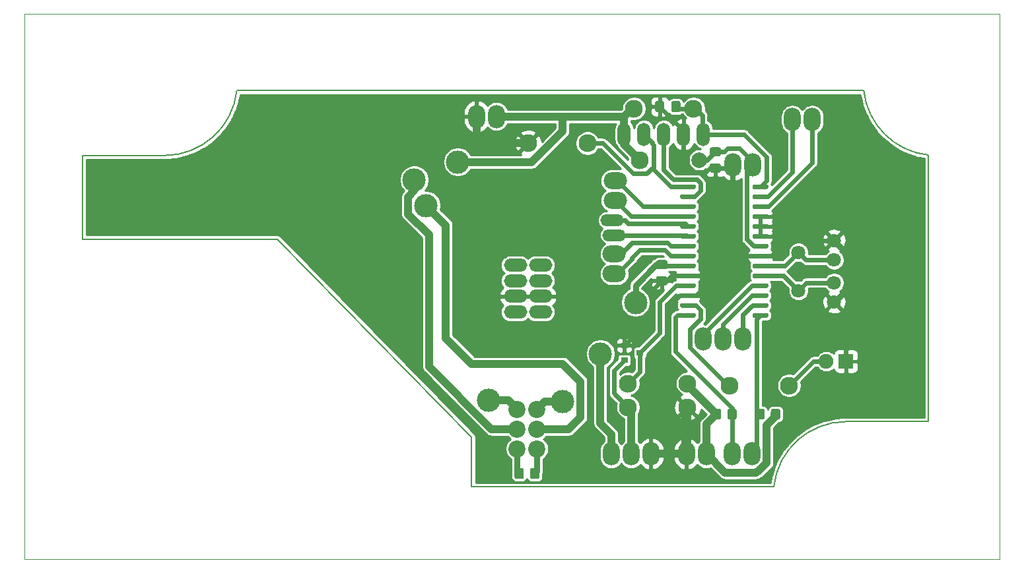
<source format=gbr>
%TF.GenerationSoftware,KiCad,Pcbnew,5.1.10*%
%TF.CreationDate,2022-03-31T15:16:16+02:00*%
%TF.ProjectId,capteur,63617074-6575-4722-9e6b-696361645f70,rev?*%
%TF.SameCoordinates,Original*%
%TF.FileFunction,Copper,L2,Bot*%
%TF.FilePolarity,Positive*%
%FSLAX46Y46*%
G04 Gerber Fmt 4.6, Leading zero omitted, Abs format (unit mm)*
G04 Created by KiCad (PCBNEW 5.1.10) date 2022-03-31 15:16:16*
%MOMM*%
%LPD*%
G01*
G04 APERTURE LIST*
%TA.AperFunction,Profile*%
%ADD10C,0.200000*%
%TD*%
%TA.AperFunction,Profile*%
%ADD11C,0.050000*%
%TD*%
%TA.AperFunction,ComponentPad*%
%ADD12O,3.000000X1.700000*%
%TD*%
%TA.AperFunction,ComponentPad*%
%ADD13O,3.000000X1.500000*%
%TD*%
%TA.AperFunction,ComponentPad*%
%ADD14C,1.900000*%
%TD*%
%TA.AperFunction,ComponentPad*%
%ADD15R,1.900000X1.900000*%
%TD*%
%TA.AperFunction,ComponentPad*%
%ADD16C,2.300000*%
%TD*%
%TA.AperFunction,ComponentPad*%
%ADD17C,1.800000*%
%TD*%
%TA.AperFunction,ComponentPad*%
%ADD18C,2.000000*%
%TD*%
%TA.AperFunction,ComponentPad*%
%ADD19O,2.200000X3.000000*%
%TD*%
%TA.AperFunction,ComponentPad*%
%ADD20O,1.700000X3.000000*%
%TD*%
%TA.AperFunction,ComponentPad*%
%ADD21C,2.200000*%
%TD*%
%TA.AperFunction,ComponentPad*%
%ADD22O,3.000000X2.200000*%
%TD*%
%TA.AperFunction,SMDPad,CuDef*%
%ADD23R,0.900000X0.800000*%
%TD*%
%TA.AperFunction,ViaPad*%
%ADD24C,3.000000*%
%TD*%
%TA.AperFunction,Conductor*%
%ADD25C,0.600000*%
%TD*%
%TA.AperFunction,Conductor*%
%ADD26C,1.000000*%
%TD*%
%TA.AperFunction,Conductor*%
%ADD27C,0.800000*%
%TD*%
%TA.AperFunction,Conductor*%
%ADD28C,0.500000*%
%TD*%
%TA.AperFunction,Conductor*%
%ADD29C,0.254000*%
%TD*%
%TA.AperFunction,Conductor*%
%ADD30C,0.100000*%
%TD*%
G04 APERTURE END LIST*
D10*
X102213222Y-69841765D02*
X182617539Y-69834001D01*
X171085034Y-120674429D02*
X132334000Y-120666000D01*
X190895665Y-78111533D02*
G75*
G02*
X182617539Y-69834001I999335J9277532D01*
G01*
X190895000Y-78111463D02*
X190895000Y-112334800D01*
X180363400Y-112334800D02*
X190895000Y-112334800D01*
X171085034Y-120674429D02*
G75*
G02*
X180363400Y-112334800I9278366J-991571D01*
G01*
X82405001Y-88900000D02*
X82405001Y-78165201D01*
X92936601Y-78165201D02*
X82405001Y-78165201D01*
X102213222Y-69841765D02*
G75*
G02*
X92936601Y-78165201I-9276621J1007764D01*
G01*
D11*
X75000000Y-130000000D02*
X75000000Y-60000000D01*
X200000000Y-130000000D02*
X75000000Y-130000000D01*
X200000000Y-60000000D02*
X200000000Y-130000000D01*
X75000000Y-60000000D02*
X200000000Y-60000000D01*
D10*
X107442000Y-88900000D02*
X82405001Y-88900000D01*
X132334000Y-114300000D02*
X107442000Y-88900000D01*
X132334000Y-114300000D02*
X132334000Y-120666000D01*
D12*
%TO.P,J10,8*%
%TO.N,Net-(J10-Pad8)*%
X141150000Y-98250000D03*
%TO.P,J10,7*%
%TO.N,Net-(J10-Pad7)*%
X137950000Y-98250000D03*
%TO.P,J10,6*%
%TO.N,GND*%
X141150000Y-96250000D03*
%TO.P,J10,5*%
X137950000Y-96250000D03*
%TO.P,J10,4*%
%TO.N,+12V*%
X141150000Y-94250000D03*
%TO.P,J10,3*%
X137950000Y-94250000D03*
%TO.P,J10,2*%
%TO.N,/CANL*%
X141150000Y-92250000D03*
%TO.P,J10,1*%
%TO.N,/CANH*%
X137950000Y-92250000D03*
%TD*%
D13*
%TO.P,,*%
%TO.N,/CANRX*%
X150368000Y-86487000D03*
%TD*%
%TO.P,,*%
%TO.N,/CANTX*%
X150622000Y-88392000D03*
%TD*%
%TO.P,C1,1*%
%TO.N,GND*%
%TA.AperFunction,SMDPad,CuDef*%
G36*
G01*
X164051000Y-80365000D02*
X163101000Y-80365000D01*
G75*
G02*
X162851000Y-80115000I0J250000D01*
G01*
X162851000Y-79440000D01*
G75*
G02*
X163101000Y-79190000I250000J0D01*
G01*
X164051000Y-79190000D01*
G75*
G02*
X164301000Y-79440000I0J-250000D01*
G01*
X164301000Y-80115000D01*
G75*
G02*
X164051000Y-80365000I-250000J0D01*
G01*
G37*
%TD.AperFunction*%
%TO.P,C1,2*%
%TO.N,Net-(C1-Pad2)*%
%TA.AperFunction,SMDPad,CuDef*%
G36*
G01*
X164051000Y-78290000D02*
X163101000Y-78290000D01*
G75*
G02*
X162851000Y-78040000I0J250000D01*
G01*
X162851000Y-77365000D01*
G75*
G02*
X163101000Y-77115000I250000J0D01*
G01*
X164051000Y-77115000D01*
G75*
G02*
X164301000Y-77365000I0J-250000D01*
G01*
X164301000Y-78040000D01*
G75*
G02*
X164051000Y-78290000I-250000J0D01*
G01*
G37*
%TD.AperFunction*%
%TD*%
D14*
%TO.P,D2,2*%
%TO.N,Net-(D2-Pad2)*%
X177800000Y-104597200D03*
D15*
%TO.P,D2,1*%
%TO.N,GND*%
X180340000Y-104597200D03*
%TD*%
D16*
%TO.P,R9,2*%
%TO.N,Net-(R9-Pad2)*%
X165430200Y-107696000D03*
%TO.P,R9,1*%
%TO.N,Net-(D2-Pad2)*%
X173050200Y-107696000D03*
%TD*%
D17*
%TO.P,C2,1*%
%TO.N,Net-(C2-Pad1)*%
X178816000Y-94488000D03*
%TO.P,C2,2*%
%TO.N,GND*%
X178816000Y-96988000D03*
%TD*%
%TO.P,R8,2*%
%TO.N,Net-(J11-Pad5)*%
%TA.AperFunction,SMDPad,CuDef*%
G36*
G01*
X139030000Y-118548999D02*
X139030000Y-119449001D01*
G75*
G02*
X138780001Y-119699000I-249999J0D01*
G01*
X138079999Y-119699000D01*
G75*
G02*
X137830000Y-119449001I0J249999D01*
G01*
X137830000Y-118548999D01*
G75*
G02*
X138079999Y-118299000I249999J0D01*
G01*
X138780001Y-118299000D01*
G75*
G02*
X139030000Y-118548999I0J-249999D01*
G01*
G37*
%TD.AperFunction*%
%TO.P,R8,1*%
%TO.N,Net-(J11-Pad6)*%
%TA.AperFunction,SMDPad,CuDef*%
G36*
G01*
X141030000Y-118548999D02*
X141030000Y-119449001D01*
G75*
G02*
X140780001Y-119699000I-249999J0D01*
G01*
X140079999Y-119699000D01*
G75*
G02*
X139830000Y-119449001I0J249999D01*
G01*
X139830000Y-118548999D01*
G75*
G02*
X140079999Y-118299000I249999J0D01*
G01*
X140780001Y-118299000D01*
G75*
G02*
X141030000Y-118548999I0J-249999D01*
G01*
G37*
%TD.AperFunction*%
%TD*%
D16*
%TO.P,R1,2*%
%TO.N,+3V3*%
X153924000Y-78740000D03*
D18*
%TO.P,R1,1*%
%TO.N,Net-(C1-Pad2)*%
X161544000Y-78740000D03*
%TD*%
D19*
%TO.P,J1,2*%
%TO.N,GND*%
X165862000Y-79375000D03*
%TO.P,J1,1*%
%TO.N,Net-(C1-Pad2)*%
X168402000Y-79375000D03*
%TD*%
%TO.P,C8,2*%
%TO.N,/MCLR*%
%TA.AperFunction,SMDPad,CuDef*%
G36*
G01*
X157930000Y-72357000D02*
X157930000Y-71407000D01*
G75*
G02*
X158180000Y-71157000I250000J0D01*
G01*
X158855000Y-71157000D01*
G75*
G02*
X159105000Y-71407000I0J-250000D01*
G01*
X159105000Y-72357000D01*
G75*
G02*
X158855000Y-72607000I-250000J0D01*
G01*
X158180000Y-72607000D01*
G75*
G02*
X157930000Y-72357000I0J250000D01*
G01*
G37*
%TD.AperFunction*%
%TO.P,C8,1*%
%TO.N,GND*%
%TA.AperFunction,SMDPad,CuDef*%
G36*
G01*
X155855000Y-72357000D02*
X155855000Y-71407000D01*
G75*
G02*
X156105000Y-71157000I250000J0D01*
G01*
X156780000Y-71157000D01*
G75*
G02*
X157030000Y-71407000I0J-250000D01*
G01*
X157030000Y-72357000D01*
G75*
G02*
X156780000Y-72607000I-250000J0D01*
G01*
X156105000Y-72607000D01*
G75*
G02*
X155855000Y-72357000I0J250000D01*
G01*
G37*
%TD.AperFunction*%
%TD*%
D16*
%TO.P,R2,1*%
%TO.N,/MCLR*%
X160782000Y-72136000D03*
%TO.P,R2,2*%
%TO.N,+3V3*%
X153162000Y-72136000D03*
%TD*%
D20*
%TO.P,J12,1*%
%TO.N,+3V3*%
X151892000Y-75438000D03*
%TO.P,J12,2*%
%TO.N,/PGD*%
X154432000Y-75438000D03*
%TO.P,J12,3*%
%TO.N,/PGC*%
X156972000Y-75438000D03*
%TO.P,J12,4*%
%TO.N,GND*%
X159512000Y-75438000D03*
%TO.P,J12,5*%
%TO.N,/MCLR*%
X162052000Y-75438000D03*
%TD*%
%TO.P,R6,2*%
%TO.N,/SCL*%
%TA.AperFunction,SMDPad,CuDef*%
G36*
G01*
X169907000Y-110928999D02*
X169907000Y-111829001D01*
G75*
G02*
X169657001Y-112079000I-249999J0D01*
G01*
X168956999Y-112079000D01*
G75*
G02*
X168707000Y-111829001I0J249999D01*
G01*
X168707000Y-110928999D01*
G75*
G02*
X168956999Y-110679000I249999J0D01*
G01*
X169657001Y-110679000D01*
G75*
G02*
X169907000Y-110928999I0J-249999D01*
G01*
G37*
%TD.AperFunction*%
%TO.P,R6,1*%
%TO.N,+3V3*%
%TA.AperFunction,SMDPad,CuDef*%
G36*
G01*
X171907000Y-110928999D02*
X171907000Y-111829001D01*
G75*
G02*
X171657001Y-112079000I-249999J0D01*
G01*
X170956999Y-112079000D01*
G75*
G02*
X170707000Y-111829001I0J249999D01*
G01*
X170707000Y-110928999D01*
G75*
G02*
X170956999Y-110679000I249999J0D01*
G01*
X171657001Y-110679000D01*
G75*
G02*
X171907000Y-110928999I0J-249999D01*
G01*
G37*
%TD.AperFunction*%
%TD*%
%TO.P,R5,2*%
%TO.N,/SDA*%
%TA.AperFunction,SMDPad,CuDef*%
G36*
G01*
X165119000Y-111829001D02*
X165119000Y-110928999D01*
G75*
G02*
X165368999Y-110679000I249999J0D01*
G01*
X166069001Y-110679000D01*
G75*
G02*
X166319000Y-110928999I0J-249999D01*
G01*
X166319000Y-111829001D01*
G75*
G02*
X166069001Y-112079000I-249999J0D01*
G01*
X165368999Y-112079000D01*
G75*
G02*
X165119000Y-111829001I0J249999D01*
G01*
G37*
%TD.AperFunction*%
%TO.P,R5,1*%
%TO.N,+3V3*%
%TA.AperFunction,SMDPad,CuDef*%
G36*
G01*
X163119000Y-111829001D02*
X163119000Y-110928999D01*
G75*
G02*
X163368999Y-110679000I249999J0D01*
G01*
X164069001Y-110679000D01*
G75*
G02*
X164319000Y-110928999I0J-249999D01*
G01*
X164319000Y-111829001D01*
G75*
G02*
X164069001Y-112079000I-249999J0D01*
G01*
X163368999Y-112079000D01*
G75*
G02*
X163119000Y-111829001I0J249999D01*
G01*
G37*
%TD.AperFunction*%
%TD*%
D21*
%TO.P,J11,1*%
%TO.N,Net-(J10-Pad7)*%
X138176000Y-110744000D03*
%TO.P,J11,2*%
%TO.N,Net-(J10-Pad8)*%
X140716000Y-110744000D03*
%TO.P,J11,3*%
%TO.N,/CANL*%
X138176000Y-113284000D03*
%TO.P,J11,4*%
%TO.N,/CANH*%
X140716000Y-113284000D03*
%TO.P,J11,5*%
%TO.N,Net-(J11-Pad5)*%
X138176000Y-115824000D03*
%TO.P,J11,6*%
%TO.N,Net-(J11-Pad6)*%
X140716000Y-115824000D03*
%TD*%
D17*
%TO.P,Y1,1*%
%TO.N,Net-(C2-Pad1)*%
X174244000Y-95504000D03*
%TO.P,Y1,2*%
%TO.N,Net-(C3-Pad1)*%
X174244000Y-90604000D03*
%TD*%
D19*
%TO.P,J9,2*%
%TO.N,/SCL*%
X168275000Y-116459000D03*
%TO.P,J9,1*%
%TO.N,/SDA*%
X165735000Y-116459000D03*
%TD*%
%TO.P,J8,2*%
%TO.N,+3V3*%
X162433000Y-116459000D03*
%TO.P,J8,1*%
%TO.N,GND*%
X159893000Y-116459000D03*
%TD*%
%TO.P,J7,3*%
%TO.N,Net-(J7-Pad3)*%
X162052000Y-101727000D03*
%TO.P,J7,2*%
%TO.N,Net-(J7-Pad2)*%
X164592000Y-101727000D03*
%TO.P,J7,1*%
%TO.N,Net-(J7-Pad1)*%
X167132000Y-101727000D03*
%TD*%
D22*
%TO.P,J6,2*%
%TO.N,Net-(J6-Pad2)*%
X150749000Y-83947000D03*
%TO.P,J6,1*%
%TO.N,Net-(J6-Pad1)*%
X150749000Y-81407000D03*
%TD*%
%TO.P,J5,2*%
%TO.N,Net-(J5-Pad2)*%
X150622000Y-93345000D03*
%TO.P,J5,1*%
%TO.N,Net-(J5-Pad1)*%
X150622000Y-90805000D03*
%TD*%
D19*
%TO.P,J4,2*%
%TO.N,GND*%
X132969000Y-73152000D03*
%TO.P,J4,1*%
%TO.N,+3V3*%
X135509000Y-73152000D03*
%TD*%
%TO.P,J3,3*%
%TO.N,GND*%
X155321000Y-116459000D03*
%TO.P,J3,2*%
%TO.N,Net-(J3-Pad2)*%
X152781000Y-116459000D03*
%TO.P,J3,1*%
%TO.N,+12V*%
X150241000Y-116459000D03*
%TD*%
%TO.P,J2,2*%
%TO.N,Net-(J2-Pad2)*%
X176022000Y-73533000D03*
%TO.P,J2,1*%
%TO.N,Net-(J2-Pad1)*%
X173482000Y-73533000D03*
%TD*%
%TO.P,U1,1*%
%TO.N,/MCLR*%
%TA.AperFunction,SMDPad,CuDef*%
G36*
G01*
X170394000Y-82019000D02*
X170394000Y-82319000D01*
G75*
G02*
X170244000Y-82469000I-150000J0D01*
G01*
X168494000Y-82469000D01*
G75*
G02*
X168344000Y-82319000I0J150000D01*
G01*
X168344000Y-82019000D01*
G75*
G02*
X168494000Y-81869000I150000J0D01*
G01*
X170244000Y-81869000D01*
G75*
G02*
X170394000Y-82019000I0J-150000D01*
G01*
G37*
%TD.AperFunction*%
%TO.P,U1,2*%
%TO.N,Net-(J2-Pad1)*%
%TA.AperFunction,SMDPad,CuDef*%
G36*
G01*
X170394000Y-83289000D02*
X170394000Y-83589000D01*
G75*
G02*
X170244000Y-83739000I-150000J0D01*
G01*
X168494000Y-83739000D01*
G75*
G02*
X168344000Y-83589000I0J150000D01*
G01*
X168344000Y-83289000D01*
G75*
G02*
X168494000Y-83139000I150000J0D01*
G01*
X170244000Y-83139000D01*
G75*
G02*
X170394000Y-83289000I0J-150000D01*
G01*
G37*
%TD.AperFunction*%
%TO.P,U1,3*%
%TO.N,Net-(J2-Pad2)*%
%TA.AperFunction,SMDPad,CuDef*%
G36*
G01*
X170394000Y-84559000D02*
X170394000Y-84859000D01*
G75*
G02*
X170244000Y-85009000I-150000J0D01*
G01*
X168494000Y-85009000D01*
G75*
G02*
X168344000Y-84859000I0J150000D01*
G01*
X168344000Y-84559000D01*
G75*
G02*
X168494000Y-84409000I150000J0D01*
G01*
X170244000Y-84409000D01*
G75*
G02*
X170394000Y-84559000I0J-150000D01*
G01*
G37*
%TD.AperFunction*%
%TO.P,U1,4*%
%TO.N,GND*%
%TA.AperFunction,SMDPad,CuDef*%
G36*
G01*
X170394000Y-85829000D02*
X170394000Y-86129000D01*
G75*
G02*
X170244000Y-86279000I-150000J0D01*
G01*
X168494000Y-86279000D01*
G75*
G02*
X168344000Y-86129000I0J150000D01*
G01*
X168344000Y-85829000D01*
G75*
G02*
X168494000Y-85679000I150000J0D01*
G01*
X170244000Y-85679000D01*
G75*
G02*
X170394000Y-85829000I0J-150000D01*
G01*
G37*
%TD.AperFunction*%
%TO.P,U1,5*%
%TA.AperFunction,SMDPad,CuDef*%
G36*
G01*
X170394000Y-87099000D02*
X170394000Y-87399000D01*
G75*
G02*
X170244000Y-87549000I-150000J0D01*
G01*
X168494000Y-87549000D01*
G75*
G02*
X168344000Y-87399000I0J150000D01*
G01*
X168344000Y-87099000D01*
G75*
G02*
X168494000Y-86949000I150000J0D01*
G01*
X170244000Y-86949000D01*
G75*
G02*
X170394000Y-87099000I0J-150000D01*
G01*
G37*
%TD.AperFunction*%
%TO.P,U1,6*%
%TA.AperFunction,SMDPad,CuDef*%
G36*
G01*
X170394000Y-88369000D02*
X170394000Y-88669000D01*
G75*
G02*
X170244000Y-88819000I-150000J0D01*
G01*
X168494000Y-88819000D01*
G75*
G02*
X168344000Y-88669000I0J150000D01*
G01*
X168344000Y-88369000D01*
G75*
G02*
X168494000Y-88219000I150000J0D01*
G01*
X170244000Y-88219000D01*
G75*
G02*
X170394000Y-88369000I0J-150000D01*
G01*
G37*
%TD.AperFunction*%
%TO.P,U1,7*%
%TO.N,Net-(C1-Pad2)*%
%TA.AperFunction,SMDPad,CuDef*%
G36*
G01*
X170394000Y-89639000D02*
X170394000Y-89939000D01*
G75*
G02*
X170244000Y-90089000I-150000J0D01*
G01*
X168494000Y-90089000D01*
G75*
G02*
X168344000Y-89939000I0J150000D01*
G01*
X168344000Y-89639000D01*
G75*
G02*
X168494000Y-89489000I150000J0D01*
G01*
X170244000Y-89489000D01*
G75*
G02*
X170394000Y-89639000I0J-150000D01*
G01*
G37*
%TD.AperFunction*%
%TO.P,U1,8*%
%TO.N,GND*%
%TA.AperFunction,SMDPad,CuDef*%
G36*
G01*
X170394000Y-90909000D02*
X170394000Y-91209000D01*
G75*
G02*
X170244000Y-91359000I-150000J0D01*
G01*
X168494000Y-91359000D01*
G75*
G02*
X168344000Y-91209000I0J150000D01*
G01*
X168344000Y-90909000D01*
G75*
G02*
X168494000Y-90759000I150000J0D01*
G01*
X170244000Y-90759000D01*
G75*
G02*
X170394000Y-90909000I0J-150000D01*
G01*
G37*
%TD.AperFunction*%
%TO.P,U1,9*%
%TO.N,Net-(C3-Pad1)*%
%TA.AperFunction,SMDPad,CuDef*%
G36*
G01*
X170394000Y-92179000D02*
X170394000Y-92479000D01*
G75*
G02*
X170244000Y-92629000I-150000J0D01*
G01*
X168494000Y-92629000D01*
G75*
G02*
X168344000Y-92479000I0J150000D01*
G01*
X168344000Y-92179000D01*
G75*
G02*
X168494000Y-92029000I150000J0D01*
G01*
X170244000Y-92029000D01*
G75*
G02*
X170394000Y-92179000I0J-150000D01*
G01*
G37*
%TD.AperFunction*%
%TO.P,U1,10*%
%TO.N,Net-(C2-Pad1)*%
%TA.AperFunction,SMDPad,CuDef*%
G36*
G01*
X170394000Y-93449000D02*
X170394000Y-93749000D01*
G75*
G02*
X170244000Y-93899000I-150000J0D01*
G01*
X168494000Y-93899000D01*
G75*
G02*
X168344000Y-93749000I0J150000D01*
G01*
X168344000Y-93449000D01*
G75*
G02*
X168494000Y-93299000I150000J0D01*
G01*
X170244000Y-93299000D01*
G75*
G02*
X170394000Y-93449000I0J-150000D01*
G01*
G37*
%TD.AperFunction*%
%TO.P,U1,11*%
%TO.N,Net-(J7-Pad3)*%
%TA.AperFunction,SMDPad,CuDef*%
G36*
G01*
X170394000Y-94719000D02*
X170394000Y-95019000D01*
G75*
G02*
X170244000Y-95169000I-150000J0D01*
G01*
X168494000Y-95169000D01*
G75*
G02*
X168344000Y-95019000I0J150000D01*
G01*
X168344000Y-94719000D01*
G75*
G02*
X168494000Y-94569000I150000J0D01*
G01*
X170244000Y-94569000D01*
G75*
G02*
X170394000Y-94719000I0J-150000D01*
G01*
G37*
%TD.AperFunction*%
%TO.P,U1,12*%
%TO.N,Net-(J7-Pad2)*%
%TA.AperFunction,SMDPad,CuDef*%
G36*
G01*
X170394000Y-95989000D02*
X170394000Y-96289000D01*
G75*
G02*
X170244000Y-96439000I-150000J0D01*
G01*
X168494000Y-96439000D01*
G75*
G02*
X168344000Y-96289000I0J150000D01*
G01*
X168344000Y-95989000D01*
G75*
G02*
X168494000Y-95839000I150000J0D01*
G01*
X170244000Y-95839000D01*
G75*
G02*
X170394000Y-95989000I0J-150000D01*
G01*
G37*
%TD.AperFunction*%
%TO.P,U1,13*%
%TO.N,Net-(J7-Pad1)*%
%TA.AperFunction,SMDPad,CuDef*%
G36*
G01*
X170394000Y-97259000D02*
X170394000Y-97559000D01*
G75*
G02*
X170244000Y-97709000I-150000J0D01*
G01*
X168494000Y-97709000D01*
G75*
G02*
X168344000Y-97559000I0J150000D01*
G01*
X168344000Y-97259000D01*
G75*
G02*
X168494000Y-97109000I150000J0D01*
G01*
X170244000Y-97109000D01*
G75*
G02*
X170394000Y-97259000I0J-150000D01*
G01*
G37*
%TD.AperFunction*%
%TO.P,U1,14*%
%TO.N,/SCL*%
%TA.AperFunction,SMDPad,CuDef*%
G36*
G01*
X170394000Y-98529000D02*
X170394000Y-98829000D01*
G75*
G02*
X170244000Y-98979000I-150000J0D01*
G01*
X168494000Y-98979000D01*
G75*
G02*
X168344000Y-98829000I0J150000D01*
G01*
X168344000Y-98529000D01*
G75*
G02*
X168494000Y-98379000I150000J0D01*
G01*
X170244000Y-98379000D01*
G75*
G02*
X170394000Y-98529000I0J-150000D01*
G01*
G37*
%TD.AperFunction*%
%TO.P,U1,15*%
%TO.N,/SDA*%
%TA.AperFunction,SMDPad,CuDef*%
G36*
G01*
X161094000Y-98529000D02*
X161094000Y-98829000D01*
G75*
G02*
X160944000Y-98979000I-150000J0D01*
G01*
X159194000Y-98979000D01*
G75*
G02*
X159044000Y-98829000I0J150000D01*
G01*
X159044000Y-98529000D01*
G75*
G02*
X159194000Y-98379000I150000J0D01*
G01*
X160944000Y-98379000D01*
G75*
G02*
X161094000Y-98529000I0J-150000D01*
G01*
G37*
%TD.AperFunction*%
%TO.P,U1,16*%
%TO.N,Net-(R9-Pad2)*%
%TA.AperFunction,SMDPad,CuDef*%
G36*
G01*
X161094000Y-97259000D02*
X161094000Y-97559000D01*
G75*
G02*
X160944000Y-97709000I-150000J0D01*
G01*
X159194000Y-97709000D01*
G75*
G02*
X159044000Y-97559000I0J150000D01*
G01*
X159044000Y-97259000D01*
G75*
G02*
X159194000Y-97109000I150000J0D01*
G01*
X160944000Y-97109000D01*
G75*
G02*
X161094000Y-97259000I0J-150000D01*
G01*
G37*
%TD.AperFunction*%
%TO.P,U1,17*%
%TO.N,GND*%
%TA.AperFunction,SMDPad,CuDef*%
G36*
G01*
X161094000Y-95989000D02*
X161094000Y-96289000D01*
G75*
G02*
X160944000Y-96439000I-150000J0D01*
G01*
X159194000Y-96439000D01*
G75*
G02*
X159044000Y-96289000I0J150000D01*
G01*
X159044000Y-95989000D01*
G75*
G02*
X159194000Y-95839000I150000J0D01*
G01*
X160944000Y-95839000D01*
G75*
G02*
X161094000Y-95989000I0J-150000D01*
G01*
G37*
%TD.AperFunction*%
%TO.P,U1,18*%
%TO.N,Net-(Q1-Pad3)*%
%TA.AperFunction,SMDPad,CuDef*%
G36*
G01*
X161094000Y-94719000D02*
X161094000Y-95019000D01*
G75*
G02*
X160944000Y-95169000I-150000J0D01*
G01*
X159194000Y-95169000D01*
G75*
G02*
X159044000Y-95019000I0J150000D01*
G01*
X159044000Y-94719000D01*
G75*
G02*
X159194000Y-94569000I150000J0D01*
G01*
X160944000Y-94569000D01*
G75*
G02*
X161094000Y-94719000I0J-150000D01*
G01*
G37*
%TD.AperFunction*%
%TO.P,U1,19*%
%TO.N,GND*%
%TA.AperFunction,SMDPad,CuDef*%
G36*
G01*
X161094000Y-93449000D02*
X161094000Y-93749000D01*
G75*
G02*
X160944000Y-93899000I-150000J0D01*
G01*
X159194000Y-93899000D01*
G75*
G02*
X159044000Y-93749000I0J150000D01*
G01*
X159044000Y-93449000D01*
G75*
G02*
X159194000Y-93299000I150000J0D01*
G01*
X160944000Y-93299000D01*
G75*
G02*
X161094000Y-93449000I0J-150000D01*
G01*
G37*
%TD.AperFunction*%
%TO.P,U1,20*%
%TO.N,+3V3*%
%TA.AperFunction,SMDPad,CuDef*%
G36*
G01*
X161094000Y-92179000D02*
X161094000Y-92479000D01*
G75*
G02*
X160944000Y-92629000I-150000J0D01*
G01*
X159194000Y-92629000D01*
G75*
G02*
X159044000Y-92479000I0J150000D01*
G01*
X159044000Y-92179000D01*
G75*
G02*
X159194000Y-92029000I150000J0D01*
G01*
X160944000Y-92029000D01*
G75*
G02*
X161094000Y-92179000I0J-150000D01*
G01*
G37*
%TD.AperFunction*%
%TO.P,U1,21*%
%TO.N,Net-(J5-Pad2)*%
%TA.AperFunction,SMDPad,CuDef*%
G36*
G01*
X161094000Y-90909000D02*
X161094000Y-91209000D01*
G75*
G02*
X160944000Y-91359000I-150000J0D01*
G01*
X159194000Y-91359000D01*
G75*
G02*
X159044000Y-91209000I0J150000D01*
G01*
X159044000Y-90909000D01*
G75*
G02*
X159194000Y-90759000I150000J0D01*
G01*
X160944000Y-90759000D01*
G75*
G02*
X161094000Y-90909000I0J-150000D01*
G01*
G37*
%TD.AperFunction*%
%TO.P,U1,22*%
%TO.N,Net-(J5-Pad1)*%
%TA.AperFunction,SMDPad,CuDef*%
G36*
G01*
X161094000Y-89639000D02*
X161094000Y-89939000D01*
G75*
G02*
X160944000Y-90089000I-150000J0D01*
G01*
X159194000Y-90089000D01*
G75*
G02*
X159044000Y-89939000I0J150000D01*
G01*
X159044000Y-89639000D01*
G75*
G02*
X159194000Y-89489000I150000J0D01*
G01*
X160944000Y-89489000D01*
G75*
G02*
X161094000Y-89639000I0J-150000D01*
G01*
G37*
%TD.AperFunction*%
%TO.P,U1,23*%
%TO.N,/CANTX*%
%TA.AperFunction,SMDPad,CuDef*%
G36*
G01*
X161094000Y-88369000D02*
X161094000Y-88669000D01*
G75*
G02*
X160944000Y-88819000I-150000J0D01*
G01*
X159194000Y-88819000D01*
G75*
G02*
X159044000Y-88669000I0J150000D01*
G01*
X159044000Y-88369000D01*
G75*
G02*
X159194000Y-88219000I150000J0D01*
G01*
X160944000Y-88219000D01*
G75*
G02*
X161094000Y-88369000I0J-150000D01*
G01*
G37*
%TD.AperFunction*%
%TO.P,U1,24*%
%TO.N,/CANRX*%
%TA.AperFunction,SMDPad,CuDef*%
G36*
G01*
X161094000Y-87099000D02*
X161094000Y-87399000D01*
G75*
G02*
X160944000Y-87549000I-150000J0D01*
G01*
X159194000Y-87549000D01*
G75*
G02*
X159044000Y-87399000I0J150000D01*
G01*
X159044000Y-87099000D01*
G75*
G02*
X159194000Y-86949000I150000J0D01*
G01*
X160944000Y-86949000D01*
G75*
G02*
X161094000Y-87099000I0J-150000D01*
G01*
G37*
%TD.AperFunction*%
%TO.P,U1,25*%
%TO.N,Net-(J6-Pad2)*%
%TA.AperFunction,SMDPad,CuDef*%
G36*
G01*
X161094000Y-85829000D02*
X161094000Y-86129000D01*
G75*
G02*
X160944000Y-86279000I-150000J0D01*
G01*
X159194000Y-86279000D01*
G75*
G02*
X159044000Y-86129000I0J150000D01*
G01*
X159044000Y-85829000D01*
G75*
G02*
X159194000Y-85679000I150000J0D01*
G01*
X160944000Y-85679000D01*
G75*
G02*
X161094000Y-85829000I0J-150000D01*
G01*
G37*
%TD.AperFunction*%
%TO.P,U1,26*%
%TO.N,Net-(J6-Pad1)*%
%TA.AperFunction,SMDPad,CuDef*%
G36*
G01*
X161094000Y-84559000D02*
X161094000Y-84859000D01*
G75*
G02*
X160944000Y-85009000I-150000J0D01*
G01*
X159194000Y-85009000D01*
G75*
G02*
X159044000Y-84859000I0J150000D01*
G01*
X159044000Y-84559000D01*
G75*
G02*
X159194000Y-84409000I150000J0D01*
G01*
X160944000Y-84409000D01*
G75*
G02*
X161094000Y-84559000I0J-150000D01*
G01*
G37*
%TD.AperFunction*%
%TO.P,U1,27*%
%TO.N,/PGC*%
%TA.AperFunction,SMDPad,CuDef*%
G36*
G01*
X161094000Y-83289000D02*
X161094000Y-83589000D01*
G75*
G02*
X160944000Y-83739000I-150000J0D01*
G01*
X159194000Y-83739000D01*
G75*
G02*
X159044000Y-83589000I0J150000D01*
G01*
X159044000Y-83289000D01*
G75*
G02*
X159194000Y-83139000I150000J0D01*
G01*
X160944000Y-83139000D01*
G75*
G02*
X161094000Y-83289000I0J-150000D01*
G01*
G37*
%TD.AperFunction*%
%TO.P,U1,28*%
%TO.N,/PGD*%
%TA.AperFunction,SMDPad,CuDef*%
G36*
G01*
X161094000Y-82019000D02*
X161094000Y-82319000D01*
G75*
G02*
X160944000Y-82469000I-150000J0D01*
G01*
X159194000Y-82469000D01*
G75*
G02*
X159044000Y-82319000I0J150000D01*
G01*
X159044000Y-82019000D01*
G75*
G02*
X159194000Y-81869000I150000J0D01*
G01*
X160944000Y-81869000D01*
G75*
G02*
X161094000Y-82019000I0J-150000D01*
G01*
G37*
%TD.AperFunction*%
%TD*%
D17*
%TO.P,C3,2*%
%TO.N,GND*%
X178816000Y-89067000D03*
%TO.P,C3,1*%
%TO.N,Net-(C3-Pad1)*%
X178816000Y-91567000D03*
%TD*%
%TO.P,C4,1*%
%TO.N,GND*%
%TA.AperFunction,SMDPad,CuDef*%
G36*
G01*
X157193000Y-94843000D02*
X156243000Y-94843000D01*
G75*
G02*
X155993000Y-94593000I0J250000D01*
G01*
X155993000Y-93918000D01*
G75*
G02*
X156243000Y-93668000I250000J0D01*
G01*
X157193000Y-93668000D01*
G75*
G02*
X157443000Y-93918000I0J-250000D01*
G01*
X157443000Y-94593000D01*
G75*
G02*
X157193000Y-94843000I-250000J0D01*
G01*
G37*
%TD.AperFunction*%
%TO.P,C4,2*%
%TO.N,+3V3*%
%TA.AperFunction,SMDPad,CuDef*%
G36*
G01*
X157193000Y-92768000D02*
X156243000Y-92768000D01*
G75*
G02*
X155993000Y-92518000I0J250000D01*
G01*
X155993000Y-91843000D01*
G75*
G02*
X156243000Y-91593000I250000J0D01*
G01*
X157193000Y-91593000D01*
G75*
G02*
X157443000Y-91843000I0J-250000D01*
G01*
X157443000Y-92518000D01*
G75*
G02*
X157193000Y-92768000I-250000J0D01*
G01*
G37*
%TD.AperFunction*%
%TD*%
D23*
%TO.P,Q1,1*%
%TO.N,Net-(J3-Pad2)*%
X151908000Y-104455000D03*
%TO.P,Q1,2*%
%TO.N,GND*%
X151908000Y-102555000D03*
%TO.P,Q1,3*%
%TO.N,Net-(Q1-Pad3)*%
X153908000Y-103505000D03*
%TD*%
D16*
%TO.P,R3,1*%
%TO.N,GND*%
X160020000Y-110490000D03*
%TO.P,R3,2*%
%TO.N,Net-(J3-Pad2)*%
X152400000Y-110490000D03*
%TD*%
%TO.P,R4,2*%
%TO.N,Net-(Q1-Pad3)*%
X152400000Y-107442000D03*
%TO.P,R4,1*%
%TO.N,+3V3*%
X160020000Y-107442000D03*
%TD*%
%TO.P,R7,1*%
%TO.N,/PGD*%
X147193000Y-76581000D03*
%TO.P,R7,2*%
%TO.N,GND*%
X139573000Y-76581000D03*
%TD*%
D24*
%TO.N,GND*%
X121920000Y-86106000D03*
X119380000Y-96520000D03*
%TO.N,+3V3*%
X153348000Y-97028000D03*
X130556000Y-78994000D03*
%TO.N,+12V*%
X148844000Y-103632000D03*
%TO.N,Net-(J10-Pad7)*%
X134468346Y-109625654D03*
%TO.N,Net-(J10-Pad8)*%
X144004000Y-109728000D03*
%TO.N,/CANH*%
X126492000Y-84582000D03*
%TO.N,/CANL*%
X124968000Y-81294000D03*
%TD*%
D25*
%TO.N,GND*%
X157331500Y-94255500D02*
X156718000Y-94255500D01*
X160069000Y-93599000D02*
X157988000Y-93599000D01*
X157988000Y-93599000D02*
X157331500Y-94255500D01*
X178816000Y-89067000D02*
X178005500Y-89067000D01*
X169369000Y-91059000D02*
X165735000Y-91059000D01*
X163195000Y-93599000D02*
X160069000Y-93599000D01*
X165735000Y-91059000D02*
X163195000Y-93599000D01*
X178783990Y-89099010D02*
X178816000Y-89067000D01*
X169369000Y-91059000D02*
X170764884Y-91059000D01*
X170764884Y-91059000D02*
X172724874Y-89099010D01*
X159512000Y-76454000D02*
X159512000Y-75438000D01*
X176187500Y-88988500D02*
X176076990Y-89099010D01*
X172724874Y-89099010D02*
X176076990Y-89099010D01*
X176076990Y-89099010D02*
X178783990Y-89099010D01*
X165735000Y-91059000D02*
X165735000Y-78359000D01*
D26*
X159766000Y-116332000D02*
X159893000Y-116459000D01*
X159766000Y-110363000D02*
X159766000Y-116332000D01*
X159893000Y-116459000D02*
X155321000Y-116459000D01*
D25*
X161094000Y-96139000D02*
X160069000Y-96139000D01*
X163195000Y-94038000D02*
X161094000Y-96139000D01*
X163195000Y-93599000D02*
X163195000Y-94038000D01*
D26*
X132969000Y-75652000D02*
X132969000Y-73152000D01*
X133898000Y-76581000D02*
X132969000Y-75652000D01*
X139573000Y-76581000D02*
X133898000Y-76581000D01*
X160020000Y-116332000D02*
X159893000Y-116459000D01*
X160020000Y-110490000D02*
X160020000Y-116332000D01*
X132969000Y-72746402D02*
X132969000Y-73152000D01*
D25*
X180340000Y-98512000D02*
X178816000Y-96988000D01*
X180340000Y-104597200D02*
X180340000Y-98512000D01*
D26*
X121920000Y-93980000D02*
X121920000Y-86106000D01*
X119380000Y-96520000D02*
X121920000Y-93980000D01*
D27*
X180594000Y-95250000D02*
X178816000Y-97028000D01*
X178816000Y-89067000D02*
X180594000Y-90845000D01*
X180594000Y-90845000D02*
X180594000Y-95250000D01*
D25*
X165227000Y-80010000D02*
X165862000Y-79375000D01*
X159512000Y-75438000D02*
X159512000Y-78994000D01*
X159044000Y-96139000D02*
X160069000Y-96139000D01*
X157480000Y-97703000D02*
X159044000Y-96139000D01*
X160020000Y-110490000D02*
X157480000Y-107950000D01*
X157480000Y-107950000D02*
X157480000Y-97703000D01*
X165459500Y-79777500D02*
X165862000Y-79375000D01*
X163576000Y-79777500D02*
X165459500Y-79777500D01*
X160886980Y-80368980D02*
X159512000Y-78994000D01*
X162259520Y-80368980D02*
X160886980Y-80368980D01*
X162851000Y-79777500D02*
X162259520Y-80368980D01*
X163576000Y-79777500D02*
X162851000Y-79777500D01*
X155448000Y-99015000D02*
X151908000Y-102555000D01*
X156718000Y-94255500D02*
X155448000Y-95525500D01*
X155448000Y-95525500D02*
X155448000Y-99015000D01*
D26*
X121920000Y-80010000D02*
X121920000Y-86106000D01*
X139573000Y-76581000D02*
X125349000Y-76581000D01*
X125349000Y-76581000D02*
X121920000Y-80010000D01*
D25*
X159512000Y-74951500D02*
X156442500Y-71882000D01*
X159512000Y-75438000D02*
X159512000Y-74951500D01*
%TO.N,Net-(C1-Pad2)*%
X167640000Y-80137000D02*
X168402000Y-79375000D01*
X167640000Y-88900000D02*
X167640000Y-80137000D01*
X169369000Y-89789000D02*
X168529000Y-89789000D01*
X168529000Y-89789000D02*
X167640000Y-88900000D01*
X162538500Y-78740000D02*
X163576000Y-77702500D01*
X161544000Y-78740000D02*
X162538500Y-78740000D01*
X168402000Y-78975000D02*
X168402000Y-79375000D01*
X166701990Y-77274990D02*
X168402000Y-78975000D01*
X165157833Y-77274990D02*
X166701990Y-77274990D01*
X164730323Y-77702500D02*
X165157833Y-77274990D01*
X163576000Y-77702500D02*
X164730323Y-77702500D01*
%TO.N,Net-(C2-Pad1)*%
X172339000Y-93599000D02*
X174244000Y-95504000D01*
X175260000Y-94488000D02*
X174244000Y-95504000D01*
X178816000Y-94488000D02*
X175260000Y-94488000D01*
X169369000Y-93599000D02*
X172339000Y-93599000D01*
%TO.N,Net-(C3-Pad1)*%
X175207000Y-91567000D02*
X174244000Y-90604000D01*
X178816000Y-91567000D02*
X175207000Y-91567000D01*
X174244000Y-90604000D02*
X172519000Y-92329000D01*
X172519000Y-92329000D02*
X169369000Y-92329000D01*
D26*
%TO.N,+3V3*%
X151892000Y-73152000D02*
X151892000Y-75438000D01*
X153162000Y-71882000D02*
X151892000Y-73152000D01*
X151892000Y-76708000D02*
X153924000Y-78740000D01*
X151892000Y-75438000D02*
X151892000Y-76708000D01*
X160020000Y-107680000D02*
X163719000Y-111379000D01*
X160020000Y-107442000D02*
X160020000Y-107680000D01*
X162433000Y-112665000D02*
X163719000Y-111379000D01*
X162433000Y-116459000D02*
X162433000Y-112665000D01*
X135509000Y-73152000D02*
X144018000Y-73152000D01*
X144018000Y-73152000D02*
X151892000Y-73152000D01*
X171196000Y-111268000D02*
X171307000Y-111379000D01*
X171196000Y-111774942D02*
X171196000Y-111268000D01*
X170180000Y-112790942D02*
X171196000Y-111774942D01*
X164846000Y-118872000D02*
X168807598Y-118872000D01*
X162433000Y-116459000D02*
X164846000Y-118872000D01*
X168807598Y-118872000D02*
X168920588Y-118759010D01*
X168920588Y-118759010D02*
X169062009Y-118759010D01*
X169062009Y-118759010D02*
X170180000Y-117641019D01*
X170180000Y-117641019D02*
X170180000Y-112790942D01*
D25*
X156866500Y-92329000D02*
X156718000Y-92180500D01*
X160069000Y-92329000D02*
X156866500Y-92329000D01*
D27*
X153348000Y-94825500D02*
X153348000Y-97028000D01*
X156718000Y-92180500D02*
X155993000Y-92180500D01*
X155993000Y-92180500D02*
X153348000Y-94825500D01*
D26*
X140046002Y-78994000D02*
X130556000Y-78994000D01*
X144018000Y-75022002D02*
X140046002Y-78994000D01*
X144018000Y-73152000D02*
X144018000Y-75022002D01*
D25*
%TO.N,/MCLR*%
X161925000Y-73025000D02*
X161925000Y-75311000D01*
X161925000Y-75311000D02*
X162052000Y-75438000D01*
X160782000Y-71882000D02*
X161925000Y-73025000D01*
X161622000Y-75868000D02*
X162052000Y-75438000D01*
X170180000Y-81358000D02*
X169369000Y-82169000D01*
X170180000Y-78348823D02*
X170180000Y-81358000D01*
X162052000Y-75438000D02*
X167269177Y-75438000D01*
X167269177Y-75438000D02*
X170180000Y-78348823D01*
X158771500Y-72136000D02*
X158517500Y-71882000D01*
X160782000Y-72136000D02*
X158771500Y-72136000D01*
D26*
%TO.N,+12V*%
X150241000Y-116459000D02*
X150241000Y-113959000D01*
X148844000Y-112562000D02*
X148844000Y-103632000D01*
X150241000Y-113959000D02*
X148844000Y-112562000D01*
%TO.N,Net-(J10-Pad7)*%
X137057654Y-109625654D02*
X138176000Y-110744000D01*
X134468346Y-109625654D02*
X137057654Y-109625654D01*
%TO.N,Net-(J10-Pad8)*%
X141732000Y-109728000D02*
X140716000Y-110744000D01*
X144004000Y-109728000D02*
X141732000Y-109728000D01*
D27*
%TO.N,Net-(J11-Pad5)*%
X138176000Y-118745000D02*
X138430000Y-118999000D01*
X138176000Y-115824000D02*
X138176000Y-118745000D01*
%TO.N,Net-(J11-Pad6)*%
X140716000Y-118713000D02*
X140430000Y-118999000D01*
X140716000Y-115824000D02*
X140716000Y-118713000D01*
D25*
%TO.N,/PGC*%
X160884676Y-83439000D02*
X160069000Y-83439000D01*
X156972000Y-80006756D02*
X158234234Y-81268990D01*
X156972000Y-75438000D02*
X156972000Y-80006756D01*
X158234234Y-81268990D02*
X161254666Y-81268990D01*
X161254666Y-81268990D02*
X161694010Y-81708334D01*
X161694010Y-81708334D02*
X161694010Y-82629666D01*
X161694010Y-82629666D02*
X160884676Y-83439000D01*
%TO.N,/PGD*%
X157861438Y-82169000D02*
X160069000Y-82169000D01*
X155549480Y-79857042D02*
X157861438Y-82169000D01*
X155473220Y-79780782D02*
X155549480Y-79857042D01*
X154764001Y-80490001D02*
X155473220Y-79780782D01*
X153083999Y-80490001D02*
X154764001Y-80490001D01*
X147193000Y-76581000D02*
X149174998Y-76581000D01*
X149174998Y-76581000D02*
X153083999Y-80490001D01*
X155700000Y-79706522D02*
X155549480Y-79857042D01*
X155700000Y-76866623D02*
X155700000Y-79706522D01*
X155521990Y-76688613D02*
X155700000Y-76866623D01*
X154432000Y-75438000D02*
X155521990Y-76527990D01*
X155521990Y-76527990D02*
X155521990Y-76688613D01*
D26*
%TO.N,Net-(J3-Pad2)*%
X152781000Y-110998000D02*
X152146000Y-110363000D01*
X152781000Y-116459000D02*
X152781000Y-110998000D01*
X152781000Y-110871000D02*
X152400000Y-110490000D01*
X152781000Y-116459000D02*
X152781000Y-110871000D01*
D25*
X150600000Y-105763000D02*
X151908000Y-104455000D01*
X152400000Y-110490000D02*
X150600000Y-108690000D01*
X150600000Y-108690000D02*
X150600000Y-105763000D01*
%TO.N,Net-(Q1-Pad3)*%
X153908000Y-105934000D02*
X152400000Y-107442000D01*
X153908000Y-103505000D02*
X153908000Y-105934000D01*
X156464000Y-100949000D02*
X153908000Y-103505000D01*
X156464000Y-96959100D02*
X156464000Y-100949000D01*
X160069000Y-94869000D02*
X158554100Y-94869000D01*
X158554100Y-94869000D02*
X156464000Y-96959100D01*
%TO.N,Net-(J2-Pad2)*%
X170053000Y-84709000D02*
X169369000Y-84709000D01*
X176022000Y-73533000D02*
X176022000Y-73787000D01*
X176022000Y-73533000D02*
X176022000Y-79081000D01*
X170394000Y-84709000D02*
X169369000Y-84709000D01*
X176022000Y-79081000D02*
X170394000Y-84709000D01*
%TO.N,Net-(J2-Pad1)*%
X173482000Y-80264000D02*
X173482000Y-73533000D01*
X170307000Y-83439000D02*
X173482000Y-80264000D01*
X169369000Y-83439000D02*
X170307000Y-83439000D01*
%TO.N,Net-(J5-Pad2)*%
X151022000Y-93345000D02*
X150622000Y-93345000D01*
X152912999Y-91454001D02*
X151022000Y-93345000D01*
X154065001Y-90301999D02*
X153900999Y-90301999D01*
X152912999Y-91289999D02*
X152912999Y-91454001D01*
X154067000Y-90300000D02*
X154065001Y-90301999D01*
X153900999Y-90301999D02*
X152912999Y-91289999D01*
X157102000Y-90300000D02*
X154067000Y-90300000D01*
X157861000Y-91059000D02*
X157102000Y-90300000D01*
X160069000Y-91059000D02*
X157861000Y-91059000D01*
%TO.N,Net-(J5-Pad1)*%
X157863807Y-89789000D02*
X157474796Y-89399989D01*
X160069000Y-89789000D02*
X157863807Y-89789000D01*
X157474796Y-89399989D02*
X152916011Y-89399989D01*
X151511000Y-90805000D02*
X150622000Y-90805000D01*
X152916011Y-89399989D02*
X151511000Y-90805000D01*
%TO.N,Net-(J6-Pad2)*%
X152781000Y-85979000D02*
X150749000Y-83947000D01*
X160069000Y-85979000D02*
X152781000Y-85979000D01*
%TO.N,Net-(J6-Pad1)*%
X151013177Y-81407000D02*
X150749000Y-81407000D01*
X154305000Y-84698823D02*
X151013177Y-81407000D01*
X154305000Y-84709000D02*
X154305000Y-84698823D01*
X160069000Y-84709000D02*
X154305000Y-84709000D01*
%TO.N,Net-(J7-Pad3)*%
X169369000Y-94869000D02*
X168272193Y-94869000D01*
X162052000Y-101089193D02*
X162052000Y-101727000D01*
X168272193Y-94869000D02*
X162052000Y-101089193D01*
%TO.N,Net-(J7-Pad2)*%
X164592000Y-99822000D02*
X164592000Y-101727000D01*
X168275000Y-96139000D02*
X164592000Y-99822000D01*
X169369000Y-96139000D02*
X168275000Y-96139000D01*
%TO.N,Net-(J7-Pad1)*%
X167132000Y-98621000D02*
X167132000Y-101727000D01*
X168344000Y-97409000D02*
X167132000Y-98621000D01*
X169369000Y-97409000D02*
X168344000Y-97409000D01*
D26*
%TO.N,/CANH*%
X129032000Y-87122000D02*
X126492000Y-84582000D01*
X129032000Y-101600000D02*
X129032000Y-87122000D01*
X140716000Y-113284000D02*
X144780000Y-113284000D01*
X146304000Y-111760000D02*
X146304000Y-107188000D01*
X146304000Y-107188000D02*
X144018000Y-104902000D01*
X144018000Y-104902000D02*
X132334000Y-104902000D01*
X144780000Y-113284000D02*
X146304000Y-111760000D01*
X132334000Y-104902000D02*
X129032000Y-101600000D01*
%TO.N,/CANL*%
X124968000Y-82701998D02*
X124968000Y-81294000D01*
X134874000Y-113284000D02*
X126885001Y-105295001D01*
X138176000Y-113284000D02*
X134874000Y-113284000D01*
X126885001Y-105295001D02*
X126885001Y-88379003D01*
X126885001Y-88379003D02*
X124191999Y-85686001D01*
X124191999Y-85686001D02*
X124191999Y-83477999D01*
X124191999Y-83477999D02*
X124968000Y-82701998D01*
D25*
%TO.N,/CANRX*%
X152016194Y-86487000D02*
X150368000Y-86487000D01*
X152408204Y-86879010D02*
X152016194Y-86487000D01*
X160069000Y-87249000D02*
X159699010Y-86879010D01*
X159699010Y-86879010D02*
X152408204Y-86879010D01*
%TO.N,/CANTX*%
X159942000Y-88392000D02*
X150622000Y-88392000D01*
X160069000Y-88519000D02*
X159942000Y-88392000D01*
%TO.N,/SCL*%
X168910000Y-115824000D02*
X168275000Y-116459000D01*
X169369000Y-98679000D02*
X168910000Y-99138000D01*
D28*
X169037000Y-111379000D02*
X168910000Y-111252000D01*
X169307000Y-111379000D02*
X169037000Y-111379000D01*
D25*
X168910000Y-99138000D02*
X168910000Y-111252000D01*
X168910000Y-111252000D02*
X168910000Y-115824000D01*
%TO.N,/SDA*%
X158699200Y-98679000D02*
X160069000Y-98679000D01*
X158470600Y-98907600D02*
X158699200Y-98679000D01*
X158470600Y-103370600D02*
X158470600Y-98907600D01*
X165735000Y-116459000D02*
X165735000Y-110635000D01*
X165735000Y-110635000D02*
X158470600Y-103370600D01*
%TO.N,Net-(D2-Pad2)*%
X176149000Y-104597200D02*
X173050200Y-107696000D01*
X177800000Y-104597200D02*
X176149000Y-104597200D01*
%TO.N,Net-(R9-Pad2)*%
X165227000Y-107696000D02*
X165430200Y-107696000D01*
X161358010Y-103827010D02*
X165227000Y-107696000D01*
X161347833Y-103827010D02*
X161358010Y-103827010D01*
X161094000Y-97409000D02*
X161694010Y-98009010D01*
X160069000Y-97409000D02*
X161094000Y-97409000D01*
X161694010Y-98009010D02*
X161694010Y-99139666D01*
X161694010Y-99139666D02*
X160351990Y-100481686D01*
X160351990Y-100481686D02*
X160351990Y-102831167D01*
X160351990Y-102831167D02*
X161347833Y-103827010D01*
%TD*%
D29*
%TO.N,GND*%
X182157032Y-70361733D02*
X182160640Y-70384899D01*
X182426944Y-71576073D01*
X182439670Y-71619446D01*
X182446352Y-71642219D01*
X182865857Y-72788443D01*
X182893732Y-72851491D01*
X183459261Y-73933153D01*
X183495127Y-73992022D01*
X184197002Y-74990613D01*
X184240245Y-75044297D01*
X185066453Y-75942726D01*
X185066459Y-75942734D01*
X185116340Y-75990314D01*
X186052754Y-76773220D01*
X186108418Y-76813883D01*
X187139011Y-77467866D01*
X187152819Y-77475409D01*
X187199507Y-77500915D01*
X188306644Y-78014783D01*
X188370936Y-78039653D01*
X188370940Y-78039654D01*
X189535675Y-78404614D01*
X189548763Y-78407792D01*
X189602664Y-78420880D01*
X190368000Y-78554424D01*
X190368001Y-111807800D01*
X180337519Y-111807800D01*
X180334313Y-111808116D01*
X180128978Y-111810625D01*
X180108575Y-111812213D01*
X180088113Y-111812713D01*
X178872461Y-111922276D01*
X178820830Y-111930362D01*
X178804355Y-111932942D01*
X177613405Y-112200242D01*
X177547275Y-112219706D01*
X176401402Y-112640170D01*
X176338378Y-112668098D01*
X175257191Y-113234531D01*
X175198351Y-113270447D01*
X174200347Y-113973158D01*
X174146699Y-114016446D01*
X173248956Y-114843410D01*
X173201417Y-114893331D01*
X172419294Y-115830400D01*
X172378678Y-115886099D01*
X171725558Y-116917239D01*
X171692559Y-116977762D01*
X171179618Y-118085329D01*
X171164212Y-118125258D01*
X171154802Y-118149643D01*
X170790818Y-119314682D01*
X170790816Y-119314686D01*
X170774607Y-119381688D01*
X170641669Y-120147333D01*
X132861000Y-120139115D01*
X132861000Y-114328548D01*
X132863522Y-114305348D01*
X132861000Y-114276790D01*
X132861000Y-114274119D01*
X132858718Y-114250947D01*
X132854390Y-114201941D01*
X132853638Y-114199368D01*
X132853374Y-114196690D01*
X132839067Y-114149528D01*
X132825261Y-114102302D01*
X132824019Y-114099920D01*
X132823239Y-114097350D01*
X132800007Y-114053886D01*
X132777252Y-114010260D01*
X132775572Y-114008170D01*
X132774304Y-114005798D01*
X132743034Y-113967696D01*
X132728504Y-113949621D01*
X132726639Y-113947718D01*
X132708448Y-113925552D01*
X132690405Y-113910745D01*
X107834646Y-88547727D01*
X107816448Y-88525552D01*
X107778300Y-88494244D01*
X107740633Y-88462690D01*
X107738281Y-88461402D01*
X107736202Y-88459696D01*
X107692713Y-88436451D01*
X107649580Y-88412833D01*
X107647021Y-88412029D01*
X107644650Y-88410761D01*
X107597494Y-88396456D01*
X107550550Y-88381696D01*
X107547881Y-88381406D01*
X107545310Y-88380626D01*
X107496294Y-88375798D01*
X107447348Y-88370478D01*
X107418787Y-88373000D01*
X82932001Y-88373000D01*
X82932001Y-81104207D01*
X123041000Y-81104207D01*
X123041000Y-81483793D01*
X123115053Y-81856085D01*
X123260315Y-82206777D01*
X123471201Y-82522391D01*
X123653916Y-82705106D01*
X123568707Y-82790316D01*
X123533341Y-82819340D01*
X123504316Y-82854707D01*
X123504311Y-82854712D01*
X123417498Y-82960494D01*
X123331419Y-83121536D01*
X123298360Y-83230520D01*
X123278413Y-83296275D01*
X123275556Y-83325286D01*
X123260515Y-83477999D01*
X123265000Y-83523536D01*
X123264999Y-85640473D01*
X123260515Y-85686001D01*
X123264999Y-85731528D01*
X123264999Y-85731538D01*
X123278412Y-85867724D01*
X123328974Y-86034403D01*
X123331419Y-86042464D01*
X123417498Y-86203506D01*
X123504311Y-86309288D01*
X123533340Y-86344660D01*
X123568712Y-86373689D01*
X125958002Y-88762980D01*
X125958001Y-105249474D01*
X125953517Y-105295001D01*
X125958001Y-105340528D01*
X125958001Y-105340538D01*
X125971414Y-105476724D01*
X126015023Y-105620483D01*
X126024421Y-105651464D01*
X126110500Y-105812506D01*
X126153581Y-105865000D01*
X126226342Y-105953660D01*
X126261714Y-105982689D01*
X134186316Y-113907292D01*
X134215341Y-113942659D01*
X134250708Y-113971684D01*
X134250712Y-113971688D01*
X134356494Y-114058502D01*
X134510320Y-114140723D01*
X134517536Y-114144580D01*
X134692276Y-114197587D01*
X134828462Y-114211000D01*
X134828473Y-114211000D01*
X134874000Y-114215484D01*
X134919527Y-114211000D01*
X136958894Y-114211000D01*
X136989901Y-114257406D01*
X137202594Y-114470099D01*
X137328161Y-114554000D01*
X137202594Y-114637901D01*
X136989901Y-114850594D01*
X136822790Y-115100694D01*
X136707681Y-115378590D01*
X136649000Y-115673604D01*
X136649000Y-115974396D01*
X136707681Y-116269410D01*
X136822790Y-116547306D01*
X136989901Y-116797406D01*
X137202594Y-117010099D01*
X137349000Y-117107924D01*
X137349001Y-118704376D01*
X137345000Y-118745000D01*
X137360967Y-118907120D01*
X137400934Y-119038873D01*
X137400934Y-119449001D01*
X137413982Y-119581480D01*
X137452625Y-119708868D01*
X137515377Y-119826269D01*
X137599828Y-119929172D01*
X137702731Y-120013623D01*
X137820132Y-120076375D01*
X137947520Y-120115018D01*
X138079999Y-120128066D01*
X138780001Y-120128066D01*
X138912480Y-120115018D01*
X139039868Y-120076375D01*
X139157269Y-120013623D01*
X139260172Y-119929172D01*
X139344623Y-119826269D01*
X139407375Y-119708868D01*
X139430000Y-119634284D01*
X139452625Y-119708868D01*
X139515377Y-119826269D01*
X139599828Y-119929172D01*
X139702731Y-120013623D01*
X139820132Y-120076375D01*
X139947520Y-120115018D01*
X140079999Y-120128066D01*
X140780001Y-120128066D01*
X140912480Y-120115018D01*
X141039868Y-120076375D01*
X141157269Y-120013623D01*
X141260172Y-119929172D01*
X141344623Y-119826269D01*
X141407375Y-119708868D01*
X141446018Y-119581480D01*
X141459066Y-119449001D01*
X141459066Y-119077181D01*
X141483745Y-119031010D01*
X141531034Y-118875120D01*
X141543000Y-118753624D01*
X141543000Y-118753615D01*
X141547000Y-118713001D01*
X141543000Y-118672387D01*
X141543000Y-117107924D01*
X141689406Y-117010099D01*
X141902099Y-116797406D01*
X142069210Y-116547306D01*
X142184319Y-116269410D01*
X142243000Y-115974396D01*
X142243000Y-115673604D01*
X142184319Y-115378590D01*
X142069210Y-115100694D01*
X141902099Y-114850594D01*
X141689406Y-114637901D01*
X141563839Y-114554000D01*
X141689406Y-114470099D01*
X141902099Y-114257406D01*
X141933106Y-114211000D01*
X144734473Y-114211000D01*
X144780000Y-114215484D01*
X144825527Y-114211000D01*
X144825538Y-114211000D01*
X144961724Y-114197587D01*
X145136464Y-114144580D01*
X145297505Y-114058501D01*
X145438659Y-113942659D01*
X145467688Y-113907287D01*
X146927293Y-112447683D01*
X146962659Y-112418659D01*
X146991684Y-112383292D01*
X146991687Y-112383289D01*
X147078501Y-112277506D01*
X147126400Y-112187893D01*
X147164580Y-112116464D01*
X147217587Y-111941724D01*
X147231000Y-111805538D01*
X147231000Y-111805526D01*
X147235484Y-111760001D01*
X147231000Y-111714476D01*
X147231000Y-107233526D01*
X147235484Y-107187999D01*
X147231000Y-107142472D01*
X147231000Y-107142462D01*
X147217587Y-107006276D01*
X147164580Y-106831536D01*
X147089312Y-106690721D01*
X147078501Y-106670494D01*
X146991688Y-106564712D01*
X146991684Y-106564708D01*
X146962659Y-106529341D01*
X146927292Y-106500316D01*
X144705687Y-104278712D01*
X144676659Y-104243341D01*
X144535505Y-104127499D01*
X144374464Y-104041420D01*
X144199724Y-103988413D01*
X144063538Y-103975000D01*
X144063527Y-103975000D01*
X144018000Y-103970516D01*
X143972473Y-103975000D01*
X132717976Y-103975000D01*
X132185183Y-103442207D01*
X146917000Y-103442207D01*
X146917000Y-103821793D01*
X146991053Y-104194085D01*
X147136315Y-104544777D01*
X147347201Y-104860391D01*
X147615609Y-105128799D01*
X147917001Y-105330182D01*
X147917000Y-112516473D01*
X147912516Y-112562000D01*
X147917000Y-112607527D01*
X147917000Y-112607537D01*
X147930413Y-112743723D01*
X147976603Y-112895990D01*
X147983420Y-112918463D01*
X148069499Y-113079505D01*
X148149080Y-113176475D01*
X148185341Y-113220659D01*
X148220713Y-113249688D01*
X149314001Y-114342977D01*
X149314001Y-114844376D01*
X149156024Y-114974024D01*
X148965203Y-115206541D01*
X148823410Y-115471816D01*
X148736095Y-115759657D01*
X148714000Y-115983990D01*
X148714000Y-116934011D01*
X148736095Y-117158344D01*
X148823410Y-117446185D01*
X148965203Y-117711460D01*
X149156024Y-117943976D01*
X149388541Y-118134797D01*
X149653816Y-118276590D01*
X149941657Y-118363905D01*
X150241000Y-118393388D01*
X150540344Y-118363905D01*
X150828185Y-118276590D01*
X151093460Y-118134797D01*
X151325976Y-117943976D01*
X151511000Y-117718524D01*
X151696024Y-117943976D01*
X151928541Y-118134797D01*
X152193816Y-118276590D01*
X152481657Y-118363905D01*
X152781000Y-118393388D01*
X153080344Y-118363905D01*
X153368185Y-118276590D01*
X153633460Y-118134797D01*
X153865976Y-117943976D01*
X153923715Y-117873621D01*
X153953387Y-117920741D01*
X154186801Y-118167148D01*
X154463801Y-118363284D01*
X154773743Y-118501611D01*
X154930038Y-118541164D01*
X155198000Y-118424425D01*
X155198000Y-116582000D01*
X155444000Y-116582000D01*
X155444000Y-118424425D01*
X155711962Y-118541164D01*
X155868257Y-118501611D01*
X156178199Y-118363284D01*
X156455199Y-118167148D01*
X156688613Y-117920741D01*
X156869470Y-117633532D01*
X156990820Y-117316558D01*
X157048000Y-116982000D01*
X157048000Y-116582000D01*
X158166000Y-116582000D01*
X158166000Y-116982000D01*
X158223180Y-117316558D01*
X158344530Y-117633532D01*
X158525387Y-117920741D01*
X158758801Y-118167148D01*
X159035801Y-118363284D01*
X159345743Y-118501611D01*
X159502038Y-118541164D01*
X159770000Y-118424425D01*
X159770000Y-116582000D01*
X158166000Y-116582000D01*
X157048000Y-116582000D01*
X155444000Y-116582000D01*
X155198000Y-116582000D01*
X155178000Y-116582000D01*
X155178000Y-116336000D01*
X155198000Y-116336000D01*
X155198000Y-114493575D01*
X155444000Y-114493575D01*
X155444000Y-116336000D01*
X157048000Y-116336000D01*
X157048000Y-115936000D01*
X158166000Y-115936000D01*
X158166000Y-116336000D01*
X159770000Y-116336000D01*
X159770000Y-114493575D01*
X159502038Y-114376836D01*
X159345743Y-114416389D01*
X159035801Y-114554716D01*
X158758801Y-114750852D01*
X158525387Y-114997259D01*
X158344530Y-115284468D01*
X158223180Y-115601442D01*
X158166000Y-115936000D01*
X157048000Y-115936000D01*
X156990820Y-115601442D01*
X156869470Y-115284468D01*
X156688613Y-114997259D01*
X156455199Y-114750852D01*
X156178199Y-114554716D01*
X155868257Y-114416389D01*
X155711962Y-114376836D01*
X155444000Y-114493575D01*
X155198000Y-114493575D01*
X154930038Y-114376836D01*
X154773743Y-114416389D01*
X154463801Y-114554716D01*
X154186801Y-114750852D01*
X153953387Y-114997259D01*
X153923715Y-115044379D01*
X153865976Y-114974024D01*
X153708000Y-114844377D01*
X153708000Y-111725455D01*
X158958493Y-111725455D01*
X159072454Y-112003445D01*
X159385919Y-112159222D01*
X159723752Y-112250851D01*
X160072969Y-112274812D01*
X160420152Y-112230184D01*
X160751956Y-112118682D01*
X160967546Y-112003445D01*
X161081507Y-111725455D01*
X160020000Y-110663948D01*
X158958493Y-111725455D01*
X153708000Y-111725455D01*
X153708000Y-111370964D01*
X153797519Y-111236989D01*
X153916396Y-110949994D01*
X153977000Y-110645321D01*
X153977000Y-110542969D01*
X158235188Y-110542969D01*
X158279816Y-110890152D01*
X158391318Y-111221956D01*
X158506555Y-111437546D01*
X158784545Y-111551507D01*
X159846052Y-110490000D01*
X158784545Y-109428493D01*
X158506555Y-109542454D01*
X158350778Y-109855919D01*
X158259149Y-110193752D01*
X158235188Y-110542969D01*
X153977000Y-110542969D01*
X153977000Y-110334679D01*
X153916396Y-110030006D01*
X153797519Y-109743011D01*
X153624936Y-109484721D01*
X153405279Y-109265064D01*
X153146989Y-109092481D01*
X152859994Y-108973604D01*
X152821767Y-108966000D01*
X152859994Y-108958396D01*
X153146989Y-108839519D01*
X153405279Y-108666936D01*
X153624936Y-108447279D01*
X153797519Y-108188989D01*
X153916396Y-107901994D01*
X153977000Y-107597321D01*
X153977000Y-107286679D01*
X153916396Y-106982006D01*
X153908116Y-106962017D01*
X154396812Y-106473321D01*
X154424554Y-106450554D01*
X154515403Y-106339853D01*
X154582910Y-106213557D01*
X154624480Y-106076517D01*
X154635000Y-105969708D01*
X154638517Y-105934001D01*
X154635000Y-105898293D01*
X154635000Y-104230057D01*
X154661395Y-104208395D01*
X154714755Y-104143376D01*
X154754405Y-104069196D01*
X154778822Y-103988707D01*
X154787066Y-103905000D01*
X154787066Y-103654066D01*
X156952817Y-101488317D01*
X156980554Y-101465554D01*
X157071403Y-101354853D01*
X157138910Y-101228557D01*
X157180480Y-101091517D01*
X157191000Y-100984708D01*
X157194517Y-100949000D01*
X157191000Y-100913292D01*
X157191000Y-98907600D01*
X157740083Y-98907600D01*
X157743601Y-98943318D01*
X157743600Y-103334892D01*
X157740083Y-103370600D01*
X157754120Y-103513117D01*
X157768853Y-103561684D01*
X157795690Y-103650156D01*
X157863197Y-103776452D01*
X157954046Y-103887153D01*
X157981790Y-103909922D01*
X159936868Y-105865000D01*
X159864679Y-105865000D01*
X159560006Y-105925604D01*
X159273011Y-106044481D01*
X159014721Y-106217064D01*
X158795064Y-106436721D01*
X158622481Y-106695011D01*
X158503604Y-106982006D01*
X158443000Y-107286679D01*
X158443000Y-107597321D01*
X158503604Y-107901994D01*
X158622481Y-108188989D01*
X158795064Y-108447279D01*
X159014721Y-108666936D01*
X159273011Y-108839519D01*
X159308800Y-108854343D01*
X159288044Y-108861318D01*
X159072454Y-108976555D01*
X158958493Y-109254545D01*
X160020000Y-110316052D01*
X160034143Y-110301910D01*
X160208091Y-110475858D01*
X160193948Y-110490000D01*
X161255455Y-111551507D01*
X161533445Y-111437546D01*
X161689222Y-111124081D01*
X161780851Y-110786248D01*
X161783061Y-110754037D01*
X162408024Y-111379000D01*
X161809708Y-111977317D01*
X161774342Y-112006341D01*
X161745317Y-112041708D01*
X161745312Y-112041713D01*
X161658499Y-112147495D01*
X161572420Y-112308537D01*
X161544723Y-112399843D01*
X161519414Y-112483276D01*
X161507175Y-112607538D01*
X161501516Y-112665000D01*
X161506001Y-112710537D01*
X161506000Y-114844376D01*
X161348024Y-114974024D01*
X161290285Y-115044379D01*
X161260613Y-114997259D01*
X161027199Y-114750852D01*
X160750199Y-114554716D01*
X160440257Y-114416389D01*
X160283962Y-114376836D01*
X160016000Y-114493575D01*
X160016000Y-116336000D01*
X160036000Y-116336000D01*
X160036000Y-116582000D01*
X160016000Y-116582000D01*
X160016000Y-118424425D01*
X160283962Y-118541164D01*
X160440257Y-118501611D01*
X160750199Y-118363284D01*
X161027199Y-118167148D01*
X161260613Y-117920741D01*
X161290285Y-117873621D01*
X161348024Y-117943976D01*
X161580541Y-118134797D01*
X161845816Y-118276590D01*
X162133657Y-118363905D01*
X162433000Y-118393388D01*
X162732344Y-118363905D01*
X162958367Y-118295342D01*
X164158312Y-119495287D01*
X164187341Y-119530659D01*
X164222712Y-119559687D01*
X164328494Y-119646501D01*
X164402410Y-119686010D01*
X164489536Y-119732580D01*
X164664276Y-119785587D01*
X164800462Y-119799000D01*
X164800474Y-119799000D01*
X164845999Y-119803484D01*
X164891524Y-119799000D01*
X168762071Y-119799000D01*
X168807598Y-119803484D01*
X168853125Y-119799000D01*
X168853136Y-119799000D01*
X168989322Y-119785587D01*
X169164062Y-119732580D01*
X169318992Y-119649767D01*
X169418473Y-119619590D01*
X169579514Y-119533511D01*
X169720668Y-119417669D01*
X169749697Y-119382297D01*
X170803293Y-118328702D01*
X170838659Y-118299678D01*
X170867684Y-118264311D01*
X170867688Y-118264307D01*
X170954501Y-118158525D01*
X171040580Y-117997483D01*
X171056423Y-117945256D01*
X171093587Y-117822743D01*
X171107000Y-117686557D01*
X171107000Y-117686547D01*
X171111484Y-117641020D01*
X171107000Y-117595493D01*
X171107000Y-113174917D01*
X171786618Y-112495300D01*
X171789480Y-112495018D01*
X171916868Y-112456375D01*
X172034269Y-112393623D01*
X172137172Y-112309172D01*
X172221623Y-112206269D01*
X172284375Y-112088868D01*
X172323018Y-111961480D01*
X172336066Y-111829001D01*
X172336066Y-110928999D01*
X172323018Y-110796520D01*
X172284375Y-110669132D01*
X172221623Y-110551731D01*
X172137172Y-110448828D01*
X172034269Y-110364377D01*
X171916868Y-110301625D01*
X171789480Y-110262982D01*
X171657001Y-110249934D01*
X170956999Y-110249934D01*
X170824520Y-110262982D01*
X170697132Y-110301625D01*
X170579731Y-110364377D01*
X170476828Y-110448828D01*
X170392377Y-110551731D01*
X170329625Y-110669132D01*
X170307000Y-110743716D01*
X170284375Y-110669132D01*
X170221623Y-110551731D01*
X170137172Y-110448828D01*
X170034269Y-110364377D01*
X169916868Y-110301625D01*
X169789480Y-110262982D01*
X169657001Y-110249934D01*
X169637000Y-110249934D01*
X169637000Y-107540679D01*
X171473200Y-107540679D01*
X171473200Y-107851321D01*
X171533804Y-108155994D01*
X171652681Y-108442989D01*
X171825264Y-108701279D01*
X172044921Y-108920936D01*
X172303211Y-109093519D01*
X172590206Y-109212396D01*
X172894879Y-109273000D01*
X173205521Y-109273000D01*
X173510194Y-109212396D01*
X173797189Y-109093519D01*
X174055479Y-108920936D01*
X174275136Y-108701279D01*
X174447719Y-108442989D01*
X174566596Y-108155994D01*
X174627200Y-107851321D01*
X174627200Y-107540679D01*
X174566596Y-107236006D01*
X174558316Y-107216017D01*
X176450134Y-105324200D01*
X176629662Y-105324200D01*
X176730414Y-105474987D01*
X176922213Y-105666786D01*
X177147746Y-105817482D01*
X177398344Y-105921283D01*
X177664377Y-105974200D01*
X177935623Y-105974200D01*
X178201656Y-105921283D01*
X178452254Y-105817482D01*
X178677787Y-105666786D01*
X178763320Y-105581253D01*
X178772072Y-105670114D01*
X178807924Y-105788304D01*
X178866146Y-105897228D01*
X178944499Y-105992701D01*
X179039972Y-106071054D01*
X179148896Y-106129276D01*
X179267086Y-106165128D01*
X179390000Y-106177234D01*
X180060250Y-106174200D01*
X180217000Y-106017450D01*
X180217000Y-104720200D01*
X180463000Y-104720200D01*
X180463000Y-106017450D01*
X180619750Y-106174200D01*
X181290000Y-106177234D01*
X181412914Y-106165128D01*
X181531104Y-106129276D01*
X181640028Y-106071054D01*
X181735501Y-105992701D01*
X181813854Y-105897228D01*
X181872076Y-105788304D01*
X181907928Y-105670114D01*
X181920034Y-105547200D01*
X181917000Y-104876950D01*
X181760250Y-104720200D01*
X180463000Y-104720200D01*
X180217000Y-104720200D01*
X180197000Y-104720200D01*
X180197000Y-104474200D01*
X180217000Y-104474200D01*
X180217000Y-103176950D01*
X180463000Y-103176950D01*
X180463000Y-104474200D01*
X181760250Y-104474200D01*
X181917000Y-104317450D01*
X181920034Y-103647200D01*
X181907928Y-103524286D01*
X181872076Y-103406096D01*
X181813854Y-103297172D01*
X181735501Y-103201699D01*
X181640028Y-103123346D01*
X181531104Y-103065124D01*
X181412914Y-103029272D01*
X181290000Y-103017166D01*
X180619750Y-103020200D01*
X180463000Y-103176950D01*
X180217000Y-103176950D01*
X180060250Y-103020200D01*
X179390000Y-103017166D01*
X179267086Y-103029272D01*
X179148896Y-103065124D01*
X179039972Y-103123346D01*
X178944499Y-103201699D01*
X178866146Y-103297172D01*
X178807924Y-103406096D01*
X178772072Y-103524286D01*
X178763320Y-103613147D01*
X178677787Y-103527614D01*
X178452254Y-103376918D01*
X178201656Y-103273117D01*
X177935623Y-103220200D01*
X177664377Y-103220200D01*
X177398344Y-103273117D01*
X177147746Y-103376918D01*
X176922213Y-103527614D01*
X176730414Y-103719413D01*
X176629662Y-103870200D01*
X176184708Y-103870200D01*
X176149000Y-103866683D01*
X176006482Y-103880720D01*
X175926441Y-103905000D01*
X175869443Y-103922290D01*
X175743147Y-103989797D01*
X175632446Y-104080646D01*
X175609683Y-104108383D01*
X173530183Y-106187884D01*
X173510194Y-106179604D01*
X173205521Y-106119000D01*
X172894879Y-106119000D01*
X172590206Y-106179604D01*
X172303211Y-106298481D01*
X172044921Y-106471064D01*
X171825264Y-106690721D01*
X171652681Y-106949011D01*
X171533804Y-107236006D01*
X171473200Y-107540679D01*
X169637000Y-107540679D01*
X169637000Y-99439132D01*
X169668066Y-99408066D01*
X170244000Y-99408066D01*
X170356970Y-99396939D01*
X170465599Y-99363987D01*
X170565712Y-99310476D01*
X170653461Y-99238461D01*
X170725476Y-99150712D01*
X170778987Y-99050599D01*
X170811939Y-98941970D01*
X170823066Y-98829000D01*
X170823066Y-98529000D01*
X170811939Y-98416030D01*
X170778987Y-98307401D01*
X170725476Y-98207288D01*
X170653461Y-98119539D01*
X170565712Y-98047524D01*
X170561406Y-98045222D01*
X177932727Y-98045222D01*
X178016521Y-98297649D01*
X178287383Y-98428456D01*
X178578558Y-98503906D01*
X178878859Y-98521101D01*
X179176744Y-98479379D01*
X179460766Y-98380345D01*
X179615479Y-98297649D01*
X179699273Y-98045222D01*
X178816000Y-97161948D01*
X177932727Y-98045222D01*
X170561406Y-98045222D01*
X170559119Y-98044000D01*
X170565712Y-98040476D01*
X170653461Y-97968461D01*
X170725476Y-97880712D01*
X170778987Y-97780599D01*
X170811939Y-97671970D01*
X170823066Y-97559000D01*
X170823066Y-97259000D01*
X170811939Y-97146030D01*
X170783070Y-97050859D01*
X177282899Y-97050859D01*
X177324621Y-97348744D01*
X177423655Y-97632766D01*
X177506351Y-97787479D01*
X177758778Y-97871273D01*
X178642052Y-96988000D01*
X178989948Y-96988000D01*
X179873222Y-97871273D01*
X180125649Y-97787479D01*
X180256456Y-97516617D01*
X180331906Y-97225442D01*
X180349101Y-96925141D01*
X180307379Y-96627256D01*
X180208345Y-96343234D01*
X180125649Y-96188521D01*
X179873222Y-96104727D01*
X178989948Y-96988000D01*
X178642052Y-96988000D01*
X177758778Y-96104727D01*
X177506351Y-96188521D01*
X177375544Y-96459383D01*
X177300094Y-96750558D01*
X177282899Y-97050859D01*
X170783070Y-97050859D01*
X170778987Y-97037401D01*
X170725476Y-96937288D01*
X170653461Y-96849539D01*
X170565712Y-96777524D01*
X170559119Y-96774000D01*
X170565712Y-96770476D01*
X170653461Y-96698461D01*
X170725476Y-96610712D01*
X170778987Y-96510599D01*
X170811939Y-96401970D01*
X170823066Y-96289000D01*
X170823066Y-95989000D01*
X170811939Y-95876030D01*
X170778987Y-95767401D01*
X170725476Y-95667288D01*
X170653461Y-95579539D01*
X170565712Y-95507524D01*
X170559119Y-95504000D01*
X170565712Y-95500476D01*
X170653461Y-95428461D01*
X170725476Y-95340712D01*
X170778987Y-95240599D01*
X170811939Y-95131970D01*
X170823066Y-95019000D01*
X170823066Y-94719000D01*
X170811939Y-94606030D01*
X170778987Y-94497401D01*
X170725476Y-94397288D01*
X170666970Y-94326000D01*
X172037868Y-94326000D01*
X172944901Y-95233034D01*
X172917000Y-95373302D01*
X172917000Y-95634698D01*
X172967996Y-95891072D01*
X173068028Y-96132570D01*
X173213252Y-96349913D01*
X173398087Y-96534748D01*
X173615430Y-96679972D01*
X173856928Y-96780004D01*
X174113302Y-96831000D01*
X174374698Y-96831000D01*
X174631072Y-96780004D01*
X174872570Y-96679972D01*
X175089913Y-96534748D01*
X175274748Y-96349913D01*
X175419972Y-96132570D01*
X175520004Y-95891072D01*
X175571000Y-95634698D01*
X175571000Y-95373302D01*
X175543099Y-95233034D01*
X175561134Y-95215000D01*
X177705797Y-95215000D01*
X177785252Y-95333913D01*
X177970087Y-95518748D01*
X178123429Y-95621208D01*
X178016521Y-95678351D01*
X177932727Y-95930778D01*
X178816000Y-96814052D01*
X179699273Y-95930778D01*
X179615479Y-95678351D01*
X179503781Y-95624409D01*
X179661913Y-95518748D01*
X179846748Y-95333913D01*
X179991972Y-95116570D01*
X180092004Y-94875072D01*
X180143000Y-94618698D01*
X180143000Y-94357302D01*
X180092004Y-94100928D01*
X179991972Y-93859430D01*
X179846748Y-93642087D01*
X179661913Y-93457252D01*
X179444570Y-93312028D01*
X179203072Y-93211996D01*
X178946698Y-93161000D01*
X178685302Y-93161000D01*
X178428928Y-93211996D01*
X178187430Y-93312028D01*
X177970087Y-93457252D01*
X177785252Y-93642087D01*
X177705797Y-93761000D01*
X175295708Y-93761000D01*
X175260000Y-93757483D01*
X175117482Y-93771520D01*
X174980443Y-93813090D01*
X174854147Y-93880597D01*
X174743446Y-93971446D01*
X174720683Y-93999183D01*
X174514966Y-94204901D01*
X174374698Y-94177000D01*
X174113302Y-94177000D01*
X173973034Y-94204901D01*
X172878326Y-93110193D01*
X172855554Y-93082446D01*
X172770301Y-93012481D01*
X172798557Y-93003910D01*
X172924853Y-92936403D01*
X173035554Y-92845554D01*
X173058326Y-92817806D01*
X173973034Y-91903099D01*
X174113302Y-91931000D01*
X174374698Y-91931000D01*
X174514965Y-91903099D01*
X174667683Y-92055817D01*
X174690446Y-92083554D01*
X174801147Y-92174403D01*
X174927443Y-92241910D01*
X175064482Y-92283480D01*
X175207000Y-92297517D01*
X175242708Y-92294000D01*
X177705797Y-92294000D01*
X177785252Y-92412913D01*
X177970087Y-92597748D01*
X178187430Y-92742972D01*
X178428928Y-92843004D01*
X178685302Y-92894000D01*
X178946698Y-92894000D01*
X179203072Y-92843004D01*
X179444570Y-92742972D01*
X179661913Y-92597748D01*
X179846748Y-92412913D01*
X179991972Y-92195570D01*
X180092004Y-91954072D01*
X180143000Y-91697698D01*
X180143000Y-91436302D01*
X180092004Y-91179928D01*
X179991972Y-90938430D01*
X179846748Y-90721087D01*
X179661913Y-90536252D01*
X179508571Y-90433792D01*
X179615479Y-90376649D01*
X179699273Y-90124222D01*
X178816000Y-89240948D01*
X177932727Y-90124222D01*
X178016521Y-90376649D01*
X178128219Y-90430591D01*
X177970087Y-90536252D01*
X177785252Y-90721087D01*
X177705797Y-90840000D01*
X175550054Y-90840000D01*
X175571000Y-90734698D01*
X175571000Y-90473302D01*
X175520004Y-90216928D01*
X175419972Y-89975430D01*
X175274748Y-89758087D01*
X175089913Y-89573252D01*
X174872570Y-89428028D01*
X174631072Y-89327996D01*
X174374698Y-89277000D01*
X174113302Y-89277000D01*
X173856928Y-89327996D01*
X173615430Y-89428028D01*
X173398087Y-89573252D01*
X173213252Y-89758087D01*
X173068028Y-89975430D01*
X172967996Y-90216928D01*
X172917000Y-90473302D01*
X172917000Y-90734698D01*
X172944901Y-90874966D01*
X172217868Y-91602000D01*
X170975063Y-91602000D01*
X170976076Y-91600104D01*
X171011928Y-91481914D01*
X171024034Y-91359000D01*
X171021000Y-91338750D01*
X170864250Y-91182000D01*
X169492000Y-91182000D01*
X169492000Y-91202000D01*
X169246000Y-91202000D01*
X169246000Y-91182000D01*
X167873750Y-91182000D01*
X167717000Y-91338750D01*
X167713966Y-91359000D01*
X167726072Y-91481914D01*
X167761924Y-91600104D01*
X167820146Y-91709028D01*
X167898499Y-91804501D01*
X167993972Y-91882854D01*
X167997773Y-91884886D01*
X167959013Y-91957401D01*
X167926061Y-92066030D01*
X167914934Y-92179000D01*
X167914934Y-92479000D01*
X167926061Y-92591970D01*
X167959013Y-92700599D01*
X168012524Y-92800712D01*
X168084539Y-92888461D01*
X168172288Y-92960476D01*
X168178881Y-92964000D01*
X168172288Y-92967524D01*
X168084539Y-93039539D01*
X168012524Y-93127288D01*
X167959013Y-93227401D01*
X167926061Y-93336030D01*
X167914934Y-93449000D01*
X167914934Y-93749000D01*
X167926061Y-93861970D01*
X167959013Y-93970599D01*
X168012524Y-94070712D01*
X168084539Y-94158461D01*
X168091435Y-94164120D01*
X167992636Y-94194090D01*
X167866340Y-94261597D01*
X167755639Y-94352446D01*
X167732872Y-94380188D01*
X162296379Y-99816681D01*
X162067656Y-99794154D01*
X162182827Y-99678983D01*
X162210564Y-99656220D01*
X162301413Y-99545519D01*
X162368920Y-99419223D01*
X162376122Y-99395480D01*
X162410490Y-99282184D01*
X162424527Y-99139666D01*
X162421010Y-99103958D01*
X162421010Y-98044715D01*
X162424527Y-98009009D01*
X162418565Y-97948483D01*
X162410490Y-97866493D01*
X162368920Y-97729453D01*
X162301413Y-97603157D01*
X162210563Y-97492456D01*
X162182826Y-97469693D01*
X161633325Y-96920193D01*
X161610554Y-96892446D01*
X161564200Y-96854405D01*
X161617854Y-96789028D01*
X161676076Y-96680104D01*
X161711928Y-96561914D01*
X161724034Y-96439000D01*
X161721000Y-96418750D01*
X161564250Y-96262000D01*
X160192000Y-96262000D01*
X160192000Y-96282000D01*
X159946000Y-96282000D01*
X159946000Y-96262000D01*
X158573750Y-96262000D01*
X158417000Y-96418750D01*
X158413966Y-96439000D01*
X158426072Y-96561914D01*
X158461924Y-96680104D01*
X158520146Y-96789028D01*
X158598499Y-96884501D01*
X158693972Y-96962854D01*
X158697773Y-96964886D01*
X158659013Y-97037401D01*
X158626061Y-97146030D01*
X158614934Y-97259000D01*
X158614934Y-97559000D01*
X158626061Y-97671970D01*
X158659013Y-97780599D01*
X158712524Y-97880712D01*
X158771030Y-97952000D01*
X158734907Y-97952000D01*
X158699199Y-97948483D01*
X158556682Y-97962520D01*
X158537098Y-97968461D01*
X158419643Y-98004090D01*
X158293347Y-98071597D01*
X158182646Y-98162446D01*
X158159874Y-98190194D01*
X157981789Y-98368279D01*
X157954047Y-98391046D01*
X157881555Y-98479379D01*
X157863198Y-98501747D01*
X157795690Y-98628044D01*
X157754120Y-98765083D01*
X157740083Y-98907600D01*
X157191000Y-98907600D01*
X157191000Y-97260232D01*
X158504492Y-95946742D01*
X158573750Y-96016000D01*
X159946000Y-96016000D01*
X159946000Y-95996000D01*
X160192000Y-95996000D01*
X160192000Y-96016000D01*
X161564250Y-96016000D01*
X161721000Y-95859250D01*
X161724034Y-95839000D01*
X161711928Y-95716086D01*
X161676076Y-95597896D01*
X161617854Y-95488972D01*
X161539501Y-95393499D01*
X161444028Y-95315146D01*
X161440227Y-95313114D01*
X161478987Y-95240599D01*
X161511939Y-95131970D01*
X161523066Y-95019000D01*
X161523066Y-94719000D01*
X161511939Y-94606030D01*
X161478987Y-94497401D01*
X161440227Y-94424886D01*
X161444028Y-94422854D01*
X161539501Y-94344501D01*
X161617854Y-94249028D01*
X161676076Y-94140104D01*
X161711928Y-94021914D01*
X161724034Y-93899000D01*
X161721000Y-93878750D01*
X161564250Y-93722000D01*
X160192000Y-93722000D01*
X160192000Y-93742000D01*
X159946000Y-93742000D01*
X159946000Y-93722000D01*
X158573750Y-93722000D01*
X158417000Y-93878750D01*
X158413966Y-93899000D01*
X158426072Y-94021914D01*
X158461924Y-94140104D01*
X158465711Y-94147189D01*
X158411582Y-94152520D01*
X158330882Y-94177000D01*
X158274543Y-94194090D01*
X158148247Y-94261597D01*
X158037546Y-94352446D01*
X158014783Y-94380183D01*
X157964858Y-94430108D01*
X157913250Y-94378500D01*
X156841000Y-94378500D01*
X156841000Y-95313250D01*
X156961359Y-95433609D01*
X155975189Y-96419779D01*
X155947446Y-96442547D01*
X155863487Y-96544853D01*
X155856598Y-96553247D01*
X155789090Y-96679544D01*
X155747520Y-96816583D01*
X155733483Y-96959100D01*
X155737000Y-96994808D01*
X155737001Y-100647865D01*
X153708934Y-102675934D01*
X153458000Y-102675934D01*
X153374293Y-102684178D01*
X153293804Y-102708595D01*
X153219624Y-102748245D01*
X153154605Y-102801605D01*
X153101245Y-102866624D01*
X153061595Y-102940804D01*
X153037178Y-103021293D01*
X153028934Y-103105000D01*
X153028934Y-103905000D01*
X153037178Y-103988707D01*
X153061595Y-104069196D01*
X153101245Y-104143376D01*
X153154605Y-104208395D01*
X153181000Y-104230057D01*
X153181001Y-105632866D01*
X152879983Y-105933884D01*
X152859994Y-105925604D01*
X152555321Y-105865000D01*
X152244679Y-105865000D01*
X151940006Y-105925604D01*
X151653011Y-106044481D01*
X151394721Y-106217064D01*
X151327000Y-106284785D01*
X151327000Y-106064132D01*
X152107067Y-105284066D01*
X152358000Y-105284066D01*
X152441707Y-105275822D01*
X152522196Y-105251405D01*
X152596376Y-105211755D01*
X152661395Y-105158395D01*
X152714755Y-105093376D01*
X152754405Y-105019196D01*
X152778822Y-104938707D01*
X152787066Y-104855000D01*
X152787066Y-104055000D01*
X152778822Y-103971293D01*
X152754405Y-103890804D01*
X152714755Y-103816624D01*
X152661395Y-103751605D01*
X152596376Y-103698245D01*
X152522196Y-103658595D01*
X152441707Y-103634178D01*
X152358000Y-103625934D01*
X151458000Y-103625934D01*
X151374293Y-103634178D01*
X151293804Y-103658595D01*
X151219624Y-103698245D01*
X151154605Y-103751605D01*
X151101245Y-103816624D01*
X151061595Y-103890804D01*
X151037178Y-103971293D01*
X151028934Y-104055000D01*
X151028934Y-104305933D01*
X150111189Y-105223679D01*
X150083447Y-105246446D01*
X150019637Y-105324200D01*
X149992598Y-105357147D01*
X149925090Y-105483444D01*
X149883520Y-105620483D01*
X149869483Y-105763000D01*
X149873001Y-105798718D01*
X149873000Y-108654292D01*
X149869483Y-108690000D01*
X149883520Y-108832517D01*
X149915507Y-108937966D01*
X149925090Y-108969556D01*
X149992597Y-109095852D01*
X150083446Y-109206553D01*
X150111189Y-109229321D01*
X150891884Y-110010016D01*
X150883604Y-110030006D01*
X150823000Y-110334679D01*
X150823000Y-110645321D01*
X150883604Y-110949994D01*
X151002481Y-111236989D01*
X151175064Y-111495279D01*
X151394721Y-111714936D01*
X151653011Y-111887519D01*
X151854001Y-111970772D01*
X151854000Y-114844376D01*
X151696024Y-114974024D01*
X151511000Y-115199477D01*
X151325976Y-114974024D01*
X151168000Y-114844377D01*
X151168000Y-114004524D01*
X151172484Y-113958999D01*
X151168000Y-113913474D01*
X151168000Y-113913462D01*
X151154587Y-113777276D01*
X151101580Y-113602536D01*
X151057360Y-113519807D01*
X151015501Y-113441494D01*
X150928687Y-113335711D01*
X150928684Y-113335708D01*
X150899659Y-113300341D01*
X150864292Y-113271316D01*
X149771000Y-112178025D01*
X149771000Y-105330182D01*
X150072391Y-105128799D01*
X150340799Y-104860391D01*
X150551685Y-104544777D01*
X150696947Y-104194085D01*
X150771000Y-103821793D01*
X150771000Y-103442207D01*
X150696947Y-103069915D01*
X150649348Y-102955000D01*
X150827966Y-102955000D01*
X150840072Y-103077914D01*
X150875924Y-103196104D01*
X150934146Y-103305028D01*
X151012499Y-103400501D01*
X151107972Y-103478854D01*
X151216896Y-103537076D01*
X151335086Y-103572928D01*
X151458000Y-103585034D01*
X151628250Y-103582000D01*
X151785000Y-103425250D01*
X151785000Y-102678000D01*
X152031000Y-102678000D01*
X152031000Y-103425250D01*
X152187750Y-103582000D01*
X152358000Y-103585034D01*
X152480914Y-103572928D01*
X152599104Y-103537076D01*
X152708028Y-103478854D01*
X152803501Y-103400501D01*
X152881854Y-103305028D01*
X152940076Y-103196104D01*
X152975928Y-103077914D01*
X152988034Y-102955000D01*
X152985000Y-102834750D01*
X152828250Y-102678000D01*
X152031000Y-102678000D01*
X151785000Y-102678000D01*
X150987750Y-102678000D01*
X150831000Y-102834750D01*
X150827966Y-102955000D01*
X150649348Y-102955000D01*
X150551685Y-102719223D01*
X150340799Y-102403609D01*
X150092190Y-102155000D01*
X150827966Y-102155000D01*
X150831000Y-102275250D01*
X150987750Y-102432000D01*
X151785000Y-102432000D01*
X151785000Y-101684750D01*
X152031000Y-101684750D01*
X152031000Y-102432000D01*
X152828250Y-102432000D01*
X152985000Y-102275250D01*
X152988034Y-102155000D01*
X152975928Y-102032086D01*
X152940076Y-101913896D01*
X152881854Y-101804972D01*
X152803501Y-101709499D01*
X152708028Y-101631146D01*
X152599104Y-101572924D01*
X152480914Y-101537072D01*
X152358000Y-101524966D01*
X152187750Y-101528000D01*
X152031000Y-101684750D01*
X151785000Y-101684750D01*
X151628250Y-101528000D01*
X151458000Y-101524966D01*
X151335086Y-101537072D01*
X151216896Y-101572924D01*
X151107972Y-101631146D01*
X151012499Y-101709499D01*
X150934146Y-101804972D01*
X150875924Y-101913896D01*
X150840072Y-102032086D01*
X150827966Y-102155000D01*
X150092190Y-102155000D01*
X150072391Y-102135201D01*
X149756777Y-101924315D01*
X149406085Y-101779053D01*
X149033793Y-101705000D01*
X148654207Y-101705000D01*
X148281915Y-101779053D01*
X147931223Y-101924315D01*
X147615609Y-102135201D01*
X147347201Y-102403609D01*
X147136315Y-102719223D01*
X146991053Y-103069915D01*
X146917000Y-103442207D01*
X132185183Y-103442207D01*
X129959000Y-101216025D01*
X129959000Y-96601737D01*
X135865493Y-96601737D01*
X135888360Y-96701586D01*
X136003584Y-96968306D01*
X136168629Y-97207422D01*
X136355132Y-97388379D01*
X136233076Y-97537104D01*
X136114498Y-97758949D01*
X136041478Y-97999664D01*
X136016822Y-98250000D01*
X136041478Y-98500336D01*
X136114498Y-98741051D01*
X136233076Y-98962896D01*
X136392656Y-99157344D01*
X136587104Y-99316924D01*
X136808949Y-99435502D01*
X137049664Y-99508522D01*
X137237274Y-99527000D01*
X138662726Y-99527000D01*
X138850336Y-99508522D01*
X139091051Y-99435502D01*
X139312896Y-99316924D01*
X139507344Y-99157344D01*
X139550000Y-99105368D01*
X139592656Y-99157344D01*
X139787104Y-99316924D01*
X140008949Y-99435502D01*
X140249664Y-99508522D01*
X140437274Y-99527000D01*
X141862726Y-99527000D01*
X142050336Y-99508522D01*
X142291051Y-99435502D01*
X142512896Y-99316924D01*
X142707344Y-99157344D01*
X142866924Y-98962896D01*
X142985502Y-98741051D01*
X143058522Y-98500336D01*
X143083178Y-98250000D01*
X143058522Y-97999664D01*
X142985502Y-97758949D01*
X142866924Y-97537104D01*
X142744868Y-97388379D01*
X142931371Y-97207422D01*
X143096416Y-96968306D01*
X143211640Y-96701586D01*
X143234507Y-96601737D01*
X143114508Y-96373000D01*
X141273000Y-96373000D01*
X141273000Y-96393000D01*
X141027000Y-96393000D01*
X141027000Y-96373000D01*
X138073000Y-96373000D01*
X138073000Y-96393000D01*
X137827000Y-96393000D01*
X137827000Y-96373000D01*
X135985492Y-96373000D01*
X135865493Y-96601737D01*
X129959000Y-96601737D01*
X129959000Y-95898263D01*
X135865493Y-95898263D01*
X135985492Y-96127000D01*
X137827000Y-96127000D01*
X137827000Y-96107000D01*
X138073000Y-96107000D01*
X138073000Y-96127000D01*
X141027000Y-96127000D01*
X141027000Y-96107000D01*
X141273000Y-96107000D01*
X141273000Y-96127000D01*
X143114508Y-96127000D01*
X143234507Y-95898263D01*
X143211640Y-95798414D01*
X143096416Y-95531694D01*
X142931371Y-95292578D01*
X142744868Y-95111621D01*
X142866924Y-94962896D01*
X142985502Y-94741051D01*
X143058522Y-94500336D01*
X143083178Y-94250000D01*
X143058522Y-93999664D01*
X142985502Y-93758949D01*
X142866924Y-93537104D01*
X142707344Y-93342656D01*
X142594443Y-93250000D01*
X142707344Y-93157344D01*
X142866924Y-92962896D01*
X142985502Y-92741051D01*
X143058522Y-92500336D01*
X143083178Y-92250000D01*
X143058522Y-91999664D01*
X142985502Y-91758949D01*
X142866924Y-91537104D01*
X142707344Y-91342656D01*
X142512896Y-91183076D01*
X142291051Y-91064498D01*
X142050336Y-90991478D01*
X141862726Y-90973000D01*
X140437274Y-90973000D01*
X140249664Y-90991478D01*
X140008949Y-91064498D01*
X139787104Y-91183076D01*
X139592656Y-91342656D01*
X139550000Y-91394632D01*
X139507344Y-91342656D01*
X139312896Y-91183076D01*
X139091051Y-91064498D01*
X138850336Y-90991478D01*
X138662726Y-90973000D01*
X137237274Y-90973000D01*
X137049664Y-90991478D01*
X136808949Y-91064498D01*
X136587104Y-91183076D01*
X136392656Y-91342656D01*
X136233076Y-91537104D01*
X136114498Y-91758949D01*
X136041478Y-91999664D01*
X136016822Y-92250000D01*
X136041478Y-92500336D01*
X136114498Y-92741051D01*
X136233076Y-92962896D01*
X136392656Y-93157344D01*
X136505557Y-93250000D01*
X136392656Y-93342656D01*
X136233076Y-93537104D01*
X136114498Y-93758949D01*
X136041478Y-93999664D01*
X136016822Y-94250000D01*
X136041478Y-94500336D01*
X136114498Y-94741051D01*
X136233076Y-94962896D01*
X136355132Y-95111621D01*
X136168629Y-95292578D01*
X136003584Y-95531694D01*
X135888360Y-95798414D01*
X135865493Y-95898263D01*
X129959000Y-95898263D01*
X129959000Y-87167524D01*
X129963484Y-87121999D01*
X129959000Y-87076474D01*
X129959000Y-87076462D01*
X129945587Y-86940276D01*
X129892580Y-86765536D01*
X129851958Y-86689539D01*
X129806501Y-86604494D01*
X129719687Y-86498711D01*
X129719684Y-86498708D01*
X129690659Y-86463341D01*
X129655292Y-86434316D01*
X128348284Y-85127309D01*
X128419000Y-84771793D01*
X128419000Y-84392207D01*
X128344947Y-84019915D01*
X128199685Y-83669223D01*
X127988799Y-83353609D01*
X127720391Y-83085201D01*
X127404777Y-82874315D01*
X127054085Y-82729053D01*
X126681793Y-82655000D01*
X126332190Y-82655000D01*
X126464799Y-82522391D01*
X126675685Y-82206777D01*
X126820947Y-81856085D01*
X126895000Y-81483793D01*
X126895000Y-81104207D01*
X126820947Y-80731915D01*
X126675685Y-80381223D01*
X126464799Y-80065609D01*
X126196391Y-79797201D01*
X125880777Y-79586315D01*
X125530085Y-79441053D01*
X125157793Y-79367000D01*
X124778207Y-79367000D01*
X124405915Y-79441053D01*
X124055223Y-79586315D01*
X123739609Y-79797201D01*
X123471201Y-80065609D01*
X123260315Y-80381223D01*
X123115053Y-80731915D01*
X123041000Y-81104207D01*
X82932001Y-81104207D01*
X82932001Y-78804207D01*
X128629000Y-78804207D01*
X128629000Y-79183793D01*
X128703053Y-79556085D01*
X128848315Y-79906777D01*
X129059201Y-80222391D01*
X129327609Y-80490799D01*
X129643223Y-80701685D01*
X129993915Y-80846947D01*
X130366207Y-80921000D01*
X130745793Y-80921000D01*
X131118085Y-80846947D01*
X131468777Y-80701685D01*
X131784391Y-80490799D01*
X132052799Y-80222391D01*
X132254182Y-79921000D01*
X140000475Y-79921000D01*
X140046002Y-79925484D01*
X140091529Y-79921000D01*
X140091540Y-79921000D01*
X140227726Y-79907587D01*
X140402466Y-79854580D01*
X140563507Y-79768501D01*
X140704661Y-79652659D01*
X140733690Y-79617287D01*
X144641292Y-75709686D01*
X144676659Y-75680661D01*
X144705684Y-75645294D01*
X144705687Y-75645291D01*
X144792501Y-75539508D01*
X144865844Y-75402293D01*
X144878580Y-75378466D01*
X144931587Y-75203726D01*
X144945000Y-75067540D01*
X144945000Y-75067528D01*
X144949484Y-75022003D01*
X144945000Y-74976478D01*
X144945000Y-74079000D01*
X150822994Y-74079000D01*
X150706498Y-74296950D01*
X150633478Y-74537665D01*
X150615000Y-74725275D01*
X150615000Y-76150726D01*
X150633478Y-76338336D01*
X150706498Y-76579051D01*
X150825077Y-76800896D01*
X150984657Y-76995344D01*
X151019004Y-77023532D01*
X151031420Y-77064463D01*
X151117499Y-77225505D01*
X151204312Y-77331287D01*
X151204317Y-77331292D01*
X151233342Y-77366659D01*
X151268708Y-77395683D01*
X152365367Y-78492343D01*
X152347000Y-78584679D01*
X152347000Y-78724869D01*
X149714324Y-76092194D01*
X149691552Y-76064446D01*
X149580851Y-75973597D01*
X149454555Y-75906090D01*
X149317515Y-75864520D01*
X149210706Y-75854000D01*
X149174998Y-75850483D01*
X149139290Y-75854000D01*
X148598799Y-75854000D01*
X148590519Y-75834011D01*
X148417936Y-75575721D01*
X148198279Y-75356064D01*
X147939989Y-75183481D01*
X147652994Y-75064604D01*
X147348321Y-75004000D01*
X147037679Y-75004000D01*
X146733006Y-75064604D01*
X146446011Y-75183481D01*
X146187721Y-75356064D01*
X145968064Y-75575721D01*
X145795481Y-75834011D01*
X145676604Y-76121006D01*
X145616000Y-76425679D01*
X145616000Y-76736321D01*
X145676604Y-77040994D01*
X145795481Y-77327989D01*
X145968064Y-77586279D01*
X146187721Y-77805936D01*
X146446011Y-77978519D01*
X146733006Y-78097396D01*
X147037679Y-78158000D01*
X147348321Y-78158000D01*
X147652994Y-78097396D01*
X147939989Y-77978519D01*
X148198279Y-77805936D01*
X148417936Y-77586279D01*
X148590519Y-77327989D01*
X148598799Y-77308000D01*
X148873866Y-77308000D01*
X151476502Y-79910637D01*
X151448344Y-79902095D01*
X151224011Y-79880000D01*
X150273989Y-79880000D01*
X150049656Y-79902095D01*
X149761815Y-79989410D01*
X149496540Y-80131203D01*
X149264024Y-80322024D01*
X149073203Y-80554540D01*
X148931410Y-80819815D01*
X148844095Y-81107656D01*
X148814612Y-81407000D01*
X148844095Y-81706344D01*
X148931410Y-81994185D01*
X149073203Y-82259460D01*
X149264024Y-82491976D01*
X149489476Y-82677000D01*
X149264024Y-82862024D01*
X149073203Y-83094540D01*
X148931410Y-83359815D01*
X148844095Y-83647656D01*
X148814612Y-83947000D01*
X148844095Y-84246344D01*
X148931410Y-84534185D01*
X149073203Y-84799460D01*
X149264024Y-85031976D01*
X149496540Y-85222797D01*
X149659685Y-85310000D01*
X149560188Y-85310000D01*
X149387268Y-85327031D01*
X149165403Y-85394333D01*
X148960930Y-85503626D01*
X148781709Y-85650709D01*
X148634626Y-85829930D01*
X148525333Y-86034403D01*
X148458031Y-86256268D01*
X148435306Y-86487000D01*
X148458031Y-86717732D01*
X148525333Y-86939597D01*
X148634626Y-87144070D01*
X148781709Y-87323291D01*
X148960930Y-87470374D01*
X149069184Y-87528237D01*
X149035709Y-87555709D01*
X148888626Y-87734930D01*
X148779333Y-87939403D01*
X148712031Y-88161268D01*
X148689306Y-88392000D01*
X148712031Y-88622732D01*
X148779333Y-88844597D01*
X148888626Y-89049070D01*
X149035709Y-89228291D01*
X149214930Y-89375374D01*
X149419403Y-89484667D01*
X149440747Y-89491142D01*
X149369540Y-89529203D01*
X149137024Y-89720024D01*
X148946203Y-89952540D01*
X148804410Y-90217815D01*
X148717095Y-90505656D01*
X148687612Y-90805000D01*
X148717095Y-91104344D01*
X148804410Y-91392185D01*
X148946203Y-91657460D01*
X149137024Y-91889976D01*
X149362476Y-92075000D01*
X149137024Y-92260024D01*
X148946203Y-92492540D01*
X148804410Y-92757815D01*
X148717095Y-93045656D01*
X148687612Y-93345000D01*
X148717095Y-93644344D01*
X148804410Y-93932185D01*
X148946203Y-94197460D01*
X149137024Y-94429976D01*
X149369540Y-94620797D01*
X149634815Y-94762590D01*
X149922656Y-94849905D01*
X150146989Y-94872000D01*
X151097011Y-94872000D01*
X151321344Y-94849905D01*
X151609185Y-94762590D01*
X151874460Y-94620797D01*
X152106976Y-94429976D01*
X152297797Y-94197460D01*
X152439590Y-93932185D01*
X152526905Y-93644344D01*
X152556388Y-93345000D01*
X152526905Y-93045656D01*
X152485610Y-92909523D01*
X153401811Y-91993322D01*
X153429553Y-91970555D01*
X153520402Y-91859854D01*
X153587909Y-91733557D01*
X153627243Y-91603887D01*
X154204131Y-91027000D01*
X156800868Y-91027000D01*
X156937802Y-91163934D01*
X156243000Y-91163934D01*
X156110521Y-91176982D01*
X155983133Y-91215625D01*
X155865731Y-91278377D01*
X155762828Y-91362828D01*
X155737388Y-91393827D01*
X155674990Y-91412755D01*
X155638020Y-91432516D01*
X155531320Y-91489548D01*
X155473374Y-91537104D01*
X155405394Y-91592894D01*
X155379499Y-91624447D01*
X152791952Y-94211995D01*
X152760394Y-94237894D01*
X152734498Y-94269449D01*
X152657048Y-94363821D01*
X152621688Y-94429976D01*
X152580255Y-94507491D01*
X152532966Y-94663381D01*
X152521000Y-94784877D01*
X152521000Y-94784886D01*
X152517000Y-94825500D01*
X152521000Y-94866114D01*
X152521000Y-95284785D01*
X152435223Y-95320315D01*
X152119609Y-95531201D01*
X151851201Y-95799609D01*
X151640315Y-96115223D01*
X151495053Y-96465915D01*
X151421000Y-96838207D01*
X151421000Y-97217793D01*
X151495053Y-97590085D01*
X151640315Y-97940777D01*
X151851201Y-98256391D01*
X152119609Y-98524799D01*
X152435223Y-98735685D01*
X152785915Y-98880947D01*
X153158207Y-98955000D01*
X153537793Y-98955000D01*
X153910085Y-98880947D01*
X154260777Y-98735685D01*
X154576391Y-98524799D01*
X154844799Y-98256391D01*
X155055685Y-97940777D01*
X155200947Y-97590085D01*
X155275000Y-97217793D01*
X155275000Y-96838207D01*
X155200947Y-96465915D01*
X155055685Y-96115223D01*
X154844799Y-95799609D01*
X154576391Y-95531201D01*
X154260777Y-95320315D01*
X154175000Y-95284785D01*
X154175000Y-95168053D01*
X154500053Y-94843000D01*
X155362966Y-94843000D01*
X155375072Y-94965914D01*
X155410924Y-95084104D01*
X155469146Y-95193028D01*
X155547499Y-95288501D01*
X155642972Y-95366854D01*
X155751896Y-95425076D01*
X155870086Y-95460928D01*
X155993000Y-95473034D01*
X156438250Y-95470000D01*
X156595000Y-95313250D01*
X156595000Y-94378500D01*
X155522750Y-94378500D01*
X155366000Y-94535250D01*
X155362966Y-94843000D01*
X154500053Y-94843000D01*
X155366652Y-93976402D01*
X155522750Y-94132500D01*
X156595000Y-94132500D01*
X156595000Y-94112500D01*
X156841000Y-94112500D01*
X156841000Y-94132500D01*
X157913250Y-94132500D01*
X158070000Y-93975750D01*
X158073034Y-93668000D01*
X158060928Y-93545086D01*
X158025076Y-93426896D01*
X157966854Y-93317972D01*
X157888501Y-93222499D01*
X157793028Y-93144146D01*
X157684104Y-93085924D01*
X157598053Y-93059821D01*
X157602709Y-93056000D01*
X158462937Y-93056000D01*
X158461924Y-93057896D01*
X158426072Y-93176086D01*
X158413966Y-93299000D01*
X158417000Y-93319250D01*
X158573750Y-93476000D01*
X159946000Y-93476000D01*
X159946000Y-93456000D01*
X160192000Y-93456000D01*
X160192000Y-93476000D01*
X161564250Y-93476000D01*
X161721000Y-93319250D01*
X161724034Y-93299000D01*
X161711928Y-93176086D01*
X161676076Y-93057896D01*
X161617854Y-92948972D01*
X161539501Y-92853499D01*
X161444028Y-92775146D01*
X161440227Y-92773114D01*
X161478987Y-92700599D01*
X161511939Y-92591970D01*
X161523066Y-92479000D01*
X161523066Y-92179000D01*
X161511939Y-92066030D01*
X161478987Y-91957401D01*
X161425476Y-91857288D01*
X161353461Y-91769539D01*
X161265712Y-91697524D01*
X161259119Y-91694000D01*
X161265712Y-91690476D01*
X161353461Y-91618461D01*
X161425476Y-91530712D01*
X161478987Y-91430599D01*
X161511939Y-91321970D01*
X161523066Y-91209000D01*
X161523066Y-90909000D01*
X161511939Y-90796030D01*
X161478987Y-90687401D01*
X161425476Y-90587288D01*
X161353461Y-90499539D01*
X161265712Y-90427524D01*
X161259119Y-90424000D01*
X161265712Y-90420476D01*
X161353461Y-90348461D01*
X161425476Y-90260712D01*
X161478987Y-90160599D01*
X161511939Y-90051970D01*
X161523066Y-89939000D01*
X161523066Y-89639000D01*
X161511939Y-89526030D01*
X161478987Y-89417401D01*
X161425476Y-89317288D01*
X161353461Y-89229539D01*
X161265712Y-89157524D01*
X161259119Y-89154000D01*
X161265712Y-89150476D01*
X161353461Y-89078461D01*
X161425476Y-88990712D01*
X161478987Y-88890599D01*
X161511939Y-88781970D01*
X161523066Y-88669000D01*
X161523066Y-88369000D01*
X161511939Y-88256030D01*
X161478987Y-88147401D01*
X161425476Y-88047288D01*
X161353461Y-87959539D01*
X161265712Y-87887524D01*
X161259119Y-87884000D01*
X161265712Y-87880476D01*
X161353461Y-87808461D01*
X161425476Y-87720712D01*
X161478987Y-87620599D01*
X161511939Y-87511970D01*
X161523066Y-87399000D01*
X161523066Y-87099000D01*
X161511939Y-86986030D01*
X161478987Y-86877401D01*
X161425476Y-86777288D01*
X161353461Y-86689539D01*
X161265712Y-86617524D01*
X161259119Y-86614000D01*
X161265712Y-86610476D01*
X161353461Y-86538461D01*
X161425476Y-86450712D01*
X161478987Y-86350599D01*
X161511939Y-86241970D01*
X161523066Y-86129000D01*
X161523066Y-85829000D01*
X161511939Y-85716030D01*
X161478987Y-85607401D01*
X161425476Y-85507288D01*
X161353461Y-85419539D01*
X161265712Y-85347524D01*
X161259119Y-85344000D01*
X161265712Y-85340476D01*
X161353461Y-85268461D01*
X161425476Y-85180712D01*
X161478987Y-85080599D01*
X161511939Y-84971970D01*
X161523066Y-84859000D01*
X161523066Y-84559000D01*
X161511939Y-84446030D01*
X161478987Y-84337401D01*
X161425476Y-84237288D01*
X161353461Y-84149539D01*
X161265712Y-84077524D01*
X161259119Y-84074000D01*
X161265712Y-84070476D01*
X161353461Y-83998461D01*
X161362773Y-83987115D01*
X161401230Y-83955554D01*
X161424001Y-83927807D01*
X162182822Y-83168987D01*
X162210564Y-83146220D01*
X162301413Y-83035519D01*
X162368920Y-82909223D01*
X162379509Y-82874315D01*
X162410490Y-82772184D01*
X162424527Y-82629667D01*
X162421010Y-82593959D01*
X162421010Y-81744041D01*
X162424527Y-81708333D01*
X162410490Y-81565816D01*
X162390682Y-81500518D01*
X162368920Y-81428777D01*
X162301413Y-81302481D01*
X162210563Y-81191780D01*
X162182821Y-81169013D01*
X161793992Y-80780184D01*
X161771220Y-80752436D01*
X161660519Y-80661587D01*
X161534223Y-80594080D01*
X161397183Y-80552510D01*
X161290374Y-80541990D01*
X161254666Y-80538473D01*
X161218958Y-80541990D01*
X158535367Y-80541990D01*
X157699000Y-79705624D01*
X157699000Y-77143349D01*
X157879344Y-76995344D01*
X158038924Y-76800896D01*
X158135978Y-76619319D01*
X158194500Y-76766861D01*
X158352255Y-77010848D01*
X158554578Y-77219371D01*
X158793694Y-77384416D01*
X159060414Y-77499640D01*
X159160263Y-77522507D01*
X159389000Y-77402508D01*
X159389000Y-75561000D01*
X159369000Y-75561000D01*
X159369000Y-75315000D01*
X159389000Y-75315000D01*
X159389000Y-73473492D01*
X159160263Y-73353493D01*
X159060414Y-73376360D01*
X158793694Y-73491584D01*
X158554578Y-73656629D01*
X158352255Y-73865152D01*
X158194500Y-74109139D01*
X158135978Y-74256681D01*
X158038924Y-74075104D01*
X157879344Y-73880656D01*
X157684895Y-73721076D01*
X157463050Y-73602498D01*
X157222335Y-73529478D01*
X156972000Y-73504822D01*
X156721664Y-73529478D01*
X156480949Y-73602498D01*
X156259104Y-73721076D01*
X156064656Y-73880656D01*
X155905076Y-74075105D01*
X155786498Y-74296950D01*
X155713478Y-74537665D01*
X155702000Y-74654202D01*
X155690522Y-74537664D01*
X155617502Y-74296949D01*
X155498924Y-74075104D01*
X155339344Y-73880656D01*
X155144895Y-73721076D01*
X154923050Y-73602498D01*
X154682335Y-73529478D01*
X154432000Y-73504822D01*
X154181664Y-73529478D01*
X153940949Y-73602498D01*
X153719104Y-73721076D01*
X153524656Y-73880656D01*
X153365076Y-74075105D01*
X153246498Y-74296950D01*
X153173478Y-74537665D01*
X153162000Y-74654202D01*
X153150522Y-74537664D01*
X153077502Y-74296949D01*
X152958924Y-74075104D01*
X152819000Y-73904607D01*
X152819000Y-73675668D01*
X153006679Y-73713000D01*
X153317321Y-73713000D01*
X153621994Y-73652396D01*
X153908989Y-73533519D01*
X154167279Y-73360936D01*
X154386936Y-73141279D01*
X154559519Y-72882989D01*
X154673837Y-72607000D01*
X155224966Y-72607000D01*
X155237072Y-72729914D01*
X155272924Y-72848104D01*
X155331146Y-72957028D01*
X155409499Y-73052501D01*
X155504972Y-73130854D01*
X155613896Y-73189076D01*
X155732086Y-73224928D01*
X155855000Y-73237034D01*
X156162750Y-73234000D01*
X156319500Y-73077250D01*
X156319500Y-72005000D01*
X155384750Y-72005000D01*
X155228000Y-72161750D01*
X155224966Y-72607000D01*
X154673837Y-72607000D01*
X154678396Y-72595994D01*
X154739000Y-72291321D01*
X154739000Y-71980679D01*
X154678396Y-71676006D01*
X154559519Y-71389011D01*
X154404495Y-71157000D01*
X155224966Y-71157000D01*
X155228000Y-71602250D01*
X155384750Y-71759000D01*
X156319500Y-71759000D01*
X156319500Y-70686750D01*
X156565500Y-70686750D01*
X156565500Y-71759000D01*
X156585500Y-71759000D01*
X156585500Y-72005000D01*
X156565500Y-72005000D01*
X156565500Y-73077250D01*
X156722250Y-73234000D01*
X157030000Y-73237034D01*
X157152914Y-73224928D01*
X157271104Y-73189076D01*
X157380028Y-73130854D01*
X157475501Y-73052501D01*
X157553854Y-72957028D01*
X157612076Y-72848104D01*
X157638179Y-72762053D01*
X157699828Y-72837172D01*
X157802731Y-72921623D01*
X157920133Y-72984375D01*
X158047521Y-73023018D01*
X158180000Y-73036066D01*
X158855000Y-73036066D01*
X158987479Y-73023018D01*
X159114867Y-72984375D01*
X159232269Y-72921623D01*
X159303701Y-72863000D01*
X159376201Y-72863000D01*
X159384481Y-72882989D01*
X159557064Y-73141279D01*
X159776721Y-73360936D01*
X159808753Y-73382339D01*
X159635000Y-73473492D01*
X159635000Y-75315000D01*
X159655000Y-75315000D01*
X159655000Y-75561000D01*
X159635000Y-75561000D01*
X159635000Y-77402508D01*
X159863737Y-77522507D01*
X159963586Y-77499640D01*
X160230306Y-77384416D01*
X160469422Y-77219371D01*
X160671745Y-77010848D01*
X160829500Y-76766861D01*
X160888022Y-76619319D01*
X160985077Y-76800896D01*
X161144657Y-76995344D01*
X161339105Y-77154924D01*
X161560950Y-77273502D01*
X161703748Y-77316819D01*
X161684547Y-77313000D01*
X161403453Y-77313000D01*
X161127759Y-77367838D01*
X160868062Y-77475409D01*
X160634340Y-77631576D01*
X160435576Y-77830340D01*
X160279409Y-78064062D01*
X160171838Y-78323759D01*
X160117000Y-78599453D01*
X160117000Y-78880547D01*
X160171838Y-79156241D01*
X160279409Y-79415938D01*
X160435576Y-79649660D01*
X160634340Y-79848424D01*
X160868062Y-80004591D01*
X161127759Y-80112162D01*
X161403453Y-80167000D01*
X161684547Y-80167000D01*
X161960241Y-80112162D01*
X162219938Y-80004591D01*
X162375719Y-79900502D01*
X162380748Y-79900502D01*
X162224000Y-80057250D01*
X162220966Y-80365000D01*
X162233072Y-80487914D01*
X162268924Y-80606104D01*
X162327146Y-80715028D01*
X162405499Y-80810501D01*
X162500972Y-80888854D01*
X162609896Y-80947076D01*
X162728086Y-80982928D01*
X162851000Y-80995034D01*
X163296250Y-80992000D01*
X163453000Y-80835250D01*
X163453000Y-79900500D01*
X163433000Y-79900500D01*
X163433000Y-79654500D01*
X163453000Y-79654500D01*
X163453000Y-79634500D01*
X163699000Y-79634500D01*
X163699000Y-79654500D01*
X163719000Y-79654500D01*
X163719000Y-79900500D01*
X163699000Y-79900500D01*
X163699000Y-80835250D01*
X163855750Y-80992000D01*
X164301000Y-80995034D01*
X164423914Y-80982928D01*
X164542104Y-80947076D01*
X164579811Y-80926921D01*
X164727801Y-81083148D01*
X165004801Y-81279284D01*
X165314743Y-81417611D01*
X165471038Y-81457164D01*
X165739000Y-81340425D01*
X165739000Y-79498000D01*
X165719000Y-79498000D01*
X165719000Y-79252000D01*
X165739000Y-79252000D01*
X165739000Y-79232000D01*
X165985000Y-79232000D01*
X165985000Y-79252000D01*
X166005000Y-79252000D01*
X166005000Y-79498000D01*
X165985000Y-79498000D01*
X165985000Y-81340425D01*
X166252962Y-81457164D01*
X166409257Y-81417611D01*
X166719199Y-81279284D01*
X166913001Y-81142058D01*
X166913000Y-88864292D01*
X166909483Y-88900000D01*
X166923520Y-89042517D01*
X166948966Y-89126402D01*
X166965090Y-89179556D01*
X167032597Y-89305852D01*
X167123446Y-89416553D01*
X167151189Y-89439321D01*
X167968180Y-90256313D01*
X167898499Y-90313499D01*
X167820146Y-90408972D01*
X167761924Y-90517896D01*
X167726072Y-90636086D01*
X167713966Y-90759000D01*
X167717000Y-90779250D01*
X167873750Y-90936000D01*
X169246000Y-90936000D01*
X169246000Y-90916000D01*
X169492000Y-90916000D01*
X169492000Y-90936000D01*
X170864250Y-90936000D01*
X171021000Y-90779250D01*
X171024034Y-90759000D01*
X171011928Y-90636086D01*
X170976076Y-90517896D01*
X170917854Y-90408972D01*
X170839501Y-90313499D01*
X170744028Y-90235146D01*
X170740227Y-90233114D01*
X170778987Y-90160599D01*
X170811939Y-90051970D01*
X170823066Y-89939000D01*
X170823066Y-89639000D01*
X170811939Y-89526030D01*
X170778987Y-89417401D01*
X170740227Y-89344886D01*
X170744028Y-89342854D01*
X170839501Y-89264501D01*
X170917854Y-89169028D01*
X170938790Y-89129859D01*
X177282899Y-89129859D01*
X177324621Y-89427744D01*
X177423655Y-89711766D01*
X177506351Y-89866479D01*
X177758778Y-89950273D01*
X178642052Y-89067000D01*
X178989948Y-89067000D01*
X179873222Y-89950273D01*
X180125649Y-89866479D01*
X180256456Y-89595617D01*
X180331906Y-89304442D01*
X180349101Y-89004141D01*
X180307379Y-88706256D01*
X180208345Y-88422234D01*
X180125649Y-88267521D01*
X179873222Y-88183727D01*
X178989948Y-89067000D01*
X178642052Y-89067000D01*
X177758778Y-88183727D01*
X177506351Y-88267521D01*
X177375544Y-88538383D01*
X177300094Y-88829558D01*
X177282899Y-89129859D01*
X170938790Y-89129859D01*
X170976076Y-89060104D01*
X171011928Y-88941914D01*
X171024034Y-88819000D01*
X171021000Y-88798750D01*
X170864250Y-88642000D01*
X169492000Y-88642000D01*
X169492000Y-88662000D01*
X169246000Y-88662000D01*
X169246000Y-88642000D01*
X169226000Y-88642000D01*
X169226000Y-88396000D01*
X169246000Y-88396000D01*
X169246000Y-87372000D01*
X169492000Y-87372000D01*
X169492000Y-88396000D01*
X170864250Y-88396000D01*
X171021000Y-88239250D01*
X171024034Y-88219000D01*
X171011928Y-88096086D01*
X170985748Y-88009778D01*
X177932727Y-88009778D01*
X178816000Y-88893052D01*
X179699273Y-88009778D01*
X179615479Y-87757351D01*
X179344617Y-87626544D01*
X179053442Y-87551094D01*
X178753141Y-87533899D01*
X178455256Y-87575621D01*
X178171234Y-87674655D01*
X178016521Y-87757351D01*
X177932727Y-88009778D01*
X170985748Y-88009778D01*
X170976076Y-87977896D01*
X170925887Y-87884000D01*
X170976076Y-87790104D01*
X171011928Y-87671914D01*
X171024034Y-87549000D01*
X171021000Y-87528750D01*
X170864250Y-87372000D01*
X169492000Y-87372000D01*
X169246000Y-87372000D01*
X169226000Y-87372000D01*
X169226000Y-87126000D01*
X169246000Y-87126000D01*
X169246000Y-86102000D01*
X169492000Y-86102000D01*
X169492000Y-87126000D01*
X170864250Y-87126000D01*
X171021000Y-86969250D01*
X171024034Y-86949000D01*
X171011928Y-86826086D01*
X170976076Y-86707896D01*
X170925887Y-86614000D01*
X170976076Y-86520104D01*
X171011928Y-86401914D01*
X171024034Y-86279000D01*
X171021000Y-86258750D01*
X170864250Y-86102000D01*
X169492000Y-86102000D01*
X169246000Y-86102000D01*
X169226000Y-86102000D01*
X169226000Y-85856000D01*
X169246000Y-85856000D01*
X169246000Y-85836000D01*
X169492000Y-85836000D01*
X169492000Y-85856000D01*
X170864250Y-85856000D01*
X171021000Y-85699250D01*
X171024034Y-85679000D01*
X171011928Y-85556086D01*
X170976076Y-85437896D01*
X170917854Y-85328972D01*
X170864200Y-85263595D01*
X170910554Y-85225554D01*
X170933326Y-85197806D01*
X176510817Y-79620317D01*
X176538554Y-79597554D01*
X176629403Y-79486853D01*
X176696910Y-79360557D01*
X176700900Y-79347402D01*
X176738480Y-79223518D01*
X176752517Y-79081000D01*
X176749000Y-79045292D01*
X176749000Y-75275857D01*
X176874460Y-75208797D01*
X177106976Y-75017976D01*
X177297797Y-74785460D01*
X177439590Y-74520185D01*
X177526905Y-74232344D01*
X177549000Y-74008010D01*
X177549000Y-73057989D01*
X177526905Y-72833656D01*
X177439590Y-72545815D01*
X177297797Y-72280540D01*
X177106976Y-72048024D01*
X176874459Y-71857203D01*
X176609184Y-71715410D01*
X176321343Y-71628095D01*
X176022000Y-71598612D01*
X175722656Y-71628095D01*
X175434815Y-71715410D01*
X175169540Y-71857203D01*
X174937024Y-72048024D01*
X174752000Y-72273477D01*
X174566976Y-72048024D01*
X174334459Y-71857203D01*
X174069184Y-71715410D01*
X173781343Y-71628095D01*
X173482000Y-71598612D01*
X173182656Y-71628095D01*
X172894815Y-71715410D01*
X172629540Y-71857203D01*
X172397024Y-72048024D01*
X172206203Y-72280541D01*
X172064410Y-72545816D01*
X171977095Y-72833657D01*
X171955000Y-73057990D01*
X171955000Y-74008011D01*
X171977095Y-74232344D01*
X172064410Y-74520185D01*
X172206203Y-74785460D01*
X172397024Y-75017976D01*
X172629541Y-75208797D01*
X172755001Y-75275857D01*
X172755000Y-79962867D01*
X170811915Y-81905952D01*
X170778987Y-81797401D01*
X170771447Y-81783295D01*
X170787403Y-81763853D01*
X170854910Y-81637557D01*
X170896480Y-81500517D01*
X170907000Y-81393708D01*
X170910517Y-81358001D01*
X170907000Y-81322293D01*
X170907000Y-78384528D01*
X170910517Y-78348822D01*
X170907000Y-78313115D01*
X170896480Y-78206306D01*
X170854910Y-78069266D01*
X170787403Y-77942970D01*
X170696553Y-77832269D01*
X170668816Y-77809506D01*
X167808503Y-74949194D01*
X167785731Y-74921446D01*
X167675030Y-74830597D01*
X167548734Y-74763090D01*
X167411694Y-74721520D01*
X167304885Y-74711000D01*
X167269177Y-74707483D01*
X167233469Y-74711000D01*
X163327594Y-74711000D01*
X163310522Y-74537664D01*
X163237502Y-74296949D01*
X163118924Y-74075104D01*
X162959344Y-73880656D01*
X162764895Y-73721076D01*
X162652000Y-73660733D01*
X162652000Y-73060707D01*
X162655517Y-73024999D01*
X162641480Y-72882482D01*
X162599910Y-72745443D01*
X162593937Y-72734269D01*
X162532403Y-72619147D01*
X162441553Y-72508446D01*
X162413816Y-72485683D01*
X162335848Y-72407715D01*
X162359000Y-72291321D01*
X162359000Y-71980679D01*
X162298396Y-71676006D01*
X162179519Y-71389011D01*
X162006936Y-71130721D01*
X161787279Y-70911064D01*
X161528989Y-70738481D01*
X161241994Y-70619604D01*
X160937321Y-70559000D01*
X160626679Y-70559000D01*
X160322006Y-70619604D01*
X160035011Y-70738481D01*
X159776721Y-70911064D01*
X159557064Y-71130721D01*
X159502272Y-71212724D01*
X159482375Y-71147133D01*
X159419623Y-71029731D01*
X159335172Y-70926828D01*
X159232269Y-70842377D01*
X159114867Y-70779625D01*
X158987479Y-70740982D01*
X158855000Y-70727934D01*
X158180000Y-70727934D01*
X158047521Y-70740982D01*
X157920133Y-70779625D01*
X157802731Y-70842377D01*
X157699828Y-70926828D01*
X157638179Y-71001947D01*
X157612076Y-70915896D01*
X157553854Y-70806972D01*
X157475501Y-70711499D01*
X157380028Y-70633146D01*
X157271104Y-70574924D01*
X157152914Y-70539072D01*
X157030000Y-70526966D01*
X156722250Y-70530000D01*
X156565500Y-70686750D01*
X156319500Y-70686750D01*
X156162750Y-70530000D01*
X155855000Y-70526966D01*
X155732086Y-70539072D01*
X155613896Y-70574924D01*
X155504972Y-70633146D01*
X155409499Y-70711499D01*
X155331146Y-70806972D01*
X155272924Y-70915896D01*
X155237072Y-71034086D01*
X155224966Y-71157000D01*
X154404495Y-71157000D01*
X154386936Y-71130721D01*
X154167279Y-70911064D01*
X153908989Y-70738481D01*
X153621994Y-70619604D01*
X153317321Y-70559000D01*
X153006679Y-70559000D01*
X152702006Y-70619604D01*
X152415011Y-70738481D01*
X152156721Y-70911064D01*
X151937064Y-71130721D01*
X151764481Y-71389011D01*
X151645604Y-71676006D01*
X151585000Y-71980679D01*
X151585000Y-72148025D01*
X151508025Y-72225000D01*
X144063537Y-72225000D01*
X144018000Y-72220515D01*
X143972462Y-72225000D01*
X136944847Y-72225000D01*
X136926590Y-72164815D01*
X136784797Y-71899540D01*
X136593976Y-71667024D01*
X136361460Y-71476203D01*
X136096185Y-71334410D01*
X135808344Y-71247095D01*
X135509000Y-71217612D01*
X135209657Y-71247095D01*
X134921816Y-71334410D01*
X134656541Y-71476203D01*
X134424024Y-71667024D01*
X134366285Y-71737379D01*
X134336613Y-71690259D01*
X134103199Y-71443852D01*
X133826199Y-71247716D01*
X133516257Y-71109389D01*
X133359962Y-71069836D01*
X133092000Y-71186575D01*
X133092000Y-73029000D01*
X133112000Y-73029000D01*
X133112000Y-73275000D01*
X133092000Y-73275000D01*
X133092000Y-75117425D01*
X133359962Y-75234164D01*
X133516257Y-75194611D01*
X133826199Y-75056284D01*
X134103199Y-74860148D01*
X134336613Y-74613741D01*
X134366285Y-74566621D01*
X134424024Y-74636976D01*
X134656540Y-74827797D01*
X134921815Y-74969590D01*
X135209656Y-75056905D01*
X135509000Y-75086388D01*
X135808343Y-75056905D01*
X136096184Y-74969590D01*
X136361459Y-74827797D01*
X136593976Y-74636976D01*
X136784797Y-74404460D01*
X136926590Y-74139185D01*
X136944847Y-74079000D01*
X143091000Y-74079000D01*
X143091001Y-74638025D01*
X141339950Y-76389076D01*
X141313184Y-76180848D01*
X141201682Y-75849044D01*
X141086445Y-75633454D01*
X140808455Y-75519493D01*
X139746948Y-76581000D01*
X139761091Y-76595143D01*
X139587143Y-76769091D01*
X139573000Y-76754948D01*
X138511493Y-77816455D01*
X138614203Y-78067000D01*
X132254182Y-78067000D01*
X132052799Y-77765609D01*
X131784391Y-77497201D01*
X131468777Y-77286315D01*
X131118085Y-77141053D01*
X130745793Y-77067000D01*
X130366207Y-77067000D01*
X129993915Y-77141053D01*
X129643223Y-77286315D01*
X129327609Y-77497201D01*
X129059201Y-77765609D01*
X128848315Y-78081223D01*
X128703053Y-78431915D01*
X128629000Y-78804207D01*
X82932001Y-78804207D01*
X82932001Y-78692201D01*
X92962482Y-78692201D01*
X92965463Y-78691907D01*
X93154280Y-78689765D01*
X93174460Y-78688212D01*
X93194690Y-78687753D01*
X94410531Y-78580311D01*
X94478654Y-78569765D01*
X95670068Y-78304545D01*
X95670071Y-78304544D01*
X95736235Y-78285196D01*
X96882839Y-77866732D01*
X96945911Y-77838914D01*
X98028086Y-77274369D01*
X98086988Y-77238556D01*
X98948826Y-76633969D01*
X137788188Y-76633969D01*
X137832816Y-76981152D01*
X137944318Y-77312956D01*
X138059555Y-77528546D01*
X138337545Y-77642507D01*
X139399052Y-76581000D01*
X138337545Y-75519493D01*
X138059555Y-75633454D01*
X137903778Y-75946919D01*
X137812149Y-76284752D01*
X137788188Y-76633969D01*
X98948826Y-76633969D01*
X99086218Y-76537588D01*
X99139941Y-76494393D01*
X100039126Y-75668997D01*
X100061780Y-75645291D01*
X100086752Y-75619160D01*
X100315935Y-75345545D01*
X138511493Y-75345545D01*
X139573000Y-76407052D01*
X140634507Y-75345545D01*
X140520546Y-75067555D01*
X140207081Y-74911778D01*
X139869248Y-74820149D01*
X139520031Y-74796188D01*
X139172848Y-74840816D01*
X138841044Y-74952318D01*
X138625454Y-75067555D01*
X138511493Y-75345545D01*
X100315935Y-75345545D01*
X100870509Y-74683458D01*
X100911222Y-74627830D01*
X101566141Y-73597832D01*
X101584491Y-73564315D01*
X101599246Y-73537366D01*
X101721310Y-73275000D01*
X131242000Y-73275000D01*
X131242000Y-73675000D01*
X131299180Y-74009558D01*
X131420530Y-74326532D01*
X131601387Y-74613741D01*
X131834801Y-74860148D01*
X132111801Y-75056284D01*
X132421743Y-75194611D01*
X132578038Y-75234164D01*
X132846000Y-75117425D01*
X132846000Y-73275000D01*
X131242000Y-73275000D01*
X101721310Y-73275000D01*
X102021858Y-72629000D01*
X131242000Y-72629000D01*
X131242000Y-73029000D01*
X132846000Y-73029000D01*
X132846000Y-71186575D01*
X132578038Y-71069836D01*
X132421743Y-71109389D01*
X132111801Y-71247716D01*
X131834801Y-71443852D01*
X131601387Y-71690259D01*
X131420530Y-71977468D01*
X131299180Y-72294442D01*
X131242000Y-72629000D01*
X102021858Y-72629000D01*
X102114119Y-72430694D01*
X102129378Y-72391354D01*
X102139047Y-72366426D01*
X102505067Y-71202019D01*
X102521393Y-71135046D01*
X102521393Y-71135043D01*
X102655827Y-70368722D01*
X182156896Y-70361045D01*
X182157032Y-70361733D01*
%TA.AperFunction,Conductor*%
D30*
G36*
X182157032Y-70361733D02*
G01*
X182160640Y-70384899D01*
X182426944Y-71576073D01*
X182439670Y-71619446D01*
X182446352Y-71642219D01*
X182865857Y-72788443D01*
X182893732Y-72851491D01*
X183459261Y-73933153D01*
X183495127Y-73992022D01*
X184197002Y-74990613D01*
X184240245Y-75044297D01*
X185066453Y-75942726D01*
X185066459Y-75942734D01*
X185116340Y-75990314D01*
X186052754Y-76773220D01*
X186108418Y-76813883D01*
X187139011Y-77467866D01*
X187152819Y-77475409D01*
X187199507Y-77500915D01*
X188306644Y-78014783D01*
X188370936Y-78039653D01*
X188370940Y-78039654D01*
X189535675Y-78404614D01*
X189548763Y-78407792D01*
X189602664Y-78420880D01*
X190368000Y-78554424D01*
X190368001Y-111807800D01*
X180337519Y-111807800D01*
X180334313Y-111808116D01*
X180128978Y-111810625D01*
X180108575Y-111812213D01*
X180088113Y-111812713D01*
X178872461Y-111922276D01*
X178820830Y-111930362D01*
X178804355Y-111932942D01*
X177613405Y-112200242D01*
X177547275Y-112219706D01*
X176401402Y-112640170D01*
X176338378Y-112668098D01*
X175257191Y-113234531D01*
X175198351Y-113270447D01*
X174200347Y-113973158D01*
X174146699Y-114016446D01*
X173248956Y-114843410D01*
X173201417Y-114893331D01*
X172419294Y-115830400D01*
X172378678Y-115886099D01*
X171725558Y-116917239D01*
X171692559Y-116977762D01*
X171179618Y-118085329D01*
X171164212Y-118125258D01*
X171154802Y-118149643D01*
X170790818Y-119314682D01*
X170790816Y-119314686D01*
X170774607Y-119381688D01*
X170641669Y-120147333D01*
X132861000Y-120139115D01*
X132861000Y-114328548D01*
X132863522Y-114305348D01*
X132861000Y-114276790D01*
X132861000Y-114274119D01*
X132858718Y-114250947D01*
X132854390Y-114201941D01*
X132853638Y-114199368D01*
X132853374Y-114196690D01*
X132839067Y-114149528D01*
X132825261Y-114102302D01*
X132824019Y-114099920D01*
X132823239Y-114097350D01*
X132800007Y-114053886D01*
X132777252Y-114010260D01*
X132775572Y-114008170D01*
X132774304Y-114005798D01*
X132743034Y-113967696D01*
X132728504Y-113949621D01*
X132726639Y-113947718D01*
X132708448Y-113925552D01*
X132690405Y-113910745D01*
X107834646Y-88547727D01*
X107816448Y-88525552D01*
X107778300Y-88494244D01*
X107740633Y-88462690D01*
X107738281Y-88461402D01*
X107736202Y-88459696D01*
X107692713Y-88436451D01*
X107649580Y-88412833D01*
X107647021Y-88412029D01*
X107644650Y-88410761D01*
X107597494Y-88396456D01*
X107550550Y-88381696D01*
X107547881Y-88381406D01*
X107545310Y-88380626D01*
X107496294Y-88375798D01*
X107447348Y-88370478D01*
X107418787Y-88373000D01*
X82932001Y-88373000D01*
X82932001Y-81104207D01*
X123041000Y-81104207D01*
X123041000Y-81483793D01*
X123115053Y-81856085D01*
X123260315Y-82206777D01*
X123471201Y-82522391D01*
X123653916Y-82705106D01*
X123568707Y-82790316D01*
X123533341Y-82819340D01*
X123504316Y-82854707D01*
X123504311Y-82854712D01*
X123417498Y-82960494D01*
X123331419Y-83121536D01*
X123298360Y-83230520D01*
X123278413Y-83296275D01*
X123275556Y-83325286D01*
X123260515Y-83477999D01*
X123265000Y-83523536D01*
X123264999Y-85640473D01*
X123260515Y-85686001D01*
X123264999Y-85731528D01*
X123264999Y-85731538D01*
X123278412Y-85867724D01*
X123328974Y-86034403D01*
X123331419Y-86042464D01*
X123417498Y-86203506D01*
X123504311Y-86309288D01*
X123533340Y-86344660D01*
X123568712Y-86373689D01*
X125958002Y-88762980D01*
X125958001Y-105249474D01*
X125953517Y-105295001D01*
X125958001Y-105340528D01*
X125958001Y-105340538D01*
X125971414Y-105476724D01*
X126015023Y-105620483D01*
X126024421Y-105651464D01*
X126110500Y-105812506D01*
X126153581Y-105865000D01*
X126226342Y-105953660D01*
X126261714Y-105982689D01*
X134186316Y-113907292D01*
X134215341Y-113942659D01*
X134250708Y-113971684D01*
X134250712Y-113971688D01*
X134356494Y-114058502D01*
X134510320Y-114140723D01*
X134517536Y-114144580D01*
X134692276Y-114197587D01*
X134828462Y-114211000D01*
X134828473Y-114211000D01*
X134874000Y-114215484D01*
X134919527Y-114211000D01*
X136958894Y-114211000D01*
X136989901Y-114257406D01*
X137202594Y-114470099D01*
X137328161Y-114554000D01*
X137202594Y-114637901D01*
X136989901Y-114850594D01*
X136822790Y-115100694D01*
X136707681Y-115378590D01*
X136649000Y-115673604D01*
X136649000Y-115974396D01*
X136707681Y-116269410D01*
X136822790Y-116547306D01*
X136989901Y-116797406D01*
X137202594Y-117010099D01*
X137349000Y-117107924D01*
X137349001Y-118704376D01*
X137345000Y-118745000D01*
X137360967Y-118907120D01*
X137400934Y-119038873D01*
X137400934Y-119449001D01*
X137413982Y-119581480D01*
X137452625Y-119708868D01*
X137515377Y-119826269D01*
X137599828Y-119929172D01*
X137702731Y-120013623D01*
X137820132Y-120076375D01*
X137947520Y-120115018D01*
X138079999Y-120128066D01*
X138780001Y-120128066D01*
X138912480Y-120115018D01*
X139039868Y-120076375D01*
X139157269Y-120013623D01*
X139260172Y-119929172D01*
X139344623Y-119826269D01*
X139407375Y-119708868D01*
X139430000Y-119634284D01*
X139452625Y-119708868D01*
X139515377Y-119826269D01*
X139599828Y-119929172D01*
X139702731Y-120013623D01*
X139820132Y-120076375D01*
X139947520Y-120115018D01*
X140079999Y-120128066D01*
X140780001Y-120128066D01*
X140912480Y-120115018D01*
X141039868Y-120076375D01*
X141157269Y-120013623D01*
X141260172Y-119929172D01*
X141344623Y-119826269D01*
X141407375Y-119708868D01*
X141446018Y-119581480D01*
X141459066Y-119449001D01*
X141459066Y-119077181D01*
X141483745Y-119031010D01*
X141531034Y-118875120D01*
X141543000Y-118753624D01*
X141543000Y-118753615D01*
X141547000Y-118713001D01*
X141543000Y-118672387D01*
X141543000Y-117107924D01*
X141689406Y-117010099D01*
X141902099Y-116797406D01*
X142069210Y-116547306D01*
X142184319Y-116269410D01*
X142243000Y-115974396D01*
X142243000Y-115673604D01*
X142184319Y-115378590D01*
X142069210Y-115100694D01*
X141902099Y-114850594D01*
X141689406Y-114637901D01*
X141563839Y-114554000D01*
X141689406Y-114470099D01*
X141902099Y-114257406D01*
X141933106Y-114211000D01*
X144734473Y-114211000D01*
X144780000Y-114215484D01*
X144825527Y-114211000D01*
X144825538Y-114211000D01*
X144961724Y-114197587D01*
X145136464Y-114144580D01*
X145297505Y-114058501D01*
X145438659Y-113942659D01*
X145467688Y-113907287D01*
X146927293Y-112447683D01*
X146962659Y-112418659D01*
X146991684Y-112383292D01*
X146991687Y-112383289D01*
X147078501Y-112277506D01*
X147126400Y-112187893D01*
X147164580Y-112116464D01*
X147217587Y-111941724D01*
X147231000Y-111805538D01*
X147231000Y-111805526D01*
X147235484Y-111760001D01*
X147231000Y-111714476D01*
X147231000Y-107233526D01*
X147235484Y-107187999D01*
X147231000Y-107142472D01*
X147231000Y-107142462D01*
X147217587Y-107006276D01*
X147164580Y-106831536D01*
X147089312Y-106690721D01*
X147078501Y-106670494D01*
X146991688Y-106564712D01*
X146991684Y-106564708D01*
X146962659Y-106529341D01*
X146927292Y-106500316D01*
X144705687Y-104278712D01*
X144676659Y-104243341D01*
X144535505Y-104127499D01*
X144374464Y-104041420D01*
X144199724Y-103988413D01*
X144063538Y-103975000D01*
X144063527Y-103975000D01*
X144018000Y-103970516D01*
X143972473Y-103975000D01*
X132717976Y-103975000D01*
X132185183Y-103442207D01*
X146917000Y-103442207D01*
X146917000Y-103821793D01*
X146991053Y-104194085D01*
X147136315Y-104544777D01*
X147347201Y-104860391D01*
X147615609Y-105128799D01*
X147917001Y-105330182D01*
X147917000Y-112516473D01*
X147912516Y-112562000D01*
X147917000Y-112607527D01*
X147917000Y-112607537D01*
X147930413Y-112743723D01*
X147976603Y-112895990D01*
X147983420Y-112918463D01*
X148069499Y-113079505D01*
X148149080Y-113176475D01*
X148185341Y-113220659D01*
X148220713Y-113249688D01*
X149314001Y-114342977D01*
X149314001Y-114844376D01*
X149156024Y-114974024D01*
X148965203Y-115206541D01*
X148823410Y-115471816D01*
X148736095Y-115759657D01*
X148714000Y-115983990D01*
X148714000Y-116934011D01*
X148736095Y-117158344D01*
X148823410Y-117446185D01*
X148965203Y-117711460D01*
X149156024Y-117943976D01*
X149388541Y-118134797D01*
X149653816Y-118276590D01*
X149941657Y-118363905D01*
X150241000Y-118393388D01*
X150540344Y-118363905D01*
X150828185Y-118276590D01*
X151093460Y-118134797D01*
X151325976Y-117943976D01*
X151511000Y-117718524D01*
X151696024Y-117943976D01*
X151928541Y-118134797D01*
X152193816Y-118276590D01*
X152481657Y-118363905D01*
X152781000Y-118393388D01*
X153080344Y-118363905D01*
X153368185Y-118276590D01*
X153633460Y-118134797D01*
X153865976Y-117943976D01*
X153923715Y-117873621D01*
X153953387Y-117920741D01*
X154186801Y-118167148D01*
X154463801Y-118363284D01*
X154773743Y-118501611D01*
X154930038Y-118541164D01*
X155198000Y-118424425D01*
X155198000Y-116582000D01*
X155444000Y-116582000D01*
X155444000Y-118424425D01*
X155711962Y-118541164D01*
X155868257Y-118501611D01*
X156178199Y-118363284D01*
X156455199Y-118167148D01*
X156688613Y-117920741D01*
X156869470Y-117633532D01*
X156990820Y-117316558D01*
X157048000Y-116982000D01*
X157048000Y-116582000D01*
X158166000Y-116582000D01*
X158166000Y-116982000D01*
X158223180Y-117316558D01*
X158344530Y-117633532D01*
X158525387Y-117920741D01*
X158758801Y-118167148D01*
X159035801Y-118363284D01*
X159345743Y-118501611D01*
X159502038Y-118541164D01*
X159770000Y-118424425D01*
X159770000Y-116582000D01*
X158166000Y-116582000D01*
X157048000Y-116582000D01*
X155444000Y-116582000D01*
X155198000Y-116582000D01*
X155178000Y-116582000D01*
X155178000Y-116336000D01*
X155198000Y-116336000D01*
X155198000Y-114493575D01*
X155444000Y-114493575D01*
X155444000Y-116336000D01*
X157048000Y-116336000D01*
X157048000Y-115936000D01*
X158166000Y-115936000D01*
X158166000Y-116336000D01*
X159770000Y-116336000D01*
X159770000Y-114493575D01*
X159502038Y-114376836D01*
X159345743Y-114416389D01*
X159035801Y-114554716D01*
X158758801Y-114750852D01*
X158525387Y-114997259D01*
X158344530Y-115284468D01*
X158223180Y-115601442D01*
X158166000Y-115936000D01*
X157048000Y-115936000D01*
X156990820Y-115601442D01*
X156869470Y-115284468D01*
X156688613Y-114997259D01*
X156455199Y-114750852D01*
X156178199Y-114554716D01*
X155868257Y-114416389D01*
X155711962Y-114376836D01*
X155444000Y-114493575D01*
X155198000Y-114493575D01*
X154930038Y-114376836D01*
X154773743Y-114416389D01*
X154463801Y-114554716D01*
X154186801Y-114750852D01*
X153953387Y-114997259D01*
X153923715Y-115044379D01*
X153865976Y-114974024D01*
X153708000Y-114844377D01*
X153708000Y-111725455D01*
X158958493Y-111725455D01*
X159072454Y-112003445D01*
X159385919Y-112159222D01*
X159723752Y-112250851D01*
X160072969Y-112274812D01*
X160420152Y-112230184D01*
X160751956Y-112118682D01*
X160967546Y-112003445D01*
X161081507Y-111725455D01*
X160020000Y-110663948D01*
X158958493Y-111725455D01*
X153708000Y-111725455D01*
X153708000Y-111370964D01*
X153797519Y-111236989D01*
X153916396Y-110949994D01*
X153977000Y-110645321D01*
X153977000Y-110542969D01*
X158235188Y-110542969D01*
X158279816Y-110890152D01*
X158391318Y-111221956D01*
X158506555Y-111437546D01*
X158784545Y-111551507D01*
X159846052Y-110490000D01*
X158784545Y-109428493D01*
X158506555Y-109542454D01*
X158350778Y-109855919D01*
X158259149Y-110193752D01*
X158235188Y-110542969D01*
X153977000Y-110542969D01*
X153977000Y-110334679D01*
X153916396Y-110030006D01*
X153797519Y-109743011D01*
X153624936Y-109484721D01*
X153405279Y-109265064D01*
X153146989Y-109092481D01*
X152859994Y-108973604D01*
X152821767Y-108966000D01*
X152859994Y-108958396D01*
X153146989Y-108839519D01*
X153405279Y-108666936D01*
X153624936Y-108447279D01*
X153797519Y-108188989D01*
X153916396Y-107901994D01*
X153977000Y-107597321D01*
X153977000Y-107286679D01*
X153916396Y-106982006D01*
X153908116Y-106962017D01*
X154396812Y-106473321D01*
X154424554Y-106450554D01*
X154515403Y-106339853D01*
X154582910Y-106213557D01*
X154624480Y-106076517D01*
X154635000Y-105969708D01*
X154638517Y-105934001D01*
X154635000Y-105898293D01*
X154635000Y-104230057D01*
X154661395Y-104208395D01*
X154714755Y-104143376D01*
X154754405Y-104069196D01*
X154778822Y-103988707D01*
X154787066Y-103905000D01*
X154787066Y-103654066D01*
X156952817Y-101488317D01*
X156980554Y-101465554D01*
X157071403Y-101354853D01*
X157138910Y-101228557D01*
X157180480Y-101091517D01*
X157191000Y-100984708D01*
X157194517Y-100949000D01*
X157191000Y-100913292D01*
X157191000Y-98907600D01*
X157740083Y-98907600D01*
X157743601Y-98943318D01*
X157743600Y-103334892D01*
X157740083Y-103370600D01*
X157754120Y-103513117D01*
X157768853Y-103561684D01*
X157795690Y-103650156D01*
X157863197Y-103776452D01*
X157954046Y-103887153D01*
X157981790Y-103909922D01*
X159936868Y-105865000D01*
X159864679Y-105865000D01*
X159560006Y-105925604D01*
X159273011Y-106044481D01*
X159014721Y-106217064D01*
X158795064Y-106436721D01*
X158622481Y-106695011D01*
X158503604Y-106982006D01*
X158443000Y-107286679D01*
X158443000Y-107597321D01*
X158503604Y-107901994D01*
X158622481Y-108188989D01*
X158795064Y-108447279D01*
X159014721Y-108666936D01*
X159273011Y-108839519D01*
X159308800Y-108854343D01*
X159288044Y-108861318D01*
X159072454Y-108976555D01*
X158958493Y-109254545D01*
X160020000Y-110316052D01*
X160034143Y-110301910D01*
X160208091Y-110475858D01*
X160193948Y-110490000D01*
X161255455Y-111551507D01*
X161533445Y-111437546D01*
X161689222Y-111124081D01*
X161780851Y-110786248D01*
X161783061Y-110754037D01*
X162408024Y-111379000D01*
X161809708Y-111977317D01*
X161774342Y-112006341D01*
X161745317Y-112041708D01*
X161745312Y-112041713D01*
X161658499Y-112147495D01*
X161572420Y-112308537D01*
X161544723Y-112399843D01*
X161519414Y-112483276D01*
X161507175Y-112607538D01*
X161501516Y-112665000D01*
X161506001Y-112710537D01*
X161506000Y-114844376D01*
X161348024Y-114974024D01*
X161290285Y-115044379D01*
X161260613Y-114997259D01*
X161027199Y-114750852D01*
X160750199Y-114554716D01*
X160440257Y-114416389D01*
X160283962Y-114376836D01*
X160016000Y-114493575D01*
X160016000Y-116336000D01*
X160036000Y-116336000D01*
X160036000Y-116582000D01*
X160016000Y-116582000D01*
X160016000Y-118424425D01*
X160283962Y-118541164D01*
X160440257Y-118501611D01*
X160750199Y-118363284D01*
X161027199Y-118167148D01*
X161260613Y-117920741D01*
X161290285Y-117873621D01*
X161348024Y-117943976D01*
X161580541Y-118134797D01*
X161845816Y-118276590D01*
X162133657Y-118363905D01*
X162433000Y-118393388D01*
X162732344Y-118363905D01*
X162958367Y-118295342D01*
X164158312Y-119495287D01*
X164187341Y-119530659D01*
X164222712Y-119559687D01*
X164328494Y-119646501D01*
X164402410Y-119686010D01*
X164489536Y-119732580D01*
X164664276Y-119785587D01*
X164800462Y-119799000D01*
X164800474Y-119799000D01*
X164845999Y-119803484D01*
X164891524Y-119799000D01*
X168762071Y-119799000D01*
X168807598Y-119803484D01*
X168853125Y-119799000D01*
X168853136Y-119799000D01*
X168989322Y-119785587D01*
X169164062Y-119732580D01*
X169318992Y-119649767D01*
X169418473Y-119619590D01*
X169579514Y-119533511D01*
X169720668Y-119417669D01*
X169749697Y-119382297D01*
X170803293Y-118328702D01*
X170838659Y-118299678D01*
X170867684Y-118264311D01*
X170867688Y-118264307D01*
X170954501Y-118158525D01*
X171040580Y-117997483D01*
X171056423Y-117945256D01*
X171093587Y-117822743D01*
X171107000Y-117686557D01*
X171107000Y-117686547D01*
X171111484Y-117641020D01*
X171107000Y-117595493D01*
X171107000Y-113174917D01*
X171786618Y-112495300D01*
X171789480Y-112495018D01*
X171916868Y-112456375D01*
X172034269Y-112393623D01*
X172137172Y-112309172D01*
X172221623Y-112206269D01*
X172284375Y-112088868D01*
X172323018Y-111961480D01*
X172336066Y-111829001D01*
X172336066Y-110928999D01*
X172323018Y-110796520D01*
X172284375Y-110669132D01*
X172221623Y-110551731D01*
X172137172Y-110448828D01*
X172034269Y-110364377D01*
X171916868Y-110301625D01*
X171789480Y-110262982D01*
X171657001Y-110249934D01*
X170956999Y-110249934D01*
X170824520Y-110262982D01*
X170697132Y-110301625D01*
X170579731Y-110364377D01*
X170476828Y-110448828D01*
X170392377Y-110551731D01*
X170329625Y-110669132D01*
X170307000Y-110743716D01*
X170284375Y-110669132D01*
X170221623Y-110551731D01*
X170137172Y-110448828D01*
X170034269Y-110364377D01*
X169916868Y-110301625D01*
X169789480Y-110262982D01*
X169657001Y-110249934D01*
X169637000Y-110249934D01*
X169637000Y-107540679D01*
X171473200Y-107540679D01*
X171473200Y-107851321D01*
X171533804Y-108155994D01*
X171652681Y-108442989D01*
X171825264Y-108701279D01*
X172044921Y-108920936D01*
X172303211Y-109093519D01*
X172590206Y-109212396D01*
X172894879Y-109273000D01*
X173205521Y-109273000D01*
X173510194Y-109212396D01*
X173797189Y-109093519D01*
X174055479Y-108920936D01*
X174275136Y-108701279D01*
X174447719Y-108442989D01*
X174566596Y-108155994D01*
X174627200Y-107851321D01*
X174627200Y-107540679D01*
X174566596Y-107236006D01*
X174558316Y-107216017D01*
X176450134Y-105324200D01*
X176629662Y-105324200D01*
X176730414Y-105474987D01*
X176922213Y-105666786D01*
X177147746Y-105817482D01*
X177398344Y-105921283D01*
X177664377Y-105974200D01*
X177935623Y-105974200D01*
X178201656Y-105921283D01*
X178452254Y-105817482D01*
X178677787Y-105666786D01*
X178763320Y-105581253D01*
X178772072Y-105670114D01*
X178807924Y-105788304D01*
X178866146Y-105897228D01*
X178944499Y-105992701D01*
X179039972Y-106071054D01*
X179148896Y-106129276D01*
X179267086Y-106165128D01*
X179390000Y-106177234D01*
X180060250Y-106174200D01*
X180217000Y-106017450D01*
X180217000Y-104720200D01*
X180463000Y-104720200D01*
X180463000Y-106017450D01*
X180619750Y-106174200D01*
X181290000Y-106177234D01*
X181412914Y-106165128D01*
X181531104Y-106129276D01*
X181640028Y-106071054D01*
X181735501Y-105992701D01*
X181813854Y-105897228D01*
X181872076Y-105788304D01*
X181907928Y-105670114D01*
X181920034Y-105547200D01*
X181917000Y-104876950D01*
X181760250Y-104720200D01*
X180463000Y-104720200D01*
X180217000Y-104720200D01*
X180197000Y-104720200D01*
X180197000Y-104474200D01*
X180217000Y-104474200D01*
X180217000Y-103176950D01*
X180463000Y-103176950D01*
X180463000Y-104474200D01*
X181760250Y-104474200D01*
X181917000Y-104317450D01*
X181920034Y-103647200D01*
X181907928Y-103524286D01*
X181872076Y-103406096D01*
X181813854Y-103297172D01*
X181735501Y-103201699D01*
X181640028Y-103123346D01*
X181531104Y-103065124D01*
X181412914Y-103029272D01*
X181290000Y-103017166D01*
X180619750Y-103020200D01*
X180463000Y-103176950D01*
X180217000Y-103176950D01*
X180060250Y-103020200D01*
X179390000Y-103017166D01*
X179267086Y-103029272D01*
X179148896Y-103065124D01*
X179039972Y-103123346D01*
X178944499Y-103201699D01*
X178866146Y-103297172D01*
X178807924Y-103406096D01*
X178772072Y-103524286D01*
X178763320Y-103613147D01*
X178677787Y-103527614D01*
X178452254Y-103376918D01*
X178201656Y-103273117D01*
X177935623Y-103220200D01*
X177664377Y-103220200D01*
X177398344Y-103273117D01*
X177147746Y-103376918D01*
X176922213Y-103527614D01*
X176730414Y-103719413D01*
X176629662Y-103870200D01*
X176184708Y-103870200D01*
X176149000Y-103866683D01*
X176006482Y-103880720D01*
X175926441Y-103905000D01*
X175869443Y-103922290D01*
X175743147Y-103989797D01*
X175632446Y-104080646D01*
X175609683Y-104108383D01*
X173530183Y-106187884D01*
X173510194Y-106179604D01*
X173205521Y-106119000D01*
X172894879Y-106119000D01*
X172590206Y-106179604D01*
X172303211Y-106298481D01*
X172044921Y-106471064D01*
X171825264Y-106690721D01*
X171652681Y-106949011D01*
X171533804Y-107236006D01*
X171473200Y-107540679D01*
X169637000Y-107540679D01*
X169637000Y-99439132D01*
X169668066Y-99408066D01*
X170244000Y-99408066D01*
X170356970Y-99396939D01*
X170465599Y-99363987D01*
X170565712Y-99310476D01*
X170653461Y-99238461D01*
X170725476Y-99150712D01*
X170778987Y-99050599D01*
X170811939Y-98941970D01*
X170823066Y-98829000D01*
X170823066Y-98529000D01*
X170811939Y-98416030D01*
X170778987Y-98307401D01*
X170725476Y-98207288D01*
X170653461Y-98119539D01*
X170565712Y-98047524D01*
X170561406Y-98045222D01*
X177932727Y-98045222D01*
X178016521Y-98297649D01*
X178287383Y-98428456D01*
X178578558Y-98503906D01*
X178878859Y-98521101D01*
X179176744Y-98479379D01*
X179460766Y-98380345D01*
X179615479Y-98297649D01*
X179699273Y-98045222D01*
X178816000Y-97161948D01*
X177932727Y-98045222D01*
X170561406Y-98045222D01*
X170559119Y-98044000D01*
X170565712Y-98040476D01*
X170653461Y-97968461D01*
X170725476Y-97880712D01*
X170778987Y-97780599D01*
X170811939Y-97671970D01*
X170823066Y-97559000D01*
X170823066Y-97259000D01*
X170811939Y-97146030D01*
X170783070Y-97050859D01*
X177282899Y-97050859D01*
X177324621Y-97348744D01*
X177423655Y-97632766D01*
X177506351Y-97787479D01*
X177758778Y-97871273D01*
X178642052Y-96988000D01*
X178989948Y-96988000D01*
X179873222Y-97871273D01*
X180125649Y-97787479D01*
X180256456Y-97516617D01*
X180331906Y-97225442D01*
X180349101Y-96925141D01*
X180307379Y-96627256D01*
X180208345Y-96343234D01*
X180125649Y-96188521D01*
X179873222Y-96104727D01*
X178989948Y-96988000D01*
X178642052Y-96988000D01*
X177758778Y-96104727D01*
X177506351Y-96188521D01*
X177375544Y-96459383D01*
X177300094Y-96750558D01*
X177282899Y-97050859D01*
X170783070Y-97050859D01*
X170778987Y-97037401D01*
X170725476Y-96937288D01*
X170653461Y-96849539D01*
X170565712Y-96777524D01*
X170559119Y-96774000D01*
X170565712Y-96770476D01*
X170653461Y-96698461D01*
X170725476Y-96610712D01*
X170778987Y-96510599D01*
X170811939Y-96401970D01*
X170823066Y-96289000D01*
X170823066Y-95989000D01*
X170811939Y-95876030D01*
X170778987Y-95767401D01*
X170725476Y-95667288D01*
X170653461Y-95579539D01*
X170565712Y-95507524D01*
X170559119Y-95504000D01*
X170565712Y-95500476D01*
X170653461Y-95428461D01*
X170725476Y-95340712D01*
X170778987Y-95240599D01*
X170811939Y-95131970D01*
X170823066Y-95019000D01*
X170823066Y-94719000D01*
X170811939Y-94606030D01*
X170778987Y-94497401D01*
X170725476Y-94397288D01*
X170666970Y-94326000D01*
X172037868Y-94326000D01*
X172944901Y-95233034D01*
X172917000Y-95373302D01*
X172917000Y-95634698D01*
X172967996Y-95891072D01*
X173068028Y-96132570D01*
X173213252Y-96349913D01*
X173398087Y-96534748D01*
X173615430Y-96679972D01*
X173856928Y-96780004D01*
X174113302Y-96831000D01*
X174374698Y-96831000D01*
X174631072Y-96780004D01*
X174872570Y-96679972D01*
X175089913Y-96534748D01*
X175274748Y-96349913D01*
X175419972Y-96132570D01*
X175520004Y-95891072D01*
X175571000Y-95634698D01*
X175571000Y-95373302D01*
X175543099Y-95233034D01*
X175561134Y-95215000D01*
X177705797Y-95215000D01*
X177785252Y-95333913D01*
X177970087Y-95518748D01*
X178123429Y-95621208D01*
X178016521Y-95678351D01*
X177932727Y-95930778D01*
X178816000Y-96814052D01*
X179699273Y-95930778D01*
X179615479Y-95678351D01*
X179503781Y-95624409D01*
X179661913Y-95518748D01*
X179846748Y-95333913D01*
X179991972Y-95116570D01*
X180092004Y-94875072D01*
X180143000Y-94618698D01*
X180143000Y-94357302D01*
X180092004Y-94100928D01*
X179991972Y-93859430D01*
X179846748Y-93642087D01*
X179661913Y-93457252D01*
X179444570Y-93312028D01*
X179203072Y-93211996D01*
X178946698Y-93161000D01*
X178685302Y-93161000D01*
X178428928Y-93211996D01*
X178187430Y-93312028D01*
X177970087Y-93457252D01*
X177785252Y-93642087D01*
X177705797Y-93761000D01*
X175295708Y-93761000D01*
X175260000Y-93757483D01*
X175117482Y-93771520D01*
X174980443Y-93813090D01*
X174854147Y-93880597D01*
X174743446Y-93971446D01*
X174720683Y-93999183D01*
X174514966Y-94204901D01*
X174374698Y-94177000D01*
X174113302Y-94177000D01*
X173973034Y-94204901D01*
X172878326Y-93110193D01*
X172855554Y-93082446D01*
X172770301Y-93012481D01*
X172798557Y-93003910D01*
X172924853Y-92936403D01*
X173035554Y-92845554D01*
X173058326Y-92817806D01*
X173973034Y-91903099D01*
X174113302Y-91931000D01*
X174374698Y-91931000D01*
X174514965Y-91903099D01*
X174667683Y-92055817D01*
X174690446Y-92083554D01*
X174801147Y-92174403D01*
X174927443Y-92241910D01*
X175064482Y-92283480D01*
X175207000Y-92297517D01*
X175242708Y-92294000D01*
X177705797Y-92294000D01*
X177785252Y-92412913D01*
X177970087Y-92597748D01*
X178187430Y-92742972D01*
X178428928Y-92843004D01*
X178685302Y-92894000D01*
X178946698Y-92894000D01*
X179203072Y-92843004D01*
X179444570Y-92742972D01*
X179661913Y-92597748D01*
X179846748Y-92412913D01*
X179991972Y-92195570D01*
X180092004Y-91954072D01*
X180143000Y-91697698D01*
X180143000Y-91436302D01*
X180092004Y-91179928D01*
X179991972Y-90938430D01*
X179846748Y-90721087D01*
X179661913Y-90536252D01*
X179508571Y-90433792D01*
X179615479Y-90376649D01*
X179699273Y-90124222D01*
X178816000Y-89240948D01*
X177932727Y-90124222D01*
X178016521Y-90376649D01*
X178128219Y-90430591D01*
X177970087Y-90536252D01*
X177785252Y-90721087D01*
X177705797Y-90840000D01*
X175550054Y-90840000D01*
X175571000Y-90734698D01*
X175571000Y-90473302D01*
X175520004Y-90216928D01*
X175419972Y-89975430D01*
X175274748Y-89758087D01*
X175089913Y-89573252D01*
X174872570Y-89428028D01*
X174631072Y-89327996D01*
X174374698Y-89277000D01*
X174113302Y-89277000D01*
X173856928Y-89327996D01*
X173615430Y-89428028D01*
X173398087Y-89573252D01*
X173213252Y-89758087D01*
X173068028Y-89975430D01*
X172967996Y-90216928D01*
X172917000Y-90473302D01*
X172917000Y-90734698D01*
X172944901Y-90874966D01*
X172217868Y-91602000D01*
X170975063Y-91602000D01*
X170976076Y-91600104D01*
X171011928Y-91481914D01*
X171024034Y-91359000D01*
X171021000Y-91338750D01*
X170864250Y-91182000D01*
X169492000Y-91182000D01*
X169492000Y-91202000D01*
X169246000Y-91202000D01*
X169246000Y-91182000D01*
X167873750Y-91182000D01*
X167717000Y-91338750D01*
X167713966Y-91359000D01*
X167726072Y-91481914D01*
X167761924Y-91600104D01*
X167820146Y-91709028D01*
X167898499Y-91804501D01*
X167993972Y-91882854D01*
X167997773Y-91884886D01*
X167959013Y-91957401D01*
X167926061Y-92066030D01*
X167914934Y-92179000D01*
X167914934Y-92479000D01*
X167926061Y-92591970D01*
X167959013Y-92700599D01*
X168012524Y-92800712D01*
X168084539Y-92888461D01*
X168172288Y-92960476D01*
X168178881Y-92964000D01*
X168172288Y-92967524D01*
X168084539Y-93039539D01*
X168012524Y-93127288D01*
X167959013Y-93227401D01*
X167926061Y-93336030D01*
X167914934Y-93449000D01*
X167914934Y-93749000D01*
X167926061Y-93861970D01*
X167959013Y-93970599D01*
X168012524Y-94070712D01*
X168084539Y-94158461D01*
X168091435Y-94164120D01*
X167992636Y-94194090D01*
X167866340Y-94261597D01*
X167755639Y-94352446D01*
X167732872Y-94380188D01*
X162296379Y-99816681D01*
X162067656Y-99794154D01*
X162182827Y-99678983D01*
X162210564Y-99656220D01*
X162301413Y-99545519D01*
X162368920Y-99419223D01*
X162376122Y-99395480D01*
X162410490Y-99282184D01*
X162424527Y-99139666D01*
X162421010Y-99103958D01*
X162421010Y-98044715D01*
X162424527Y-98009009D01*
X162418565Y-97948483D01*
X162410490Y-97866493D01*
X162368920Y-97729453D01*
X162301413Y-97603157D01*
X162210563Y-97492456D01*
X162182826Y-97469693D01*
X161633325Y-96920193D01*
X161610554Y-96892446D01*
X161564200Y-96854405D01*
X161617854Y-96789028D01*
X161676076Y-96680104D01*
X161711928Y-96561914D01*
X161724034Y-96439000D01*
X161721000Y-96418750D01*
X161564250Y-96262000D01*
X160192000Y-96262000D01*
X160192000Y-96282000D01*
X159946000Y-96282000D01*
X159946000Y-96262000D01*
X158573750Y-96262000D01*
X158417000Y-96418750D01*
X158413966Y-96439000D01*
X158426072Y-96561914D01*
X158461924Y-96680104D01*
X158520146Y-96789028D01*
X158598499Y-96884501D01*
X158693972Y-96962854D01*
X158697773Y-96964886D01*
X158659013Y-97037401D01*
X158626061Y-97146030D01*
X158614934Y-97259000D01*
X158614934Y-97559000D01*
X158626061Y-97671970D01*
X158659013Y-97780599D01*
X158712524Y-97880712D01*
X158771030Y-97952000D01*
X158734907Y-97952000D01*
X158699199Y-97948483D01*
X158556682Y-97962520D01*
X158537098Y-97968461D01*
X158419643Y-98004090D01*
X158293347Y-98071597D01*
X158182646Y-98162446D01*
X158159874Y-98190194D01*
X157981789Y-98368279D01*
X157954047Y-98391046D01*
X157881555Y-98479379D01*
X157863198Y-98501747D01*
X157795690Y-98628044D01*
X157754120Y-98765083D01*
X157740083Y-98907600D01*
X157191000Y-98907600D01*
X157191000Y-97260232D01*
X158504492Y-95946742D01*
X158573750Y-96016000D01*
X159946000Y-96016000D01*
X159946000Y-95996000D01*
X160192000Y-95996000D01*
X160192000Y-96016000D01*
X161564250Y-96016000D01*
X161721000Y-95859250D01*
X161724034Y-95839000D01*
X161711928Y-95716086D01*
X161676076Y-95597896D01*
X161617854Y-95488972D01*
X161539501Y-95393499D01*
X161444028Y-95315146D01*
X161440227Y-95313114D01*
X161478987Y-95240599D01*
X161511939Y-95131970D01*
X161523066Y-95019000D01*
X161523066Y-94719000D01*
X161511939Y-94606030D01*
X161478987Y-94497401D01*
X161440227Y-94424886D01*
X161444028Y-94422854D01*
X161539501Y-94344501D01*
X161617854Y-94249028D01*
X161676076Y-94140104D01*
X161711928Y-94021914D01*
X161724034Y-93899000D01*
X161721000Y-93878750D01*
X161564250Y-93722000D01*
X160192000Y-93722000D01*
X160192000Y-93742000D01*
X159946000Y-93742000D01*
X159946000Y-93722000D01*
X158573750Y-93722000D01*
X158417000Y-93878750D01*
X158413966Y-93899000D01*
X158426072Y-94021914D01*
X158461924Y-94140104D01*
X158465711Y-94147189D01*
X158411582Y-94152520D01*
X158330882Y-94177000D01*
X158274543Y-94194090D01*
X158148247Y-94261597D01*
X158037546Y-94352446D01*
X158014783Y-94380183D01*
X157964858Y-94430108D01*
X157913250Y-94378500D01*
X156841000Y-94378500D01*
X156841000Y-95313250D01*
X156961359Y-95433609D01*
X155975189Y-96419779D01*
X155947446Y-96442547D01*
X155863487Y-96544853D01*
X155856598Y-96553247D01*
X155789090Y-96679544D01*
X155747520Y-96816583D01*
X155733483Y-96959100D01*
X155737000Y-96994808D01*
X155737001Y-100647865D01*
X153708934Y-102675934D01*
X153458000Y-102675934D01*
X153374293Y-102684178D01*
X153293804Y-102708595D01*
X153219624Y-102748245D01*
X153154605Y-102801605D01*
X153101245Y-102866624D01*
X153061595Y-102940804D01*
X153037178Y-103021293D01*
X153028934Y-103105000D01*
X153028934Y-103905000D01*
X153037178Y-103988707D01*
X153061595Y-104069196D01*
X153101245Y-104143376D01*
X153154605Y-104208395D01*
X153181000Y-104230057D01*
X153181001Y-105632866D01*
X152879983Y-105933884D01*
X152859994Y-105925604D01*
X152555321Y-105865000D01*
X152244679Y-105865000D01*
X151940006Y-105925604D01*
X151653011Y-106044481D01*
X151394721Y-106217064D01*
X151327000Y-106284785D01*
X151327000Y-106064132D01*
X152107067Y-105284066D01*
X152358000Y-105284066D01*
X152441707Y-105275822D01*
X152522196Y-105251405D01*
X152596376Y-105211755D01*
X152661395Y-105158395D01*
X152714755Y-105093376D01*
X152754405Y-105019196D01*
X152778822Y-104938707D01*
X152787066Y-104855000D01*
X152787066Y-104055000D01*
X152778822Y-103971293D01*
X152754405Y-103890804D01*
X152714755Y-103816624D01*
X152661395Y-103751605D01*
X152596376Y-103698245D01*
X152522196Y-103658595D01*
X152441707Y-103634178D01*
X152358000Y-103625934D01*
X151458000Y-103625934D01*
X151374293Y-103634178D01*
X151293804Y-103658595D01*
X151219624Y-103698245D01*
X151154605Y-103751605D01*
X151101245Y-103816624D01*
X151061595Y-103890804D01*
X151037178Y-103971293D01*
X151028934Y-104055000D01*
X151028934Y-104305933D01*
X150111189Y-105223679D01*
X150083447Y-105246446D01*
X150019637Y-105324200D01*
X149992598Y-105357147D01*
X149925090Y-105483444D01*
X149883520Y-105620483D01*
X149869483Y-105763000D01*
X149873001Y-105798718D01*
X149873000Y-108654292D01*
X149869483Y-108690000D01*
X149883520Y-108832517D01*
X149915507Y-108937966D01*
X149925090Y-108969556D01*
X149992597Y-109095852D01*
X150083446Y-109206553D01*
X150111189Y-109229321D01*
X150891884Y-110010016D01*
X150883604Y-110030006D01*
X150823000Y-110334679D01*
X150823000Y-110645321D01*
X150883604Y-110949994D01*
X151002481Y-111236989D01*
X151175064Y-111495279D01*
X151394721Y-111714936D01*
X151653011Y-111887519D01*
X151854001Y-111970772D01*
X151854000Y-114844376D01*
X151696024Y-114974024D01*
X151511000Y-115199477D01*
X151325976Y-114974024D01*
X151168000Y-114844377D01*
X151168000Y-114004524D01*
X151172484Y-113958999D01*
X151168000Y-113913474D01*
X151168000Y-113913462D01*
X151154587Y-113777276D01*
X151101580Y-113602536D01*
X151057360Y-113519807D01*
X151015501Y-113441494D01*
X150928687Y-113335711D01*
X150928684Y-113335708D01*
X150899659Y-113300341D01*
X150864292Y-113271316D01*
X149771000Y-112178025D01*
X149771000Y-105330182D01*
X150072391Y-105128799D01*
X150340799Y-104860391D01*
X150551685Y-104544777D01*
X150696947Y-104194085D01*
X150771000Y-103821793D01*
X150771000Y-103442207D01*
X150696947Y-103069915D01*
X150649348Y-102955000D01*
X150827966Y-102955000D01*
X150840072Y-103077914D01*
X150875924Y-103196104D01*
X150934146Y-103305028D01*
X151012499Y-103400501D01*
X151107972Y-103478854D01*
X151216896Y-103537076D01*
X151335086Y-103572928D01*
X151458000Y-103585034D01*
X151628250Y-103582000D01*
X151785000Y-103425250D01*
X151785000Y-102678000D01*
X152031000Y-102678000D01*
X152031000Y-103425250D01*
X152187750Y-103582000D01*
X152358000Y-103585034D01*
X152480914Y-103572928D01*
X152599104Y-103537076D01*
X152708028Y-103478854D01*
X152803501Y-103400501D01*
X152881854Y-103305028D01*
X152940076Y-103196104D01*
X152975928Y-103077914D01*
X152988034Y-102955000D01*
X152985000Y-102834750D01*
X152828250Y-102678000D01*
X152031000Y-102678000D01*
X151785000Y-102678000D01*
X150987750Y-102678000D01*
X150831000Y-102834750D01*
X150827966Y-102955000D01*
X150649348Y-102955000D01*
X150551685Y-102719223D01*
X150340799Y-102403609D01*
X150092190Y-102155000D01*
X150827966Y-102155000D01*
X150831000Y-102275250D01*
X150987750Y-102432000D01*
X151785000Y-102432000D01*
X151785000Y-101684750D01*
X152031000Y-101684750D01*
X152031000Y-102432000D01*
X152828250Y-102432000D01*
X152985000Y-102275250D01*
X152988034Y-102155000D01*
X152975928Y-102032086D01*
X152940076Y-101913896D01*
X152881854Y-101804972D01*
X152803501Y-101709499D01*
X152708028Y-101631146D01*
X152599104Y-101572924D01*
X152480914Y-101537072D01*
X152358000Y-101524966D01*
X152187750Y-101528000D01*
X152031000Y-101684750D01*
X151785000Y-101684750D01*
X151628250Y-101528000D01*
X151458000Y-101524966D01*
X151335086Y-101537072D01*
X151216896Y-101572924D01*
X151107972Y-101631146D01*
X151012499Y-101709499D01*
X150934146Y-101804972D01*
X150875924Y-101913896D01*
X150840072Y-102032086D01*
X150827966Y-102155000D01*
X150092190Y-102155000D01*
X150072391Y-102135201D01*
X149756777Y-101924315D01*
X149406085Y-101779053D01*
X149033793Y-101705000D01*
X148654207Y-101705000D01*
X148281915Y-101779053D01*
X147931223Y-101924315D01*
X147615609Y-102135201D01*
X147347201Y-102403609D01*
X147136315Y-102719223D01*
X146991053Y-103069915D01*
X146917000Y-103442207D01*
X132185183Y-103442207D01*
X129959000Y-101216025D01*
X129959000Y-96601737D01*
X135865493Y-96601737D01*
X135888360Y-96701586D01*
X136003584Y-96968306D01*
X136168629Y-97207422D01*
X136355132Y-97388379D01*
X136233076Y-97537104D01*
X136114498Y-97758949D01*
X136041478Y-97999664D01*
X136016822Y-98250000D01*
X136041478Y-98500336D01*
X136114498Y-98741051D01*
X136233076Y-98962896D01*
X136392656Y-99157344D01*
X136587104Y-99316924D01*
X136808949Y-99435502D01*
X137049664Y-99508522D01*
X137237274Y-99527000D01*
X138662726Y-99527000D01*
X138850336Y-99508522D01*
X139091051Y-99435502D01*
X139312896Y-99316924D01*
X139507344Y-99157344D01*
X139550000Y-99105368D01*
X139592656Y-99157344D01*
X139787104Y-99316924D01*
X140008949Y-99435502D01*
X140249664Y-99508522D01*
X140437274Y-99527000D01*
X141862726Y-99527000D01*
X142050336Y-99508522D01*
X142291051Y-99435502D01*
X142512896Y-99316924D01*
X142707344Y-99157344D01*
X142866924Y-98962896D01*
X142985502Y-98741051D01*
X143058522Y-98500336D01*
X143083178Y-98250000D01*
X143058522Y-97999664D01*
X142985502Y-97758949D01*
X142866924Y-97537104D01*
X142744868Y-97388379D01*
X142931371Y-97207422D01*
X143096416Y-96968306D01*
X143211640Y-96701586D01*
X143234507Y-96601737D01*
X143114508Y-96373000D01*
X141273000Y-96373000D01*
X141273000Y-96393000D01*
X141027000Y-96393000D01*
X141027000Y-96373000D01*
X138073000Y-96373000D01*
X138073000Y-96393000D01*
X137827000Y-96393000D01*
X137827000Y-96373000D01*
X135985492Y-96373000D01*
X135865493Y-96601737D01*
X129959000Y-96601737D01*
X129959000Y-95898263D01*
X135865493Y-95898263D01*
X135985492Y-96127000D01*
X137827000Y-96127000D01*
X137827000Y-96107000D01*
X138073000Y-96107000D01*
X138073000Y-96127000D01*
X141027000Y-96127000D01*
X141027000Y-96107000D01*
X141273000Y-96107000D01*
X141273000Y-96127000D01*
X143114508Y-96127000D01*
X143234507Y-95898263D01*
X143211640Y-95798414D01*
X143096416Y-95531694D01*
X142931371Y-95292578D01*
X142744868Y-95111621D01*
X142866924Y-94962896D01*
X142985502Y-94741051D01*
X143058522Y-94500336D01*
X143083178Y-94250000D01*
X143058522Y-93999664D01*
X142985502Y-93758949D01*
X142866924Y-93537104D01*
X142707344Y-93342656D01*
X142594443Y-93250000D01*
X142707344Y-93157344D01*
X142866924Y-92962896D01*
X142985502Y-92741051D01*
X143058522Y-92500336D01*
X143083178Y-92250000D01*
X143058522Y-91999664D01*
X142985502Y-91758949D01*
X142866924Y-91537104D01*
X142707344Y-91342656D01*
X142512896Y-91183076D01*
X142291051Y-91064498D01*
X142050336Y-90991478D01*
X141862726Y-90973000D01*
X140437274Y-90973000D01*
X140249664Y-90991478D01*
X140008949Y-91064498D01*
X139787104Y-91183076D01*
X139592656Y-91342656D01*
X139550000Y-91394632D01*
X139507344Y-91342656D01*
X139312896Y-91183076D01*
X139091051Y-91064498D01*
X138850336Y-90991478D01*
X138662726Y-90973000D01*
X137237274Y-90973000D01*
X137049664Y-90991478D01*
X136808949Y-91064498D01*
X136587104Y-91183076D01*
X136392656Y-91342656D01*
X136233076Y-91537104D01*
X136114498Y-91758949D01*
X136041478Y-91999664D01*
X136016822Y-92250000D01*
X136041478Y-92500336D01*
X136114498Y-92741051D01*
X136233076Y-92962896D01*
X136392656Y-93157344D01*
X136505557Y-93250000D01*
X136392656Y-93342656D01*
X136233076Y-93537104D01*
X136114498Y-93758949D01*
X136041478Y-93999664D01*
X136016822Y-94250000D01*
X136041478Y-94500336D01*
X136114498Y-94741051D01*
X136233076Y-94962896D01*
X136355132Y-95111621D01*
X136168629Y-95292578D01*
X136003584Y-95531694D01*
X135888360Y-95798414D01*
X135865493Y-95898263D01*
X129959000Y-95898263D01*
X129959000Y-87167524D01*
X129963484Y-87121999D01*
X129959000Y-87076474D01*
X129959000Y-87076462D01*
X129945587Y-86940276D01*
X129892580Y-86765536D01*
X129851958Y-86689539D01*
X129806501Y-86604494D01*
X129719687Y-86498711D01*
X129719684Y-86498708D01*
X129690659Y-86463341D01*
X129655292Y-86434316D01*
X128348284Y-85127309D01*
X128419000Y-84771793D01*
X128419000Y-84392207D01*
X128344947Y-84019915D01*
X128199685Y-83669223D01*
X127988799Y-83353609D01*
X127720391Y-83085201D01*
X127404777Y-82874315D01*
X127054085Y-82729053D01*
X126681793Y-82655000D01*
X126332190Y-82655000D01*
X126464799Y-82522391D01*
X126675685Y-82206777D01*
X126820947Y-81856085D01*
X126895000Y-81483793D01*
X126895000Y-81104207D01*
X126820947Y-80731915D01*
X126675685Y-80381223D01*
X126464799Y-80065609D01*
X126196391Y-79797201D01*
X125880777Y-79586315D01*
X125530085Y-79441053D01*
X125157793Y-79367000D01*
X124778207Y-79367000D01*
X124405915Y-79441053D01*
X124055223Y-79586315D01*
X123739609Y-79797201D01*
X123471201Y-80065609D01*
X123260315Y-80381223D01*
X123115053Y-80731915D01*
X123041000Y-81104207D01*
X82932001Y-81104207D01*
X82932001Y-78804207D01*
X128629000Y-78804207D01*
X128629000Y-79183793D01*
X128703053Y-79556085D01*
X128848315Y-79906777D01*
X129059201Y-80222391D01*
X129327609Y-80490799D01*
X129643223Y-80701685D01*
X129993915Y-80846947D01*
X130366207Y-80921000D01*
X130745793Y-80921000D01*
X131118085Y-80846947D01*
X131468777Y-80701685D01*
X131784391Y-80490799D01*
X132052799Y-80222391D01*
X132254182Y-79921000D01*
X140000475Y-79921000D01*
X140046002Y-79925484D01*
X140091529Y-79921000D01*
X140091540Y-79921000D01*
X140227726Y-79907587D01*
X140402466Y-79854580D01*
X140563507Y-79768501D01*
X140704661Y-79652659D01*
X140733690Y-79617287D01*
X144641292Y-75709686D01*
X144676659Y-75680661D01*
X144705684Y-75645294D01*
X144705687Y-75645291D01*
X144792501Y-75539508D01*
X144865844Y-75402293D01*
X144878580Y-75378466D01*
X144931587Y-75203726D01*
X144945000Y-75067540D01*
X144945000Y-75067528D01*
X144949484Y-75022003D01*
X144945000Y-74976478D01*
X144945000Y-74079000D01*
X150822994Y-74079000D01*
X150706498Y-74296950D01*
X150633478Y-74537665D01*
X150615000Y-74725275D01*
X150615000Y-76150726D01*
X150633478Y-76338336D01*
X150706498Y-76579051D01*
X150825077Y-76800896D01*
X150984657Y-76995344D01*
X151019004Y-77023532D01*
X151031420Y-77064463D01*
X151117499Y-77225505D01*
X151204312Y-77331287D01*
X151204317Y-77331292D01*
X151233342Y-77366659D01*
X151268708Y-77395683D01*
X152365367Y-78492343D01*
X152347000Y-78584679D01*
X152347000Y-78724869D01*
X149714324Y-76092194D01*
X149691552Y-76064446D01*
X149580851Y-75973597D01*
X149454555Y-75906090D01*
X149317515Y-75864520D01*
X149210706Y-75854000D01*
X149174998Y-75850483D01*
X149139290Y-75854000D01*
X148598799Y-75854000D01*
X148590519Y-75834011D01*
X148417936Y-75575721D01*
X148198279Y-75356064D01*
X147939989Y-75183481D01*
X147652994Y-75064604D01*
X147348321Y-75004000D01*
X147037679Y-75004000D01*
X146733006Y-75064604D01*
X146446011Y-75183481D01*
X146187721Y-75356064D01*
X145968064Y-75575721D01*
X145795481Y-75834011D01*
X145676604Y-76121006D01*
X145616000Y-76425679D01*
X145616000Y-76736321D01*
X145676604Y-77040994D01*
X145795481Y-77327989D01*
X145968064Y-77586279D01*
X146187721Y-77805936D01*
X146446011Y-77978519D01*
X146733006Y-78097396D01*
X147037679Y-78158000D01*
X147348321Y-78158000D01*
X147652994Y-78097396D01*
X147939989Y-77978519D01*
X148198279Y-77805936D01*
X148417936Y-77586279D01*
X148590519Y-77327989D01*
X148598799Y-77308000D01*
X148873866Y-77308000D01*
X151476502Y-79910637D01*
X151448344Y-79902095D01*
X151224011Y-79880000D01*
X150273989Y-79880000D01*
X150049656Y-79902095D01*
X149761815Y-79989410D01*
X149496540Y-80131203D01*
X149264024Y-80322024D01*
X149073203Y-80554540D01*
X148931410Y-80819815D01*
X148844095Y-81107656D01*
X148814612Y-81407000D01*
X148844095Y-81706344D01*
X148931410Y-81994185D01*
X149073203Y-82259460D01*
X149264024Y-82491976D01*
X149489476Y-82677000D01*
X149264024Y-82862024D01*
X149073203Y-83094540D01*
X148931410Y-83359815D01*
X148844095Y-83647656D01*
X148814612Y-83947000D01*
X148844095Y-84246344D01*
X148931410Y-84534185D01*
X149073203Y-84799460D01*
X149264024Y-85031976D01*
X149496540Y-85222797D01*
X149659685Y-85310000D01*
X149560188Y-85310000D01*
X149387268Y-85327031D01*
X149165403Y-85394333D01*
X148960930Y-85503626D01*
X148781709Y-85650709D01*
X148634626Y-85829930D01*
X148525333Y-86034403D01*
X148458031Y-86256268D01*
X148435306Y-86487000D01*
X148458031Y-86717732D01*
X148525333Y-86939597D01*
X148634626Y-87144070D01*
X148781709Y-87323291D01*
X148960930Y-87470374D01*
X149069184Y-87528237D01*
X149035709Y-87555709D01*
X148888626Y-87734930D01*
X148779333Y-87939403D01*
X148712031Y-88161268D01*
X148689306Y-88392000D01*
X148712031Y-88622732D01*
X148779333Y-88844597D01*
X148888626Y-89049070D01*
X149035709Y-89228291D01*
X149214930Y-89375374D01*
X149419403Y-89484667D01*
X149440747Y-89491142D01*
X149369540Y-89529203D01*
X149137024Y-89720024D01*
X148946203Y-89952540D01*
X148804410Y-90217815D01*
X148717095Y-90505656D01*
X148687612Y-90805000D01*
X148717095Y-91104344D01*
X148804410Y-91392185D01*
X148946203Y-91657460D01*
X149137024Y-91889976D01*
X149362476Y-92075000D01*
X149137024Y-92260024D01*
X148946203Y-92492540D01*
X148804410Y-92757815D01*
X148717095Y-93045656D01*
X148687612Y-93345000D01*
X148717095Y-93644344D01*
X148804410Y-93932185D01*
X148946203Y-94197460D01*
X149137024Y-94429976D01*
X149369540Y-94620797D01*
X149634815Y-94762590D01*
X149922656Y-94849905D01*
X150146989Y-94872000D01*
X151097011Y-94872000D01*
X151321344Y-94849905D01*
X151609185Y-94762590D01*
X151874460Y-94620797D01*
X152106976Y-94429976D01*
X152297797Y-94197460D01*
X152439590Y-93932185D01*
X152526905Y-93644344D01*
X152556388Y-93345000D01*
X152526905Y-93045656D01*
X152485610Y-92909523D01*
X153401811Y-91993322D01*
X153429553Y-91970555D01*
X153520402Y-91859854D01*
X153587909Y-91733557D01*
X153627243Y-91603887D01*
X154204131Y-91027000D01*
X156800868Y-91027000D01*
X156937802Y-91163934D01*
X156243000Y-91163934D01*
X156110521Y-91176982D01*
X155983133Y-91215625D01*
X155865731Y-91278377D01*
X155762828Y-91362828D01*
X155737388Y-91393827D01*
X155674990Y-91412755D01*
X155638020Y-91432516D01*
X155531320Y-91489548D01*
X155473374Y-91537104D01*
X155405394Y-91592894D01*
X155379499Y-91624447D01*
X152791952Y-94211995D01*
X152760394Y-94237894D01*
X152734498Y-94269449D01*
X152657048Y-94363821D01*
X152621688Y-94429976D01*
X152580255Y-94507491D01*
X152532966Y-94663381D01*
X152521000Y-94784877D01*
X152521000Y-94784886D01*
X152517000Y-94825500D01*
X152521000Y-94866114D01*
X152521000Y-95284785D01*
X152435223Y-95320315D01*
X152119609Y-95531201D01*
X151851201Y-95799609D01*
X151640315Y-96115223D01*
X151495053Y-96465915D01*
X151421000Y-96838207D01*
X151421000Y-97217793D01*
X151495053Y-97590085D01*
X151640315Y-97940777D01*
X151851201Y-98256391D01*
X152119609Y-98524799D01*
X152435223Y-98735685D01*
X152785915Y-98880947D01*
X153158207Y-98955000D01*
X153537793Y-98955000D01*
X153910085Y-98880947D01*
X154260777Y-98735685D01*
X154576391Y-98524799D01*
X154844799Y-98256391D01*
X155055685Y-97940777D01*
X155200947Y-97590085D01*
X155275000Y-97217793D01*
X155275000Y-96838207D01*
X155200947Y-96465915D01*
X155055685Y-96115223D01*
X154844799Y-95799609D01*
X154576391Y-95531201D01*
X154260777Y-95320315D01*
X154175000Y-95284785D01*
X154175000Y-95168053D01*
X154500053Y-94843000D01*
X155362966Y-94843000D01*
X155375072Y-94965914D01*
X155410924Y-95084104D01*
X155469146Y-95193028D01*
X155547499Y-95288501D01*
X155642972Y-95366854D01*
X155751896Y-95425076D01*
X155870086Y-95460928D01*
X155993000Y-95473034D01*
X156438250Y-95470000D01*
X156595000Y-95313250D01*
X156595000Y-94378500D01*
X155522750Y-94378500D01*
X155366000Y-94535250D01*
X155362966Y-94843000D01*
X154500053Y-94843000D01*
X155366652Y-93976402D01*
X155522750Y-94132500D01*
X156595000Y-94132500D01*
X156595000Y-94112500D01*
X156841000Y-94112500D01*
X156841000Y-94132500D01*
X157913250Y-94132500D01*
X158070000Y-93975750D01*
X158073034Y-93668000D01*
X158060928Y-93545086D01*
X158025076Y-93426896D01*
X157966854Y-93317972D01*
X157888501Y-93222499D01*
X157793028Y-93144146D01*
X157684104Y-93085924D01*
X157598053Y-93059821D01*
X157602709Y-93056000D01*
X158462937Y-93056000D01*
X158461924Y-93057896D01*
X158426072Y-93176086D01*
X158413966Y-93299000D01*
X158417000Y-93319250D01*
X158573750Y-93476000D01*
X159946000Y-93476000D01*
X159946000Y-93456000D01*
X160192000Y-93456000D01*
X160192000Y-93476000D01*
X161564250Y-93476000D01*
X161721000Y-93319250D01*
X161724034Y-93299000D01*
X161711928Y-93176086D01*
X161676076Y-93057896D01*
X161617854Y-92948972D01*
X161539501Y-92853499D01*
X161444028Y-92775146D01*
X161440227Y-92773114D01*
X161478987Y-92700599D01*
X161511939Y-92591970D01*
X161523066Y-92479000D01*
X161523066Y-92179000D01*
X161511939Y-92066030D01*
X161478987Y-91957401D01*
X161425476Y-91857288D01*
X161353461Y-91769539D01*
X161265712Y-91697524D01*
X161259119Y-91694000D01*
X161265712Y-91690476D01*
X161353461Y-91618461D01*
X161425476Y-91530712D01*
X161478987Y-91430599D01*
X161511939Y-91321970D01*
X161523066Y-91209000D01*
X161523066Y-90909000D01*
X161511939Y-90796030D01*
X161478987Y-90687401D01*
X161425476Y-90587288D01*
X161353461Y-90499539D01*
X161265712Y-90427524D01*
X161259119Y-90424000D01*
X161265712Y-90420476D01*
X161353461Y-90348461D01*
X161425476Y-90260712D01*
X161478987Y-90160599D01*
X161511939Y-90051970D01*
X161523066Y-89939000D01*
X161523066Y-89639000D01*
X161511939Y-89526030D01*
X161478987Y-89417401D01*
X161425476Y-89317288D01*
X161353461Y-89229539D01*
X161265712Y-89157524D01*
X161259119Y-89154000D01*
X161265712Y-89150476D01*
X161353461Y-89078461D01*
X161425476Y-88990712D01*
X161478987Y-88890599D01*
X161511939Y-88781970D01*
X161523066Y-88669000D01*
X161523066Y-88369000D01*
X161511939Y-88256030D01*
X161478987Y-88147401D01*
X161425476Y-88047288D01*
X161353461Y-87959539D01*
X161265712Y-87887524D01*
X161259119Y-87884000D01*
X161265712Y-87880476D01*
X161353461Y-87808461D01*
X161425476Y-87720712D01*
X161478987Y-87620599D01*
X161511939Y-87511970D01*
X161523066Y-87399000D01*
X161523066Y-87099000D01*
X161511939Y-86986030D01*
X161478987Y-86877401D01*
X161425476Y-86777288D01*
X161353461Y-86689539D01*
X161265712Y-86617524D01*
X161259119Y-86614000D01*
X161265712Y-86610476D01*
X161353461Y-86538461D01*
X161425476Y-86450712D01*
X161478987Y-86350599D01*
X161511939Y-86241970D01*
X161523066Y-86129000D01*
X161523066Y-85829000D01*
X161511939Y-85716030D01*
X161478987Y-85607401D01*
X161425476Y-85507288D01*
X161353461Y-85419539D01*
X161265712Y-85347524D01*
X161259119Y-85344000D01*
X161265712Y-85340476D01*
X161353461Y-85268461D01*
X161425476Y-85180712D01*
X161478987Y-85080599D01*
X161511939Y-84971970D01*
X161523066Y-84859000D01*
X161523066Y-84559000D01*
X161511939Y-84446030D01*
X161478987Y-84337401D01*
X161425476Y-84237288D01*
X161353461Y-84149539D01*
X161265712Y-84077524D01*
X161259119Y-84074000D01*
X161265712Y-84070476D01*
X161353461Y-83998461D01*
X161362773Y-83987115D01*
X161401230Y-83955554D01*
X161424001Y-83927807D01*
X162182822Y-83168987D01*
X162210564Y-83146220D01*
X162301413Y-83035519D01*
X162368920Y-82909223D01*
X162379509Y-82874315D01*
X162410490Y-82772184D01*
X162424527Y-82629667D01*
X162421010Y-82593959D01*
X162421010Y-81744041D01*
X162424527Y-81708333D01*
X162410490Y-81565816D01*
X162390682Y-81500518D01*
X162368920Y-81428777D01*
X162301413Y-81302481D01*
X162210563Y-81191780D01*
X162182821Y-81169013D01*
X161793992Y-80780184D01*
X161771220Y-80752436D01*
X161660519Y-80661587D01*
X161534223Y-80594080D01*
X161397183Y-80552510D01*
X161290374Y-80541990D01*
X161254666Y-80538473D01*
X161218958Y-80541990D01*
X158535367Y-80541990D01*
X157699000Y-79705624D01*
X157699000Y-77143349D01*
X157879344Y-76995344D01*
X158038924Y-76800896D01*
X158135978Y-76619319D01*
X158194500Y-76766861D01*
X158352255Y-77010848D01*
X158554578Y-77219371D01*
X158793694Y-77384416D01*
X159060414Y-77499640D01*
X159160263Y-77522507D01*
X159389000Y-77402508D01*
X159389000Y-75561000D01*
X159369000Y-75561000D01*
X159369000Y-75315000D01*
X159389000Y-75315000D01*
X159389000Y-73473492D01*
X159160263Y-73353493D01*
X159060414Y-73376360D01*
X158793694Y-73491584D01*
X158554578Y-73656629D01*
X158352255Y-73865152D01*
X158194500Y-74109139D01*
X158135978Y-74256681D01*
X158038924Y-74075104D01*
X157879344Y-73880656D01*
X157684895Y-73721076D01*
X157463050Y-73602498D01*
X157222335Y-73529478D01*
X156972000Y-73504822D01*
X156721664Y-73529478D01*
X156480949Y-73602498D01*
X156259104Y-73721076D01*
X156064656Y-73880656D01*
X155905076Y-74075105D01*
X155786498Y-74296950D01*
X155713478Y-74537665D01*
X155702000Y-74654202D01*
X155690522Y-74537664D01*
X155617502Y-74296949D01*
X155498924Y-74075104D01*
X155339344Y-73880656D01*
X155144895Y-73721076D01*
X154923050Y-73602498D01*
X154682335Y-73529478D01*
X154432000Y-73504822D01*
X154181664Y-73529478D01*
X153940949Y-73602498D01*
X153719104Y-73721076D01*
X153524656Y-73880656D01*
X153365076Y-74075105D01*
X153246498Y-74296950D01*
X153173478Y-74537665D01*
X153162000Y-74654202D01*
X153150522Y-74537664D01*
X153077502Y-74296949D01*
X152958924Y-74075104D01*
X152819000Y-73904607D01*
X152819000Y-73675668D01*
X153006679Y-73713000D01*
X153317321Y-73713000D01*
X153621994Y-73652396D01*
X153908989Y-73533519D01*
X154167279Y-73360936D01*
X154386936Y-73141279D01*
X154559519Y-72882989D01*
X154673837Y-72607000D01*
X155224966Y-72607000D01*
X155237072Y-72729914D01*
X155272924Y-72848104D01*
X155331146Y-72957028D01*
X155409499Y-73052501D01*
X155504972Y-73130854D01*
X155613896Y-73189076D01*
X155732086Y-73224928D01*
X155855000Y-73237034D01*
X156162750Y-73234000D01*
X156319500Y-73077250D01*
X156319500Y-72005000D01*
X155384750Y-72005000D01*
X155228000Y-72161750D01*
X155224966Y-72607000D01*
X154673837Y-72607000D01*
X154678396Y-72595994D01*
X154739000Y-72291321D01*
X154739000Y-71980679D01*
X154678396Y-71676006D01*
X154559519Y-71389011D01*
X154404495Y-71157000D01*
X155224966Y-71157000D01*
X155228000Y-71602250D01*
X155384750Y-71759000D01*
X156319500Y-71759000D01*
X156319500Y-70686750D01*
X156565500Y-70686750D01*
X156565500Y-71759000D01*
X156585500Y-71759000D01*
X156585500Y-72005000D01*
X156565500Y-72005000D01*
X156565500Y-73077250D01*
X156722250Y-73234000D01*
X157030000Y-73237034D01*
X157152914Y-73224928D01*
X157271104Y-73189076D01*
X157380028Y-73130854D01*
X157475501Y-73052501D01*
X157553854Y-72957028D01*
X157612076Y-72848104D01*
X157638179Y-72762053D01*
X157699828Y-72837172D01*
X157802731Y-72921623D01*
X157920133Y-72984375D01*
X158047521Y-73023018D01*
X158180000Y-73036066D01*
X158855000Y-73036066D01*
X158987479Y-73023018D01*
X159114867Y-72984375D01*
X159232269Y-72921623D01*
X159303701Y-72863000D01*
X159376201Y-72863000D01*
X159384481Y-72882989D01*
X159557064Y-73141279D01*
X159776721Y-73360936D01*
X159808753Y-73382339D01*
X159635000Y-73473492D01*
X159635000Y-75315000D01*
X159655000Y-75315000D01*
X159655000Y-75561000D01*
X159635000Y-75561000D01*
X159635000Y-77402508D01*
X159863737Y-77522507D01*
X159963586Y-77499640D01*
X160230306Y-77384416D01*
X160469422Y-77219371D01*
X160671745Y-77010848D01*
X160829500Y-76766861D01*
X160888022Y-76619319D01*
X160985077Y-76800896D01*
X161144657Y-76995344D01*
X161339105Y-77154924D01*
X161560950Y-77273502D01*
X161703748Y-77316819D01*
X161684547Y-77313000D01*
X161403453Y-77313000D01*
X161127759Y-77367838D01*
X160868062Y-77475409D01*
X160634340Y-77631576D01*
X160435576Y-77830340D01*
X160279409Y-78064062D01*
X160171838Y-78323759D01*
X160117000Y-78599453D01*
X160117000Y-78880547D01*
X160171838Y-79156241D01*
X160279409Y-79415938D01*
X160435576Y-79649660D01*
X160634340Y-79848424D01*
X160868062Y-80004591D01*
X161127759Y-80112162D01*
X161403453Y-80167000D01*
X161684547Y-80167000D01*
X161960241Y-80112162D01*
X162219938Y-80004591D01*
X162375719Y-79900502D01*
X162380748Y-79900502D01*
X162224000Y-80057250D01*
X162220966Y-80365000D01*
X162233072Y-80487914D01*
X162268924Y-80606104D01*
X162327146Y-80715028D01*
X162405499Y-80810501D01*
X162500972Y-80888854D01*
X162609896Y-80947076D01*
X162728086Y-80982928D01*
X162851000Y-80995034D01*
X163296250Y-80992000D01*
X163453000Y-80835250D01*
X163453000Y-79900500D01*
X163433000Y-79900500D01*
X163433000Y-79654500D01*
X163453000Y-79654500D01*
X163453000Y-79634500D01*
X163699000Y-79634500D01*
X163699000Y-79654500D01*
X163719000Y-79654500D01*
X163719000Y-79900500D01*
X163699000Y-79900500D01*
X163699000Y-80835250D01*
X163855750Y-80992000D01*
X164301000Y-80995034D01*
X164423914Y-80982928D01*
X164542104Y-80947076D01*
X164579811Y-80926921D01*
X164727801Y-81083148D01*
X165004801Y-81279284D01*
X165314743Y-81417611D01*
X165471038Y-81457164D01*
X165739000Y-81340425D01*
X165739000Y-79498000D01*
X165719000Y-79498000D01*
X165719000Y-79252000D01*
X165739000Y-79252000D01*
X165739000Y-79232000D01*
X165985000Y-79232000D01*
X165985000Y-79252000D01*
X166005000Y-79252000D01*
X166005000Y-79498000D01*
X165985000Y-79498000D01*
X165985000Y-81340425D01*
X166252962Y-81457164D01*
X166409257Y-81417611D01*
X166719199Y-81279284D01*
X166913001Y-81142058D01*
X166913000Y-88864292D01*
X166909483Y-88900000D01*
X166923520Y-89042517D01*
X166948966Y-89126402D01*
X166965090Y-89179556D01*
X167032597Y-89305852D01*
X167123446Y-89416553D01*
X167151189Y-89439321D01*
X167968180Y-90256313D01*
X167898499Y-90313499D01*
X167820146Y-90408972D01*
X167761924Y-90517896D01*
X167726072Y-90636086D01*
X167713966Y-90759000D01*
X167717000Y-90779250D01*
X167873750Y-90936000D01*
X169246000Y-90936000D01*
X169246000Y-90916000D01*
X169492000Y-90916000D01*
X169492000Y-90936000D01*
X170864250Y-90936000D01*
X171021000Y-90779250D01*
X171024034Y-90759000D01*
X171011928Y-90636086D01*
X170976076Y-90517896D01*
X170917854Y-90408972D01*
X170839501Y-90313499D01*
X170744028Y-90235146D01*
X170740227Y-90233114D01*
X170778987Y-90160599D01*
X170811939Y-90051970D01*
X170823066Y-89939000D01*
X170823066Y-89639000D01*
X170811939Y-89526030D01*
X170778987Y-89417401D01*
X170740227Y-89344886D01*
X170744028Y-89342854D01*
X170839501Y-89264501D01*
X170917854Y-89169028D01*
X170938790Y-89129859D01*
X177282899Y-89129859D01*
X177324621Y-89427744D01*
X177423655Y-89711766D01*
X177506351Y-89866479D01*
X177758778Y-89950273D01*
X178642052Y-89067000D01*
X178989948Y-89067000D01*
X179873222Y-89950273D01*
X180125649Y-89866479D01*
X180256456Y-89595617D01*
X180331906Y-89304442D01*
X180349101Y-89004141D01*
X180307379Y-88706256D01*
X180208345Y-88422234D01*
X180125649Y-88267521D01*
X179873222Y-88183727D01*
X178989948Y-89067000D01*
X178642052Y-89067000D01*
X177758778Y-88183727D01*
X177506351Y-88267521D01*
X177375544Y-88538383D01*
X177300094Y-88829558D01*
X177282899Y-89129859D01*
X170938790Y-89129859D01*
X170976076Y-89060104D01*
X171011928Y-88941914D01*
X171024034Y-88819000D01*
X171021000Y-88798750D01*
X170864250Y-88642000D01*
X169492000Y-88642000D01*
X169492000Y-88662000D01*
X169246000Y-88662000D01*
X169246000Y-88642000D01*
X169226000Y-88642000D01*
X169226000Y-88396000D01*
X169246000Y-88396000D01*
X169246000Y-87372000D01*
X169492000Y-87372000D01*
X169492000Y-88396000D01*
X170864250Y-88396000D01*
X171021000Y-88239250D01*
X171024034Y-88219000D01*
X171011928Y-88096086D01*
X170985748Y-88009778D01*
X177932727Y-88009778D01*
X178816000Y-88893052D01*
X179699273Y-88009778D01*
X179615479Y-87757351D01*
X179344617Y-87626544D01*
X179053442Y-87551094D01*
X178753141Y-87533899D01*
X178455256Y-87575621D01*
X178171234Y-87674655D01*
X178016521Y-87757351D01*
X177932727Y-88009778D01*
X170985748Y-88009778D01*
X170976076Y-87977896D01*
X170925887Y-87884000D01*
X170976076Y-87790104D01*
X171011928Y-87671914D01*
X171024034Y-87549000D01*
X171021000Y-87528750D01*
X170864250Y-87372000D01*
X169492000Y-87372000D01*
X169246000Y-87372000D01*
X169226000Y-87372000D01*
X169226000Y-87126000D01*
X169246000Y-87126000D01*
X169246000Y-86102000D01*
X169492000Y-86102000D01*
X169492000Y-87126000D01*
X170864250Y-87126000D01*
X171021000Y-86969250D01*
X171024034Y-86949000D01*
X171011928Y-86826086D01*
X170976076Y-86707896D01*
X170925887Y-86614000D01*
X170976076Y-86520104D01*
X171011928Y-86401914D01*
X171024034Y-86279000D01*
X171021000Y-86258750D01*
X170864250Y-86102000D01*
X169492000Y-86102000D01*
X169246000Y-86102000D01*
X169226000Y-86102000D01*
X169226000Y-85856000D01*
X169246000Y-85856000D01*
X169246000Y-85836000D01*
X169492000Y-85836000D01*
X169492000Y-85856000D01*
X170864250Y-85856000D01*
X171021000Y-85699250D01*
X171024034Y-85679000D01*
X171011928Y-85556086D01*
X170976076Y-85437896D01*
X170917854Y-85328972D01*
X170864200Y-85263595D01*
X170910554Y-85225554D01*
X170933326Y-85197806D01*
X176510817Y-79620317D01*
X176538554Y-79597554D01*
X176629403Y-79486853D01*
X176696910Y-79360557D01*
X176700900Y-79347402D01*
X176738480Y-79223518D01*
X176752517Y-79081000D01*
X176749000Y-79045292D01*
X176749000Y-75275857D01*
X176874460Y-75208797D01*
X177106976Y-75017976D01*
X177297797Y-74785460D01*
X177439590Y-74520185D01*
X177526905Y-74232344D01*
X177549000Y-74008010D01*
X177549000Y-73057989D01*
X177526905Y-72833656D01*
X177439590Y-72545815D01*
X177297797Y-72280540D01*
X177106976Y-72048024D01*
X176874459Y-71857203D01*
X176609184Y-71715410D01*
X176321343Y-71628095D01*
X176022000Y-71598612D01*
X175722656Y-71628095D01*
X175434815Y-71715410D01*
X175169540Y-71857203D01*
X174937024Y-72048024D01*
X174752000Y-72273477D01*
X174566976Y-72048024D01*
X174334459Y-71857203D01*
X174069184Y-71715410D01*
X173781343Y-71628095D01*
X173482000Y-71598612D01*
X173182656Y-71628095D01*
X172894815Y-71715410D01*
X172629540Y-71857203D01*
X172397024Y-72048024D01*
X172206203Y-72280541D01*
X172064410Y-72545816D01*
X171977095Y-72833657D01*
X171955000Y-73057990D01*
X171955000Y-74008011D01*
X171977095Y-74232344D01*
X172064410Y-74520185D01*
X172206203Y-74785460D01*
X172397024Y-75017976D01*
X172629541Y-75208797D01*
X172755001Y-75275857D01*
X172755000Y-79962867D01*
X170811915Y-81905952D01*
X170778987Y-81797401D01*
X170771447Y-81783295D01*
X170787403Y-81763853D01*
X170854910Y-81637557D01*
X170896480Y-81500517D01*
X170907000Y-81393708D01*
X170910517Y-81358001D01*
X170907000Y-81322293D01*
X170907000Y-78384528D01*
X170910517Y-78348822D01*
X170907000Y-78313115D01*
X170896480Y-78206306D01*
X170854910Y-78069266D01*
X170787403Y-77942970D01*
X170696553Y-77832269D01*
X170668816Y-77809506D01*
X167808503Y-74949194D01*
X167785731Y-74921446D01*
X167675030Y-74830597D01*
X167548734Y-74763090D01*
X167411694Y-74721520D01*
X167304885Y-74711000D01*
X167269177Y-74707483D01*
X167233469Y-74711000D01*
X163327594Y-74711000D01*
X163310522Y-74537664D01*
X163237502Y-74296949D01*
X163118924Y-74075104D01*
X162959344Y-73880656D01*
X162764895Y-73721076D01*
X162652000Y-73660733D01*
X162652000Y-73060707D01*
X162655517Y-73024999D01*
X162641480Y-72882482D01*
X162599910Y-72745443D01*
X162593937Y-72734269D01*
X162532403Y-72619147D01*
X162441553Y-72508446D01*
X162413816Y-72485683D01*
X162335848Y-72407715D01*
X162359000Y-72291321D01*
X162359000Y-71980679D01*
X162298396Y-71676006D01*
X162179519Y-71389011D01*
X162006936Y-71130721D01*
X161787279Y-70911064D01*
X161528989Y-70738481D01*
X161241994Y-70619604D01*
X160937321Y-70559000D01*
X160626679Y-70559000D01*
X160322006Y-70619604D01*
X160035011Y-70738481D01*
X159776721Y-70911064D01*
X159557064Y-71130721D01*
X159502272Y-71212724D01*
X159482375Y-71147133D01*
X159419623Y-71029731D01*
X159335172Y-70926828D01*
X159232269Y-70842377D01*
X159114867Y-70779625D01*
X158987479Y-70740982D01*
X158855000Y-70727934D01*
X158180000Y-70727934D01*
X158047521Y-70740982D01*
X157920133Y-70779625D01*
X157802731Y-70842377D01*
X157699828Y-70926828D01*
X157638179Y-71001947D01*
X157612076Y-70915896D01*
X157553854Y-70806972D01*
X157475501Y-70711499D01*
X157380028Y-70633146D01*
X157271104Y-70574924D01*
X157152914Y-70539072D01*
X157030000Y-70526966D01*
X156722250Y-70530000D01*
X156565500Y-70686750D01*
X156319500Y-70686750D01*
X156162750Y-70530000D01*
X155855000Y-70526966D01*
X155732086Y-70539072D01*
X155613896Y-70574924D01*
X155504972Y-70633146D01*
X155409499Y-70711499D01*
X155331146Y-70806972D01*
X155272924Y-70915896D01*
X155237072Y-71034086D01*
X155224966Y-71157000D01*
X154404495Y-71157000D01*
X154386936Y-71130721D01*
X154167279Y-70911064D01*
X153908989Y-70738481D01*
X153621994Y-70619604D01*
X153317321Y-70559000D01*
X153006679Y-70559000D01*
X152702006Y-70619604D01*
X152415011Y-70738481D01*
X152156721Y-70911064D01*
X151937064Y-71130721D01*
X151764481Y-71389011D01*
X151645604Y-71676006D01*
X151585000Y-71980679D01*
X151585000Y-72148025D01*
X151508025Y-72225000D01*
X144063537Y-72225000D01*
X144018000Y-72220515D01*
X143972462Y-72225000D01*
X136944847Y-72225000D01*
X136926590Y-72164815D01*
X136784797Y-71899540D01*
X136593976Y-71667024D01*
X136361460Y-71476203D01*
X136096185Y-71334410D01*
X135808344Y-71247095D01*
X135509000Y-71217612D01*
X135209657Y-71247095D01*
X134921816Y-71334410D01*
X134656541Y-71476203D01*
X134424024Y-71667024D01*
X134366285Y-71737379D01*
X134336613Y-71690259D01*
X134103199Y-71443852D01*
X133826199Y-71247716D01*
X133516257Y-71109389D01*
X133359962Y-71069836D01*
X133092000Y-71186575D01*
X133092000Y-73029000D01*
X133112000Y-73029000D01*
X133112000Y-73275000D01*
X133092000Y-73275000D01*
X133092000Y-75117425D01*
X133359962Y-75234164D01*
X133516257Y-75194611D01*
X133826199Y-75056284D01*
X134103199Y-74860148D01*
X134336613Y-74613741D01*
X134366285Y-74566621D01*
X134424024Y-74636976D01*
X134656540Y-74827797D01*
X134921815Y-74969590D01*
X135209656Y-75056905D01*
X135509000Y-75086388D01*
X135808343Y-75056905D01*
X136096184Y-74969590D01*
X136361459Y-74827797D01*
X136593976Y-74636976D01*
X136784797Y-74404460D01*
X136926590Y-74139185D01*
X136944847Y-74079000D01*
X143091000Y-74079000D01*
X143091001Y-74638025D01*
X141339950Y-76389076D01*
X141313184Y-76180848D01*
X141201682Y-75849044D01*
X141086445Y-75633454D01*
X140808455Y-75519493D01*
X139746948Y-76581000D01*
X139761091Y-76595143D01*
X139587143Y-76769091D01*
X139573000Y-76754948D01*
X138511493Y-77816455D01*
X138614203Y-78067000D01*
X132254182Y-78067000D01*
X132052799Y-77765609D01*
X131784391Y-77497201D01*
X131468777Y-77286315D01*
X131118085Y-77141053D01*
X130745793Y-77067000D01*
X130366207Y-77067000D01*
X129993915Y-77141053D01*
X129643223Y-77286315D01*
X129327609Y-77497201D01*
X129059201Y-77765609D01*
X128848315Y-78081223D01*
X128703053Y-78431915D01*
X128629000Y-78804207D01*
X82932001Y-78804207D01*
X82932001Y-78692201D01*
X92962482Y-78692201D01*
X92965463Y-78691907D01*
X93154280Y-78689765D01*
X93174460Y-78688212D01*
X93194690Y-78687753D01*
X94410531Y-78580311D01*
X94478654Y-78569765D01*
X95670068Y-78304545D01*
X95670071Y-78304544D01*
X95736235Y-78285196D01*
X96882839Y-77866732D01*
X96945911Y-77838914D01*
X98028086Y-77274369D01*
X98086988Y-77238556D01*
X98948826Y-76633969D01*
X137788188Y-76633969D01*
X137832816Y-76981152D01*
X137944318Y-77312956D01*
X138059555Y-77528546D01*
X138337545Y-77642507D01*
X139399052Y-76581000D01*
X138337545Y-75519493D01*
X138059555Y-75633454D01*
X137903778Y-75946919D01*
X137812149Y-76284752D01*
X137788188Y-76633969D01*
X98948826Y-76633969D01*
X99086218Y-76537588D01*
X99139941Y-76494393D01*
X100039126Y-75668997D01*
X100061780Y-75645291D01*
X100086752Y-75619160D01*
X100315935Y-75345545D01*
X138511493Y-75345545D01*
X139573000Y-76407052D01*
X140634507Y-75345545D01*
X140520546Y-75067555D01*
X140207081Y-74911778D01*
X139869248Y-74820149D01*
X139520031Y-74796188D01*
X139172848Y-74840816D01*
X138841044Y-74952318D01*
X138625454Y-75067555D01*
X138511493Y-75345545D01*
X100315935Y-75345545D01*
X100870509Y-74683458D01*
X100911222Y-74627830D01*
X101566141Y-73597832D01*
X101584491Y-73564315D01*
X101599246Y-73537366D01*
X101721310Y-73275000D01*
X131242000Y-73275000D01*
X131242000Y-73675000D01*
X131299180Y-74009558D01*
X131420530Y-74326532D01*
X131601387Y-74613741D01*
X131834801Y-74860148D01*
X132111801Y-75056284D01*
X132421743Y-75194611D01*
X132578038Y-75234164D01*
X132846000Y-75117425D01*
X132846000Y-73275000D01*
X131242000Y-73275000D01*
X101721310Y-73275000D01*
X102021858Y-72629000D01*
X131242000Y-72629000D01*
X131242000Y-73029000D01*
X132846000Y-73029000D01*
X132846000Y-71186575D01*
X132578038Y-71069836D01*
X132421743Y-71109389D01*
X132111801Y-71247716D01*
X131834801Y-71443852D01*
X131601387Y-71690259D01*
X131420530Y-71977468D01*
X131299180Y-72294442D01*
X131242000Y-72629000D01*
X102021858Y-72629000D01*
X102114119Y-72430694D01*
X102129378Y-72391354D01*
X102139047Y-72366426D01*
X102505067Y-71202019D01*
X102521393Y-71135046D01*
X102521393Y-71135043D01*
X102655827Y-70368722D01*
X182156896Y-70361045D01*
X182157032Y-70361733D01*
G37*
%TD.AperFunction*%
%TD*%
M02*

</source>
